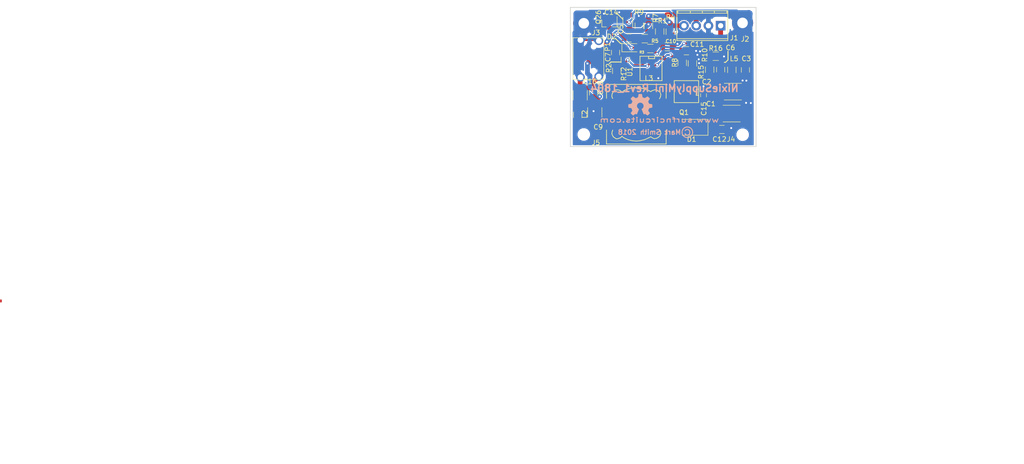
<source format=kicad_pcb>
(kicad_pcb (version 4) (host pcbnew 4.0.7-e2-6376~58~ubuntu14.04.1)

  (general
    (links 77)
    (no_connects 0)
    (area 17.183099 79.73792 229.894856 177.128)
    (thickness 1.6)
    (drawings 19)
    (tracks 356)
    (zones 0)
    (modules 42)
    (nets 22)
  )

  (page A4)
  (layers
    (0 F.Cu signal)
    (31 B.Cu signal)
    (34 B.Paste user)
    (35 F.Paste user)
    (36 B.SilkS user)
    (37 F.SilkS user)
    (38 B.Mask user hide)
    (39 F.Mask user hide)
    (41 Cmts.User user hide)
    (44 Edge.Cuts user)
    (45 Margin user hide)
    (46 B.CrtYd user)
    (47 F.CrtYd user)
    (48 B.Fab user)
    (49 F.Fab user)
  )

  (setup
    (last_trace_width 0.381)
    (user_trace_width 0.2)
    (user_trace_width 0.4)
    (user_trace_width 0.6)
    (user_trace_width 0.8)
    (user_trace_width 1)
    (user_trace_width 1.5)
    (user_trace_width 2)
    (trace_clearance 0.1524)
    (zone_clearance 0.1524)
    (zone_45_only no)
    (trace_min 0.1524)
    (segment_width 0.2)
    (edge_width 0.15)
    (via_size 0.6858)
    (via_drill 0.4)
    (via_min_size 0.6858)
    (via_min_drill 0.3302)
    (uvia_size 0.6858)
    (uvia_drill 0.3302)
    (uvias_allowed no)
    (uvia_min_size 0)
    (uvia_min_drill 0)
    (pcb_text_width 0.3)
    (pcb_text_size 1.5 1.5)
    (mod_edge_width 0.15)
    (mod_text_size 1 1)
    (mod_text_width 0.15)
    (pad_size 4.4 4.4)
    (pad_drill 2.2)
    (pad_to_mask_clearance 0.0508)
    (aux_axis_origin 136.0932 73.1774)
    (grid_origin 136.398 83.82)
    (visible_elements 7FFEDE2B)
    (pcbplotparams
      (layerselection 0x010f0_80000001)
      (usegerberextensions true)
      (excludeedgelayer true)
      (linewidth 0.100000)
      (plotframeref false)
      (viasonmask false)
      (mode 1)
      (useauxorigin false)
      (hpglpennumber 1)
      (hpglpenspeed 20)
      (hpglpendiameter 15)
      (hpglpenoverlay 2)
      (psnegative false)
      (psa4output false)
      (plotreference true)
      (plotvalue true)
      (plotinvisibletext false)
      (padsonsilk false)
      (subtractmaskfromsilk false)
      (outputformat 1)
      (mirror false)
      (drillshape 0)
      (scaleselection 1)
      (outputdirectory Gerber/))
  )

  (net 0 "")
  (net 1 GND)
  (net 2 "Net-(C5-Pad1)")
  (net 3 "Net-(C5-Pad2)")
  (net 4 "Net-(C7-Pad1)")
  (net 5 "Net-(C11-Pad1)")
  (net 6 "Net-(C15-Pad1)")
  (net 7 +160V)
  (net 8 "Net-(Q1-Pad4)")
  (net 9 "Net-(Q1-Pad1)")
  (net 10 5v_Power)
  (net 11 "Net-(P1-Pad2)")
  (net 12 "Net-(P1-Pad4)")
  (net 13 "Net-(C1-Pad1)")
  (net 14 "Net-(C6-Pad2)")
  (net 15 "Net-(C14-Pad1)")
  (net 16 N_ENABLE)
  (net 17 "Net-(J4-Pad1)")
  (net 18 "Net-(J5-Pad1)")
  (net 19 "Net-(C10-Pad1)")
  (net 20 "Net-(C9-Pad1)")
  (net 21 "Net-(Q26-Pad1)")

  (net_class Default "This is the default net class."
    (clearance 0.1524)
    (trace_width 0.381)
    (via_dia 0.6858)
    (via_drill 0.4)
    (uvia_dia 0.6858)
    (uvia_drill 0.3302)
    (add_net GND)
    (add_net N_ENABLE)
    (add_net "Net-(C10-Pad1)")
    (add_net "Net-(C11-Pad1)")
    (add_net "Net-(C14-Pad1)")
    (add_net "Net-(C5-Pad1)")
    (add_net "Net-(C5-Pad2)")
    (add_net "Net-(C6-Pad2)")
    (add_net "Net-(C7-Pad1)")
    (add_net "Net-(J4-Pad1)")
    (add_net "Net-(J5-Pad1)")
    (add_net "Net-(Q1-Pad1)")
    (add_net "Net-(Q26-Pad1)")
  )

  (net_class "High Voltage" ""
    (clearance 0.8382)
    (trace_width 0.381)
    (via_dia 0.6858)
    (via_drill 0.4)
    (uvia_dia 0.6858)
    (uvia_drill 0.3302)
  )

  (net_class "Low Power Low Voltage" ""
    (clearance 0.1524)
    (trace_width 0.381)
    (via_dia 0.6858)
    (via_drill 0.4)
    (uvia_dia 0.6858)
    (uvia_drill 0.3302)
    (add_net "Net-(P1-Pad2)")
    (add_net "Net-(P1-Pad4)")
  )

  (net_class "Power High Voltage 2A  250V" ""
    (clearance 0.8382)
    (trace_width 1)
    (via_dia 0.6858)
    (via_drill 0.4)
    (uvia_dia 0.6858)
    (uvia_drill 0.3302)
    (add_net +160V)
    (add_net "Net-(C1-Pad1)")
    (add_net "Net-(C15-Pad1)")
  )

  (net_class "Power Low Voltage 2A 50v" ""
    (clearance 0.1524)
    (trace_width 1)
    (via_dia 0.6858)
    (via_drill 0.4)
    (uvia_dia 0.6858)
    (uvia_drill 0.3302)
    (add_net 5v_Power)
    (add_net "Net-(C9-Pad1)")
    (add_net "Net-(Q1-Pad4)")
  )

  (module LOGO (layer B.Cu) (tedit 0) (tstamp 5A83BE23)
    (at 159.7025 108.458 180)
    (fp_text reference G*** (at 0 0 180) (layer B.SilkS) hide
      (effects (font (thickness 0.3)) (justify mirror))
    )
    (fp_text value LOGO (at 0.75 0 180) (layer B.SilkS) hide
      (effects (font (thickness 0.3)) (justify mirror))
    )
    (fp_poly (pts (xy -0.453583 1.621917) (xy -0.380366 1.61942) (xy -0.313919 1.614622) (xy -0.25817 1.607499)
      (xy -0.238714 1.603771) (xy -0.2061 1.594901) (xy -0.162646 1.580607) (xy -0.112895 1.56254)
      (xy -0.061391 1.542349) (xy -0.0127 1.521694) (xy 0.022195 1.505186) (xy 0.062581 1.484511)
      (xy 0.104819 1.461714) (xy 0.145267 1.438838) (xy 0.180285 1.417927) (xy 0.206231 1.401025)
      (xy 0.216884 1.39282) (xy 0.228125 1.383038) (xy 0.247652 1.366347) (xy 0.266423 1.350433)
      (xy 0.357089 1.263808) (xy 0.44018 1.164304) (xy 0.513218 1.055189) (xy 0.567456 0.953288)
      (xy 0.614884 0.842453) (xy 0.649419 0.73778) (xy 0.67197 0.635623) (xy 0.683447 0.532336)
      (xy 0.685289 0.481452) (xy 0.686185 0.440904) (xy 0.687583 0.406049) (xy 0.689289 0.380673)
      (xy 0.691054 0.368693) (xy 0.690989 0.355923) (xy 0.688428 0.35299) (xy 0.684564 0.342703)
      (xy 0.682603 0.321403) (xy 0.682593 0.307684) (xy 0.681682 0.281428) (xy 0.678052 0.26167)
      (xy 0.67558 0.256487) (xy 0.670663 0.243536) (xy 0.671726 0.23929) (xy 0.672788 0.225759)
      (xy 0.668961 0.199534) (xy 0.661037 0.163873) (xy 0.649804 0.122036) (xy 0.636053 0.077282)
      (xy 0.623909 0.041953) (xy 0.584016 -0.055802) (xy 0.535026 -0.155865) (xy 0.481065 -0.249962)
      (xy 0.468564 -0.269614) (xy 0.42722 -0.325838) (xy 0.374803 -0.385758) (xy 0.315348 -0.445418)
      (xy 0.252886 -0.500863) (xy 0.191453 -0.548136) (xy 0.169464 -0.562974) (xy 0.111619 -0.597629)
      (xy 0.045214 -0.633059) (xy -0.024242 -0.66661) (xy -0.09124 -0.695626) (xy -0.150269 -0.717451)
      (xy -0.1524 -0.718141) (xy -0.258446 -0.745439) (xy -0.373291 -0.762801) (xy -0.491787 -0.769896)
      (xy -0.608784 -0.766388) (xy -0.707372 -0.754097) (xy -0.797612 -0.733292) (xy -0.896563 -0.701473)
      (xy -1.001068 -0.659703) (xy -1.042699 -0.640923) (xy -1.132965 -0.594108) (xy -1.212587 -0.541873)
      (xy -1.286933 -0.480915) (xy -1.312526 -0.45784) (xy -1.333513 -0.438928) (xy -1.34656 -0.427182)
      (xy -1.348776 -0.425193) (xy -1.390815 -0.382505) (xy -1.43596 -0.327852) (xy -1.48146 -0.265158)
      (xy -1.524564 -0.198344) (xy -1.562521 -0.131335) (xy -1.581086 -0.093941) (xy -1.605202 -0.04092)
      (xy -1.623811 0.004184) (xy -1.638626 0.04664) (xy -1.651363 0.091716) (xy -1.663736 0.144679)
      (xy -1.672835 0.187982) (xy -1.682649 0.239107) (xy -1.689281 0.283117) (xy -1.693299 0.32604)
      (xy -1.694996 0.367285) (xy -1.497384 0.367285) (xy -1.495649 0.331962) (xy -1.491615 0.297223)
      (xy -1.484889 0.257632) (xy -1.478419 0.224366) (xy -1.467558 0.171378) (xy -1.458138 0.130485)
      (xy -1.448632 0.097111) (xy -1.437512 0.066679) (xy -1.42325 0.034613) (xy -1.40432 -0.003663)
      (xy -1.398495 -0.015099) (xy -1.357726 -0.090351) (xy -1.317616 -0.153962) (xy -1.274736 -0.210721)
      (xy -1.225656 -0.265421) (xy -1.2028 -0.288508) (xy -1.106213 -0.371967) (xy -0.999048 -0.442548)
      (xy -0.88233 -0.499713) (xy -0.757079 -0.54292) (xy -0.690033 -0.559453) (xy -0.625993 -0.569284)
      (xy -0.551799 -0.574307) (xy -0.473531 -0.574527) (xy -0.397269 -0.569949) (xy -0.329094 -0.560579)
      (xy -0.321733 -0.55913) (xy -0.272181 -0.548416) (xy -0.228979 -0.5374) (xy -0.189018 -0.524795)
      (xy -0.149183 -0.509315) (xy -0.106365 -0.489675) (xy -0.057451 -0.464588) (xy 0.00067 -0.432767)
      (xy 0.046567 -0.406895) (xy 0.115866 -0.359679) (xy 0.184334 -0.298188) (xy 0.250012 -0.225044)
      (xy 0.310937 -0.142869) (xy 0.36515 -0.054282) (xy 0.41069 0.038094) (xy 0.442787 0.122766)
      (xy 0.463249 0.191522) (xy 0.477155 0.252918) (xy 0.485303 0.312896) (xy 0.488494 0.3774)
      (xy 0.487524 0.452374) (xy 0.487434 0.454996) (xy 0.485191 0.503981) (xy 0.482087 0.55102)
      (xy 0.478485 0.591578) (xy 0.47475 0.621123) (xy 0.473637 0.627259) (xy 0.44837 0.721313)
      (xy 0.411335 0.818401) (xy 0.364711 0.914416) (xy 0.310677 1.005254) (xy 0.251412 1.086807)
      (xy 0.198381 1.145931) (xy 0.138882 1.198374) (xy 0.067392 1.250523) (xy -0.011486 1.299692)
      (xy -0.093149 1.343196) (xy -0.172993 1.37835) (xy -0.237066 1.399959) (xy -0.294841 1.412645)
      (xy -0.363353 1.422285) (xy -0.437421 1.428592) (xy -0.511864 1.431282) (xy -0.581501 1.430068)
      (xy -0.641153 1.424665) (xy -0.652495 1.422873) (xy -0.684986 1.417536) (xy -0.715845 1.412961)
      (xy -0.728133 1.411361) (xy -0.766966 1.403028) (xy -0.816409 1.38673) (xy -0.873041 1.363979)
      (xy -0.933443 1.336291) (xy -0.994192 1.305178) (xy -1.051868 1.272155) (xy -1.074026 1.258291)
      (xy -1.158508 1.194557) (xy -1.237198 1.116838) (xy -1.308447 1.027567) (xy -1.370608 0.929178)
      (xy -1.422032 0.824103) (xy -1.461072 0.714775) (xy -1.473216 0.668866) (xy -1.479747 0.640542)
      (xy -1.484525 0.616656) (xy -1.487971 0.593298) (xy -1.490504 0.566559) (xy -1.492546 0.532527)
      (xy -1.494518 0.487293) (xy -1.495525 0.461433) (xy -1.497211 0.408629) (xy -1.497384 0.367285)
      (xy -1.694996 0.367285) (xy -1.695269 0.373902) (xy -1.695758 0.4318) (xy -1.694022 0.515321)
      (xy -1.688995 0.583958) (xy -1.682009 0.630766) (xy -1.675052 0.665768) (xy -1.669025 0.696937)
      (xy -1.665049 0.718462) (xy -1.664608 0.72104) (xy -1.658013 0.74559) (xy -1.651397 0.761257)
      (xy -1.645616 0.774723) (xy -1.645964 0.778933) (xy -1.646153 0.78611) (xy -1.64091 0.805284)
      (xy -1.631538 0.832915) (xy -1.619343 0.865465) (xy -1.60563 0.899394) (xy -1.591704 0.931164)
      (xy -1.583515 0.948266) (xy -1.514319 1.072034) (xy -1.437205 1.181912) (xy -1.350521 1.279744)
      (xy -1.252616 1.36737) (xy -1.14184 1.446632) (xy -1.130099 1.454101) (xy -1.080142 1.482521)
      (xy -1.019196 1.512523) (xy -0.952582 1.541857) (xy -0.885623 1.56827) (xy -0.82364 1.58951)
      (xy -0.783759 1.600657) (xy -0.735603 1.609333) (xy -0.674579 1.61582) (xy -0.604617 1.620094)
      (xy -0.529642 1.622134) (xy -0.453583 1.621917)) (layer B.SilkS) (width 0.01))
    (fp_poly (pts (xy -0.393135 1.096204) (xy -0.344612 1.089127) (xy -0.25554 1.062298) (xy -0.173831 1.020737)
      (xy -0.100978 0.965593) (xy -0.038473 0.898019) (xy 0.012191 0.819163) (xy 0.016509 0.81078)
      (xy 0.031998 0.779111) (xy 0.043567 0.753602) (xy 0.04974 0.737624) (xy 0.050192 0.733966)
      (xy 0.040549 0.730423) (xy 0.018826 0.723933) (xy -0.010633 0.71567) (xy -0.043485 0.706807)
      (xy -0.075384 0.698517) (xy -0.101988 0.691972) (xy -0.118533 0.688416) (xy -0.131601 0.68838)
      (xy -0.142564 0.695643) (xy -0.15491 0.713369) (xy -0.164104 0.729736) (xy -0.208488 0.795089)
      (xy -0.263292 0.847186) (xy -0.328037 0.88573) (xy -0.402242 0.910423) (xy -0.471656 0.920252)
      (xy -0.535697 0.920473) (xy -0.595726 0.913148) (xy -0.647696 0.899049) (xy -0.687107 0.879262)
      (xy -0.704026 0.868433) (xy -0.714285 0.863615) (xy -0.714526 0.8636) (xy -0.727324 0.857482)
      (xy -0.747486 0.841268) (xy -0.771907 0.81817) (xy -0.797477 0.791399) (xy -0.821091 0.764165)
      (xy -0.83964 0.73968) (xy -0.848106 0.725573) (xy -0.870014 0.678323) (xy -0.882812 0.644378)
      (xy -0.886136 0.630766) (xy -0.889719 0.612746) (xy -0.895653 0.586091) (xy -0.899079 0.5715)
      (xy -0.904803 0.535116) (xy -0.908212 0.486869) (xy -0.909362 0.431665) (xy -0.90831 0.374407)
      (xy -0.905113 0.319998) (xy -0.899827 0.273344) (xy -0.895362 0.249766) (xy -0.881535 0.196084)
      (xy -0.867921 0.154538) (xy -0.852637 0.120463) (xy -0.8338 0.089193) (xy -0.826091 0.078148)
      (xy -0.775802 0.022042) (xy -0.715349 -0.020612) (xy -0.645036 -0.049675) (xy -0.565165 -0.065007)
      (xy -0.51093 -0.067555) (xy -0.427511 -0.059765) (xy -0.351041 -0.037326) (xy -0.282804 -0.001014)
      (xy -0.224083 0.048391) (xy -0.176159 0.110113) (xy -0.155397 0.147927) (xy -0.141807 0.177505)
      (xy -0.131761 0.201899) (xy -0.127118 0.216541) (xy -0.127 0.217777) (xy -0.122654 0.225842)
      (xy -0.108233 0.227806) (xy -0.081665 0.223635) (xy -0.052916 0.216565) (xy -0.028477 0.210563)
      (xy -0.012332 0.207562) (xy -0.008466 0.207767) (xy -0.001569 0.206768) (xy 0.015705 0.200615)
      (xy 0.023284 0.197536) (xy 0.043599 0.189464) (xy 0.05584 0.185389) (xy 0.05715 0.185268)
      (xy 0.06627 0.185455) (xy 0.067902 0.173098) (xy 0.062086 0.147032) (xy 0.058796 0.136049)
      (xy 0.048065 0.105571) (xy 0.034348 0.072137) (xy 0.019432 0.039457) (xy 0.005103 0.011242)
      (xy -0.006851 -0.008801) (xy -0.014643 -0.016961) (xy -0.014938 -0.016992) (xy -0.022984 -0.023442)
      (xy -0.036047 -0.039656) (xy -0.042333 -0.048659) (xy -0.062089 -0.074283) (xy -0.084123 -0.097596)
      (xy -0.088523 -0.101518) (xy -0.111432 -0.121382) (xy -0.132874 -0.140587) (xy -0.133917 -0.141546)
      (xy -0.153285 -0.156486) (xy -0.170277 -0.1654) (xy -0.183443 -0.172687) (xy -0.186266 -0.177631)
      (xy -0.193831 -0.184415) (xy -0.214163 -0.19442) (xy -0.243716 -0.20632) (xy -0.278945 -0.218792)
      (xy -0.316306 -0.230509) (xy -0.352254 -0.240146) (xy -0.3556 -0.240936) (xy -0.387983 -0.246103)
      (xy -0.431884 -0.249937) (xy -0.481927 -0.252285) (xy -0.532737 -0.252991) (xy -0.57894 -0.251904)
      (xy -0.615161 -0.248869) (xy -0.618066 -0.248446) (xy -0.660729 -0.239587) (xy -0.709191 -0.225941)
      (xy -0.757362 -0.209526) (xy -0.799151 -0.192365) (xy -0.821266 -0.181035) (xy -0.898033 -0.126985)
      (xy -0.968057 -0.059653) (xy -1.005158 -0.01445) (xy -1.025182 0.013044) (xy -1.04057 0.035562)
      (xy -1.048979 0.049612) (xy -1.049866 0.052153) (xy -1.053317 0.062772) (xy -1.062342 0.083869)
      (xy -1.074316 0.10947) (xy -1.086284 0.135438) (xy -1.094 0.154672) (xy -1.095795 0.162916)
      (xy -1.096263 0.171986) (xy -1.100566 0.192332) (xy -1.10572 0.21206) (xy -1.113358 0.25039)
      (xy -1.119085 0.301136) (xy -1.122802 0.359876) (xy -1.124411 0.422189) (xy -1.123813 0.483655)
      (xy -1.120909 0.539852) (xy -1.115601 0.58636) (xy -1.114246 0.594093) (xy -1.106231 0.632017)
      (xy -1.097256 0.667578) (xy -1.088952 0.694465) (xy -1.087018 0.699463) (xy -1.077616 0.724031)
      (xy -1.071279 0.744305) (xy -1.070587 0.747382) (xy -1.060943 0.77421) (xy -1.041999 0.809196)
      (xy -1.016344 0.84844) (xy -0.986566 0.888044) (xy -0.955256 0.924106) (xy -0.94884 0.930751)
      (xy -0.884576 0.98558) (xy -0.808591 1.031148) (xy -0.719249 1.068402) (xy -0.6985 1.075302)
      (xy -0.649499 1.086902) (xy -0.589175 1.094999) (xy -0.522816 1.099386) (xy -0.455707 1.099856)
      (xy -0.393135 1.096204)) (layer B.SilkS) (width 0.01))
  )

  (module OSHW_logo_silkscreen-front_5mm (layer B.Cu) (tedit 0) (tstamp 5A83BA82)
    (at 150.4315 102.2985 180)
    (fp_text reference G*** (at 0 -2.65176 180) (layer B.SilkS) hide
      (effects (font (size 0.22606 0.22606) (thickness 0.04318)) (justify mirror))
    )
    (fp_text value OSHW_logo_silkscreen-front_5mm (at 0 2.65176 180) (layer B.SilkS) hide
      (effects (font (size 0.22606 0.22606) (thickness 0.04318)) (justify mirror))
    )
    (fp_poly (pts (xy -1.51384 -2.24536) (xy -1.48844 -2.23012) (xy -1.43002 -2.19456) (xy -1.3462 -2.13868)
      (xy -1.24714 -2.07264) (xy -1.14808 -2.0066) (xy -1.0668 -1.95326) (xy -1.01092 -1.91516)
      (xy -0.98552 -1.90246) (xy -0.97282 -1.90754) (xy -0.9271 -1.9304) (xy -0.85852 -1.96596)
      (xy -0.81788 -1.98628) (xy -0.75692 -2.01168) (xy -0.7239 -2.0193) (xy -0.71882 -2.00914)
      (xy -0.69596 -1.96088) (xy -0.6604 -1.8796) (xy -0.61468 -1.77038) (xy -0.5588 -1.64338)
      (xy -0.50292 -1.50876) (xy -0.4445 -1.36906) (xy -0.38862 -1.23444) (xy -0.34036 -1.11506)
      (xy -0.29972 -1.01854) (xy -0.27432 -0.94996) (xy -0.26416 -0.92202) (xy -0.2667 -0.9144)
      (xy -0.29972 -0.88392) (xy -0.35306 -0.84328) (xy -0.47244 -0.74676) (xy -0.58928 -0.60198)
      (xy -0.6604 -0.43688) (xy -0.68326 -0.25146) (xy -0.66294 -0.08128) (xy -0.5969 0.08128)
      (xy -0.4826 0.2286) (xy -0.3429 0.33782) (xy -0.18034 0.4064) (xy 0 0.42926)
      (xy 0.17272 0.40894) (xy 0.34036 0.3429) (xy 0.48768 0.23114) (xy 0.55118 0.16002)
      (xy 0.63754 0.01016) (xy 0.6858 -0.14732) (xy 0.69088 -0.18796) (xy 0.68326 -0.36322)
      (xy 0.63246 -0.5334) (xy 0.53848 -0.68326) (xy 0.40894 -0.80772) (xy 0.3937 -0.81788)
      (xy 0.33528 -0.8636) (xy 0.29464 -0.89408) (xy 0.26416 -0.91948) (xy 0.48768 -1.45796)
      (xy 0.52324 -1.54178) (xy 0.5842 -1.6891) (xy 0.63754 -1.8161) (xy 0.68072 -1.9177)
      (xy 0.7112 -1.98374) (xy 0.7239 -2.01168) (xy 0.7239 -2.01422) (xy 0.74422 -2.01676)
      (xy 0.78486 -2.00152) (xy 0.86106 -1.96596) (xy 0.90932 -1.94056) (xy 0.96774 -1.91262)
      (xy 0.99314 -1.90246) (xy 1.016 -1.91516) (xy 1.06934 -1.95072) (xy 1.15062 -2.00406)
      (xy 1.24714 -2.06756) (xy 1.33858 -2.13106) (xy 1.4224 -2.18694) (xy 1.48336 -2.22504)
      (xy 1.51384 -2.24282) (xy 1.51892 -2.24282) (xy 1.54432 -2.22758) (xy 1.59258 -2.18694)
      (xy 1.66624 -2.11836) (xy 1.77038 -2.01422) (xy 1.78562 -1.99898) (xy 1.87198 -1.91262)
      (xy 1.94056 -1.83896) (xy 1.98628 -1.78816) (xy 2.00406 -1.7653) (xy 2.00406 -1.7653)
      (xy 1.98882 -1.73482) (xy 1.95072 -1.67386) (xy 1.89484 -1.5875) (xy 1.82626 -1.48844)
      (xy 1.64846 -1.22936) (xy 1.74498 -0.98552) (xy 1.77546 -0.90932) (xy 1.81356 -0.82042)
      (xy 1.8415 -0.75438) (xy 1.85674 -0.72644) (xy 1.88214 -0.71628) (xy 1.95072 -0.70104)
      (xy 2.04724 -0.68072) (xy 2.16154 -0.6604) (xy 2.2733 -0.64008) (xy 2.37236 -0.61976)
      (xy 2.44348 -0.60706) (xy 2.4765 -0.59944) (xy 2.48412 -0.59436) (xy 2.49174 -0.57912)
      (xy 2.49428 -0.5461) (xy 2.49682 -0.48514) (xy 2.49936 -0.39116) (xy 2.49936 -0.25146)
      (xy 2.49936 -0.23622) (xy 2.49682 -0.10668) (xy 2.49428 0) (xy 2.49174 0.06604)
      (xy 2.48666 0.09398) (xy 2.48666 0.09398) (xy 2.45618 0.1016) (xy 2.38506 0.11684)
      (xy 2.286 0.13462) (xy 2.16662 0.15748) (xy 2.159 0.16002) (xy 2.04216 0.18288)
      (xy 1.9431 0.2032) (xy 1.87198 0.21844) (xy 1.84404 0.2286) (xy 1.83642 0.23622)
      (xy 1.81356 0.28194) (xy 1.78054 0.3556) (xy 1.7399 0.4445) (xy 1.7018 0.53848)
      (xy 1.66878 0.6223) (xy 1.64592 0.68326) (xy 1.6383 0.7112) (xy 1.64084 0.71374)
      (xy 1.65862 0.74168) (xy 1.69926 0.80264) (xy 1.75514 0.88646) (xy 1.82372 0.98806)
      (xy 1.8288 0.99568) (xy 1.89738 1.09474) (xy 1.95326 1.1811) (xy 1.98882 1.23952)
      (xy 2.00406 1.26746) (xy 2.00406 1.27) (xy 1.9812 1.30048) (xy 1.9304 1.35636)
      (xy 1.85674 1.43256) (xy 1.77038 1.52146) (xy 1.74244 1.54686) (xy 1.64338 1.64338)
      (xy 1.57734 1.70434) (xy 1.53416 1.73736) (xy 1.51384 1.74498) (xy 1.51384 1.74498)
      (xy 1.48336 1.7272) (xy 1.41986 1.68656) (xy 1.33604 1.62814) (xy 1.23444 1.55956)
      (xy 1.22682 1.55448) (xy 1.12776 1.4859) (xy 1.04394 1.43002) (xy 0.98552 1.38938)
      (xy 0.95758 1.37414) (xy 0.95504 1.37414) (xy 0.9144 1.38684) (xy 0.84328 1.41224)
      (xy 0.75438 1.44526) (xy 0.66294 1.48336) (xy 0.57912 1.51892) (xy 0.51562 1.54686)
      (xy 0.48514 1.56464) (xy 0.48514 1.56464) (xy 0.47498 1.6002) (xy 0.4572 1.6764)
      (xy 0.43688 1.778) (xy 0.41148 1.89992) (xy 0.40894 1.92024) (xy 0.38608 2.03962)
      (xy 0.3683 2.13868) (xy 0.35306 2.20726) (xy 0.34544 2.2352) (xy 0.3302 2.23774)
      (xy 0.27178 2.24282) (xy 0.18288 2.24536) (xy 0.07366 2.24536) (xy -0.0381 2.24536)
      (xy -0.14732 2.24282) (xy -0.2413 2.24028) (xy -0.30988 2.2352) (xy -0.33782 2.23012)
      (xy -0.33782 2.22758) (xy -0.34798 2.18948) (xy -0.36576 2.11582) (xy -0.38608 2.01168)
      (xy -0.40894 1.88976) (xy -0.41402 1.8669) (xy -0.43688 1.75006) (xy -0.4572 1.651)
      (xy -0.4699 1.58496) (xy -0.47752 1.55702) (xy -0.49022 1.55194) (xy -0.53848 1.53162)
      (xy -0.61722 1.4986) (xy -0.71628 1.45796) (xy -0.94488 1.36652) (xy -1.22682 1.55702)
      (xy -1.25222 1.5748) (xy -1.35382 1.64338) (xy -1.4351 1.69926) (xy -1.49352 1.73736)
      (xy -1.51638 1.75006) (xy -1.51892 1.75006) (xy -1.54686 1.72466) (xy -1.60274 1.67132)
      (xy -1.67894 1.59766) (xy -1.76784 1.5113) (xy -1.83134 1.44526) (xy -1.91008 1.36652)
      (xy -1.95834 1.31318) (xy -1.98628 1.28016) (xy -1.9939 1.25984) (xy -1.99136 1.2446)
      (xy -1.97358 1.21666) (xy -1.93294 1.1557) (xy -1.87452 1.06934) (xy -1.80594 0.97028)
      (xy -1.75006 0.88646) (xy -1.6891 0.79248) (xy -1.651 0.72644) (xy -1.63576 0.69342)
      (xy -1.64084 0.68072) (xy -1.65862 0.62484) (xy -1.69418 0.54102) (xy -1.73482 0.44196)
      (xy -1.83388 0.22098) (xy -1.97866 0.19304) (xy -2.06756 0.17526) (xy -2.18948 0.1524)
      (xy -2.30886 0.12954) (xy -2.49174 0.09398) (xy -2.49936 -0.58166) (xy -2.47142 -0.59436)
      (xy -2.44348 -0.60198) (xy -2.3749 -0.61722) (xy -2.27838 -0.63754) (xy -2.16154 -0.65786)
      (xy -2.06502 -0.67564) (xy -1.96596 -0.69596) (xy -1.89484 -0.70866) (xy -1.86436 -0.71628)
      (xy -1.8542 -0.72644) (xy -1.83134 -0.7747) (xy -1.79578 -0.8509) (xy -1.75514 -0.94234)
      (xy -1.71704 -1.03632) (xy -1.68148 -1.12522) (xy -1.65862 -1.19126) (xy -1.64846 -1.22428)
      (xy -1.66116 -1.25222) (xy -1.69926 -1.31064) (xy -1.7526 -1.39192) (xy -1.82118 -1.49098)
      (xy -1.88722 -1.5875) (xy -1.94564 -1.67132) (xy -1.98374 -1.73228) (xy -2.00152 -1.76022)
      (xy -1.99136 -1.778) (xy -1.95326 -1.82626) (xy -1.8796 -1.90246) (xy -1.76784 -2.01168)
      (xy -1.75006 -2.02946) (xy -1.6637 -2.11328) (xy -1.59004 -2.18186) (xy -1.5367 -2.22758)
      (xy -1.51384 -2.24536)) (layer B.SilkS) (width 0.00254))
  )

  (module TO_SOT_Packages_SMD:SOT-23 (layer F.Cu) (tedit 5A77BDF8) (tstamp 5A3F1108)
    (at 144.018 85.344 270)
    (descr "SOT-23, Standard")
    (tags SOT-23)
    (path /5A7755E7)
    (attr smd)
    (fp_text reference Q26 (at -1.27 2.286 270) (layer F.SilkS)
      (effects (font (size 1 1) (thickness 0.15)))
    )
    (fp_text value MMBTA42 (at 0 2.5 270) (layer F.Fab)
      (effects (font (size 1 1) (thickness 0.15)))
    )
    (fp_text user %R (at -1.27 2.4765 450) (layer F.Fab)
      (effects (font (size 0.5 0.5) (thickness 0.075)))
    )
    (fp_line (start -0.7 -0.95) (end -0.7 1.5) (layer F.Fab) (width 0.1))
    (fp_line (start -0.15 -1.52) (end 0.7 -1.52) (layer F.Fab) (width 0.1))
    (fp_line (start -0.7 -0.95) (end -0.15 -1.52) (layer F.Fab) (width 0.1))
    (fp_line (start 0.7 -1.52) (end 0.7 1.52) (layer F.Fab) (width 0.1))
    (fp_line (start -0.7 1.52) (end 0.7 1.52) (layer F.Fab) (width 0.1))
    (fp_line (start 0.76 1.58) (end 0.76 0.65) (layer F.SilkS) (width 0.12))
    (fp_line (start 0.76 -1.58) (end 0.76 -0.65) (layer F.SilkS) (width 0.12))
    (fp_line (start -1.7 -1.75) (end 1.7 -1.75) (layer F.CrtYd) (width 0.05))
    (fp_line (start 1.7 -1.75) (end 1.7 1.75) (layer F.CrtYd) (width 0.05))
    (fp_line (start 1.7 1.75) (end -1.7 1.75) (layer F.CrtYd) (width 0.05))
    (fp_line (start -1.7 1.75) (end -1.7 -1.75) (layer F.CrtYd) (width 0.05))
    (fp_line (start 0.76 -1.58) (end -1.4 -1.58) (layer F.SilkS) (width 0.12))
    (fp_line (start 0.76 1.58) (end -0.7 1.58) (layer F.SilkS) (width 0.12))
    (pad 1 smd rect (at -1 -0.95 270) (size 0.9 0.8) (layers F.Cu F.Paste F.Mask)
      (net 21 "Net-(Q26-Pad1)"))
    (pad 2 smd rect (at -1 0.95 270) (size 0.9 0.8) (layers F.Cu F.Paste F.Mask)
      (net 1 GND))
    (pad 3 smd rect (at 1 0 270) (size 0.9 0.8) (layers F.Cu F.Paste F.Mask)
      (net 15 "Net-(C14-Pad1)"))
    (model ${KISYS3DMOD}/TO_SOT_Packages_SMD.3dshapes/SOT-23.wrl
      (at (xyz 0 0 0))
      (scale (xyz 1 1 1))
      (rotate (xyz 0 0 0))
    )
  )

  (module NixieSupply5vto160vDCMBoost_socket:SOIC-8-N (layer F.Cu) (tedit 5A9777D5) (tstamp 5A486BDF)
    (at 152.654 94.742 270)
    (descr "Module Narrow CMS SOJ 8 pins large")
    (tags "CMS SOJ")
    (path /58854AD6)
    (attr smd)
    (fp_text reference U1 (at 0.6985 4.3815 270) (layer F.SilkS)
      (effects (font (size 1 1) (thickness 0.15)))
    )
    (fp_text value UCC3803 (at 0 1.27 270) (layer F.Fab)
      (effects (font (size 1 1) (thickness 0.15)))
    )
    (fp_text user %R (at -2.921 -3.2385 540) (layer F.Fab)
      (effects (font (size 1 1) (thickness 0.15)))
    )
    (fp_line (start -2.54 -2.286) (end 2.54 -2.286) (layer F.SilkS) (width 0.15))
    (fp_line (start 2.54 -2.286) (end 2.54 2.286) (layer F.SilkS) (width 0.15))
    (fp_line (start 2.54 2.286) (end -2.54 2.286) (layer F.SilkS) (width 0.15))
    (fp_line (start -2.54 2.286) (end -2.54 -2.286) (layer F.SilkS) (width 0.15))
    (fp_line (start -2.54 -0.762) (end -2.032 -0.762) (layer F.SilkS) (width 0.15))
    (fp_line (start -2.032 -0.762) (end -2.032 0.508) (layer F.SilkS) (width 0.15))
    (fp_line (start -2.032 0.508) (end -2.54 0.508) (layer F.SilkS) (width 0.15))
    (pad 8 smd rect (at -1.905 -3.175 270) (size 0.508 1.143) (layers F.Cu F.Paste F.Mask)
      (net 19 "Net-(C10-Pad1)"))
    (pad 7 smd rect (at -0.635 -3.175 270) (size 0.508 1.143) (layers F.Cu F.Paste F.Mask)
      (net 20 "Net-(C9-Pad1)"))
    (pad 6 smd rect (at 0.635 -3.175 270) (size 0.508 1.143) (layers F.Cu F.Paste F.Mask)
      (net 8 "Net-(Q1-Pad4)"))
    (pad 5 smd rect (at 1.905 -3.175 270) (size 0.508 1.143) (layers F.Cu F.Paste F.Mask)
      (net 1 GND))
    (pad 4 smd rect (at 1.905 3.175 270) (size 0.508 1.143) (layers F.Cu F.Paste F.Mask)
      (net 4 "Net-(C7-Pad1)"))
    (pad 3 smd rect (at 0.635 3.175 270) (size 0.508 1.143) (layers F.Cu F.Paste F.Mask)
      (net 5 "Net-(C11-Pad1)"))
    (pad 2 smd rect (at -0.635 3.175 270) (size 0.508 1.143) (layers F.Cu F.Paste F.Mask)
      (net 14 "Net-(C6-Pad2)"))
    (pad 1 smd rect (at -1.905 3.175 270) (size 0.508 1.143) (layers F.Cu F.Paste F.Mask)
      (net 2 "Net-(C5-Pad1)"))
    (model SMD_Packages.3dshapes/SOIC-8-N.wrl
      (at (xyz 0 0 0))
      (scale (xyz 0.5 0.38 0.5))
      (rotate (xyz 0 0 0))
    )
  )

  (module NixieSupply5vto160vDCMBoost_socket:USB_Micro-B_Wurth_3A_Non-OVAL-Drill (layer F.Cu) (tedit 5A77BC1B) (tstamp 5A4A9C41)
    (at 140.462 92.71 270)
    (descr "Micro USB Type B Receptacle")
    (tags "USB USB_B USB_micro USB_OTG")
    (path /5A51695C)
    (attr smd)
    (fp_text reference P1 (at -2.4765 -3.175 270) (layer F.SilkS)
      (effects (font (size 1 1) (thickness 0.15)))
    )
    (fp_text value USB_OTG (at 0 5.01 270) (layer F.Fab)
      (effects (font (size 1 1) (thickness 0.15)))
    )
    (fp_line (start -4.6 -2.59) (end 4.6 -2.59) (layer F.CrtYd) (width 0.05))
    (fp_line (start 4.6 -2.59) (end 4.6 4.26) (layer F.CrtYd) (width 0.05))
    (fp_line (start 4.6 4.26) (end -4.6 4.26) (layer F.CrtYd) (width 0.05))
    (fp_line (start -4.6 4.26) (end -4.6 -2.59) (layer F.CrtYd) (width 0.05))
    (fp_line (start -4.35 4.03) (end 4.35 4.03) (layer F.SilkS) (width 0.12))
    (fp_line (start -4.35 -2.38) (end 4.35 -2.38) (layer F.SilkS) (width 0.12))
    (fp_line (start 4.35 -2.38) (end 4.35 4.03) (layer F.SilkS) (width 0.12))
    (fp_line (start -4.35 4.03) (end -4.35 -2.38) (layer F.SilkS) (width 0.12))
    (pad "" np_thru_hole circle (at -2.5 -0.275 270) (size 0.8 0.8) (drill 0.8) (layers *.Cu))
    (pad 1 smd rect (at -1.3 -1.35) (size 1.35 0.4) (layers F.Cu F.Paste F.Mask)
      (net 10 5v_Power))
    (pad 2 smd rect (at -0.65 -1.35) (size 1.35 0.4) (layers F.Cu F.Paste F.Mask)
      (net 11 "Net-(P1-Pad2)"))
    (pad 3 smd rect (at 0 -1.35) (size 1.35 0.4) (layers F.Cu F.Paste F.Mask)
      (net 11 "Net-(P1-Pad2)"))
    (pad 4 smd rect (at 0.65 -1.35) (size 1.35 0.4) (layers F.Cu F.Paste F.Mask)
      (net 12 "Net-(P1-Pad4)"))
    (pad 5 smd rect (at 1.3 -1.35) (size 1.35 0.4) (layers F.Cu F.Paste F.Mask)
      (net 1 GND))
    (pad 6 thru_hole circle (at -3.725 -1.35) (size 1.8 1.8) (drill 1.2) (layers *.Cu *.Mask)
      (net 1 GND))
    (pad 6 thru_hole circle (at 3.725 -1.325) (size 1.8 1.8) (drill 1.2) (layers *.Cu *.Mask)
      (net 1 GND))
    (pad 6 thru_hole circle (at -3.875 2.475) (size 1.8 1.8) (drill 1.2) (layers *.Cu *.Mask)
      (net 1 GND))
    (pad 6 thru_hole circle (at 3.875 2.475) (size 1.8 1.8) (drill 1.2) (layers *.Cu *.Mask)
      (net 1 GND))
    (pad "" np_thru_hole circle (at 2.5 -0.275 270) (size 0.8 0.8) (drill 0.8) (layers *.Cu))
    (model Connectors_USB.3dshapes/USB_Micro-B_Molex_47346-0001.wrl
      (at (xyz 0 -0.05 -0.01))
      (scale (xyz 1 1 1))
      (rotate (xyz 0 0 0))
    )
  )

  (module Resistors_SMD:R_0805 (layer F.Cu) (tedit 58AADA8F) (tstamp 5885A477)
    (at 166.116 92.202)
    (descr "Resistor SMD 0805, reflow soldering, Vishay (see dcrcw.pdf)")
    (tags "resistor 0805")
    (path /58855328)
    (attr smd)
    (fp_text reference R16 (at 0 -1.65) (layer F.SilkS)
      (effects (font (size 1 1) (thickness 0.15)))
    )
    (fp_text value 7.68k (at 0 1.75) (layer F.Fab)
      (effects (font (size 1 1) (thickness 0.15)))
    )
    (fp_text user %R (at 0 -1.65) (layer F.Fab)
      (effects (font (size 1 1) (thickness 0.15)))
    )
    (fp_line (start -1 0.62) (end -1 -0.62) (layer F.Fab) (width 0.1))
    (fp_line (start 1 0.62) (end -1 0.62) (layer F.Fab) (width 0.1))
    (fp_line (start 1 -0.62) (end 1 0.62) (layer F.Fab) (width 0.1))
    (fp_line (start -1 -0.62) (end 1 -0.62) (layer F.Fab) (width 0.1))
    (fp_line (start 0.6 0.88) (end -0.6 0.88) (layer F.SilkS) (width 0.12))
    (fp_line (start -0.6 -0.88) (end 0.6 -0.88) (layer F.SilkS) (width 0.12))
    (fp_line (start -1.55 -0.9) (end 1.55 -0.9) (layer F.CrtYd) (width 0.05))
    (fp_line (start -1.55 -0.9) (end -1.55 0.9) (layer F.CrtYd) (width 0.05))
    (fp_line (start 1.55 0.9) (end 1.55 -0.9) (layer F.CrtYd) (width 0.05))
    (fp_line (start 1.55 0.9) (end -1.55 0.9) (layer F.CrtYd) (width 0.05))
    (pad 1 smd rect (at -0.95 0) (size 0.7 1.3) (layers F.Cu F.Paste F.Mask)
      (net 14 "Net-(C6-Pad2)"))
    (pad 2 smd rect (at 0.95 0) (size 0.7 1.3) (layers F.Cu F.Paste F.Mask)
      (net 1 GND))
    (model Resistors_SMD.3dshapes/R_0805.wrl
      (at (xyz 0 0 0))
      (scale (xyz 1 1 1))
      (rotate (xyz 0 0 0))
    )
  )

  (module Resistors_SMD:R_0805 (layer F.Cu) (tedit 5A77BD64) (tstamp 5885A471)
    (at 164.846 94.996 90)
    (descr "Resistor SMD 0805, reflow soldering, Vishay (see dcrcw.pdf)")
    (tags "resistor 0805")
    (path /588552CB)
    (attr smd)
    (fp_text reference R15 (at -0.508 -1.778 90) (layer F.SilkS)
      (effects (font (size 1 1) (thickness 0.15)))
    )
    (fp_text value 634k (at 0 1.75 90) (layer F.Fab)
      (effects (font (size 1 1) (thickness 0.15)))
    )
    (fp_text user %R (at -0.5715 -1.778 90) (layer F.Fab)
      (effects (font (size 1 1) (thickness 0.15)))
    )
    (fp_line (start -1 0.62) (end -1 -0.62) (layer F.Fab) (width 0.1))
    (fp_line (start 1 0.62) (end -1 0.62) (layer F.Fab) (width 0.1))
    (fp_line (start 1 -0.62) (end 1 0.62) (layer F.Fab) (width 0.1))
    (fp_line (start -1 -0.62) (end 1 -0.62) (layer F.Fab) (width 0.1))
    (fp_line (start 0.6 0.88) (end -0.6 0.88) (layer F.SilkS) (width 0.12))
    (fp_line (start -0.6 -0.88) (end 0.6 -0.88) (layer F.SilkS) (width 0.12))
    (fp_line (start -1.55 -0.9) (end 1.55 -0.9) (layer F.CrtYd) (width 0.05))
    (fp_line (start -1.55 -0.9) (end -1.55 0.9) (layer F.CrtYd) (width 0.05))
    (fp_line (start 1.55 0.9) (end 1.55 -0.9) (layer F.CrtYd) (width 0.05))
    (fp_line (start 1.55 0.9) (end -1.55 0.9) (layer F.CrtYd) (width 0.05))
    (pad 1 smd rect (at -0.95 0 90) (size 0.7 1.3) (layers F.Cu F.Paste F.Mask)
      (net 13 "Net-(C1-Pad1)"))
    (pad 2 smd rect (at 0.95 0 90) (size 0.7 1.3) (layers F.Cu F.Paste F.Mask)
      (net 14 "Net-(C6-Pad2)"))
    (model Resistors_SMD.3dshapes/R_0805.wrl
      (at (xyz 0 0 0))
      (scale (xyz 1 1 1))
      (rotate (xyz 0 0 0))
    )
  )

  (module Resistors_SMD:R_0805 (layer F.Cu) (tedit 5A77BD5D) (tstamp 5885A453)
    (at 161.2773 93.7006 90)
    (descr "Resistor SMD 0805, reflow soldering, Vishay (see dcrcw.pdf)")
    (tags "resistor 0805")
    (path /5884DD2F)
    (attr smd)
    (fp_text reference R10 (at 1.7526 2.5527 90) (layer F.SilkS)
      (effects (font (size 1 1) (thickness 0.15)))
    )
    (fp_text value "0.1 1/2W" (at 0 1.75 90) (layer F.Fab)
      (effects (font (size 1 1) (thickness 0.15)))
    )
    (fp_text user %R (at 1.7526 2.5527 90) (layer F.Fab)
      (effects (font (size 1 1) (thickness 0.15)))
    )
    (fp_line (start -1 0.62) (end -1 -0.62) (layer F.Fab) (width 0.1))
    (fp_line (start 1 0.62) (end -1 0.62) (layer F.Fab) (width 0.1))
    (fp_line (start 1 -0.62) (end 1 0.62) (layer F.Fab) (width 0.1))
    (fp_line (start -1 -0.62) (end 1 -0.62) (layer F.Fab) (width 0.1))
    (fp_line (start 0.6 0.88) (end -0.6 0.88) (layer F.SilkS) (width 0.12))
    (fp_line (start -0.6 -0.88) (end 0.6 -0.88) (layer F.SilkS) (width 0.12))
    (fp_line (start -1.55 -0.9) (end 1.55 -0.9) (layer F.CrtYd) (width 0.05))
    (fp_line (start -1.55 -0.9) (end -1.55 0.9) (layer F.CrtYd) (width 0.05))
    (fp_line (start 1.55 0.9) (end 1.55 -0.9) (layer F.CrtYd) (width 0.05))
    (fp_line (start 1.55 0.9) (end -1.55 0.9) (layer F.CrtYd) (width 0.05))
    (pad 1 smd rect (at -0.95 0 90) (size 0.7 1.3) (layers F.Cu F.Paste F.Mask)
      (net 9 "Net-(Q1-Pad1)"))
    (pad 2 smd rect (at 0.95 0 90) (size 0.7 1.3) (layers F.Cu F.Paste F.Mask)
      (net 1 GND))
    (model Resistors_SMD.3dshapes/R_0805.wrl
      (at (xyz 0 0 0))
      (scale (xyz 1 1 1))
      (rotate (xyz 0 0 0))
    )
  )

  (module Resistors_SMD:R_0805 (layer F.Cu) (tedit 5A77BEA7) (tstamp 5885A447)
    (at 159.1437 93.5736 90)
    (descr "Resistor SMD 0805, reflow soldering, Vishay (see dcrcw.pdf)")
    (tags "resistor 0805")
    (path /588551A6)
    (attr smd)
    (fp_text reference R8 (at 0.0381 -1.5367 90) (layer F.SilkS)
      (effects (font (size 1 1) (thickness 0.15)))
    )
    (fp_text value 1k (at 0 1.75 90) (layer F.Fab)
      (effects (font (size 1 1) (thickness 0.15)))
    )
    (fp_text user %R (at 0.0381 -1.4732 90) (layer F.Fab)
      (effects (font (size 1 1) (thickness 0.15)))
    )
    (fp_line (start -1 0.62) (end -1 -0.62) (layer F.Fab) (width 0.1))
    (fp_line (start 1 0.62) (end -1 0.62) (layer F.Fab) (width 0.1))
    (fp_line (start 1 -0.62) (end 1 0.62) (layer F.Fab) (width 0.1))
    (fp_line (start -1 -0.62) (end 1 -0.62) (layer F.Fab) (width 0.1))
    (fp_line (start 0.6 0.88) (end -0.6 0.88) (layer F.SilkS) (width 0.12))
    (fp_line (start -0.6 -0.88) (end 0.6 -0.88) (layer F.SilkS) (width 0.12))
    (fp_line (start -1.55 -0.9) (end 1.55 -0.9) (layer F.CrtYd) (width 0.05))
    (fp_line (start -1.55 -0.9) (end -1.55 0.9) (layer F.CrtYd) (width 0.05))
    (fp_line (start 1.55 0.9) (end 1.55 -0.9) (layer F.CrtYd) (width 0.05))
    (fp_line (start 1.55 0.9) (end -1.55 0.9) (layer F.CrtYd) (width 0.05))
    (pad 1 smd rect (at -0.95 0 90) (size 0.7 1.3) (layers F.Cu F.Paste F.Mask)
      (net 9 "Net-(Q1-Pad1)"))
    (pad 2 smd rect (at 0.95 0 90) (size 0.7 1.3) (layers F.Cu F.Paste F.Mask)
      (net 5 "Net-(C11-Pad1)"))
    (model Resistors_SMD.3dshapes/R_0805.wrl
      (at (xyz 0 0 0))
      (scale (xyz 1 1 1))
      (rotate (xyz 0 0 0))
    )
  )

  (module Resistors_SMD:R_0805 (layer F.Cu) (tedit 5A9777EE) (tstamp 5885A435)
    (at 151.3586 88.5444 180)
    (descr "Resistor SMD 0805, reflow soldering, Vishay (see dcrcw.pdf)")
    (tags "resistor 0805")
    (path /5885549C)
    (attr smd)
    (fp_text reference R5 (at -2.1209 -0.4826 180) (layer F.SilkS)
      (effects (font (size 0.75 0.75) (thickness 0.15)))
    )
    (fp_text value "0 Ohm" (at 0 1.75 180) (layer F.Fab)
      (effects (font (size 1 1) (thickness 0.15)))
    )
    (fp_text user %R (at -2.3114 -0.6731 180) (layer F.Fab)
      (effects (font (size 1 1) (thickness 0.15)))
    )
    (fp_line (start -1 0.62) (end -1 -0.62) (layer F.Fab) (width 0.1))
    (fp_line (start 1 0.62) (end -1 0.62) (layer F.Fab) (width 0.1))
    (fp_line (start 1 -0.62) (end 1 0.62) (layer F.Fab) (width 0.1))
    (fp_line (start -1 -0.62) (end 1 -0.62) (layer F.Fab) (width 0.1))
    (fp_line (start 0.6 0.88) (end -0.6 0.88) (layer F.SilkS) (width 0.12))
    (fp_line (start -0.6 -0.88) (end 0.6 -0.88) (layer F.SilkS) (width 0.12))
    (fp_line (start -1.55 -0.9) (end 1.55 -0.9) (layer F.CrtYd) (width 0.05))
    (fp_line (start -1.55 -0.9) (end -1.55 0.9) (layer F.CrtYd) (width 0.05))
    (fp_line (start 1.55 0.9) (end 1.55 -0.9) (layer F.CrtYd) (width 0.05))
    (fp_line (start 1.55 0.9) (end -1.55 0.9) (layer F.CrtYd) (width 0.05))
    (pad 1 smd rect (at -0.95 0 180) (size 0.7 1.3) (layers F.Cu F.Paste F.Mask)
      (net 14 "Net-(C6-Pad2)"))
    (pad 2 smd rect (at 0.95 0 180) (size 0.7 1.3) (layers F.Cu F.Paste F.Mask)
      (net 3 "Net-(C5-Pad2)"))
    (model Resistors_SMD.3dshapes/R_0805.wrl
      (at (xyz 0 0 0))
      (scale (xyz 1 1 1))
      (rotate (xyz 0 0 0))
    )
  )

  (module Resistors_SMD:R_0805 (layer F.Cu) (tedit 5A977800) (tstamp 5885A429)
    (at 152.5143 90.6018 180)
    (descr "Resistor SMD 0805, reflow soldering, Vishay (see dcrcw.pdf)")
    (tags "resistor 0805")
    (path /588555AD)
    (attr smd)
    (fp_text reference R3 (at 1.7653 -0.7747 180) (layer F.SilkS)
      (effects (font (size 0.5 0.5) (thickness 0.125)))
    )
    (fp_text value N.U. (at 0 1.75 180) (layer F.Fab)
      (effects (font (size 1 1) (thickness 0.15)))
    )
    (fp_text user %R (at -2.7305 -0.1524 180) (layer F.Fab)
      (effects (font (size 1 1) (thickness 0.15)))
    )
    (fp_line (start -1 0.62) (end -1 -0.62) (layer F.Fab) (width 0.1))
    (fp_line (start 1 0.62) (end -1 0.62) (layer F.Fab) (width 0.1))
    (fp_line (start 1 -0.62) (end 1 0.62) (layer F.Fab) (width 0.1))
    (fp_line (start -1 -0.62) (end 1 -0.62) (layer F.Fab) (width 0.1))
    (fp_line (start 0.6 0.88) (end -0.6 0.88) (layer F.SilkS) (width 0.12))
    (fp_line (start -0.6 -0.88) (end 0.6 -0.88) (layer F.SilkS) (width 0.12))
    (fp_line (start -1.55 -0.9) (end 1.55 -0.9) (layer F.CrtYd) (width 0.05))
    (fp_line (start -1.55 -0.9) (end -1.55 0.9) (layer F.CrtYd) (width 0.05))
    (fp_line (start 1.55 0.9) (end 1.55 -0.9) (layer F.CrtYd) (width 0.05))
    (fp_line (start 1.55 0.9) (end -1.55 0.9) (layer F.CrtYd) (width 0.05))
    (pad 1 smd rect (at -0.95 0 180) (size 0.7 1.3) (layers F.Cu F.Paste F.Mask)
      (net 14 "Net-(C6-Pad2)"))
    (pad 2 smd rect (at 0.95 0 180) (size 0.7 1.3) (layers F.Cu F.Paste F.Mask)
      (net 2 "Net-(C5-Pad1)"))
    (model Resistors_SMD.3dshapes/R_0805.wrl
      (at (xyz 0 0 0))
      (scale (xyz 1 1 1))
      (rotate (xyz 0 0 0))
    )
  )

  (module Resistors_SMD:R_0805 (layer F.Cu) (tedit 5A77BE31) (tstamp 5885A423)
    (at 147.32 92.964 270)
    (descr "Resistor SMD 0805, reflow soldering, Vishay (see dcrcw.pdf)")
    (tags "resistor 0805")
    (path /58855807)
    (attr smd)
    (fp_text reference R2 (at 1.7145 3.429 270) (layer F.SilkS)
      (effects (font (size 1 1) (thickness 0.15)))
    )
    (fp_text value 60.4k (at 0 1.75 270) (layer F.Fab)
      (effects (font (size 1 1) (thickness 0.15)))
    )
    (fp_text user %R (at 1.7145 3.429 270) (layer F.Fab)
      (effects (font (size 1 1) (thickness 0.15)))
    )
    (fp_line (start -1 0.62) (end -1 -0.62) (layer F.Fab) (width 0.1))
    (fp_line (start 1 0.62) (end -1 0.62) (layer F.Fab) (width 0.1))
    (fp_line (start 1 -0.62) (end 1 0.62) (layer F.Fab) (width 0.1))
    (fp_line (start -1 -0.62) (end 1 -0.62) (layer F.Fab) (width 0.1))
    (fp_line (start 0.6 0.88) (end -0.6 0.88) (layer F.SilkS) (width 0.12))
    (fp_line (start -0.6 -0.88) (end 0.6 -0.88) (layer F.SilkS) (width 0.12))
    (fp_line (start -1.55 -0.9) (end 1.55 -0.9) (layer F.CrtYd) (width 0.05))
    (fp_line (start -1.55 -0.9) (end -1.55 0.9) (layer F.CrtYd) (width 0.05))
    (fp_line (start 1.55 0.9) (end 1.55 -0.9) (layer F.CrtYd) (width 0.05))
    (fp_line (start 1.55 0.9) (end -1.55 0.9) (layer F.CrtYd) (width 0.05))
    (pad 1 smd rect (at -0.95 0 270) (size 0.7 1.3) (layers F.Cu F.Paste F.Mask)
      (net 4 "Net-(C7-Pad1)"))
    (pad 2 smd rect (at 0.95 0 270) (size 0.7 1.3) (layers F.Cu F.Paste F.Mask)
      (net 19 "Net-(C10-Pad1)"))
    (model Resistors_SMD.3dshapes/R_0805.wrl
      (at (xyz 0 0 0))
      (scale (xyz 1 1 1))
      (rotate (xyz 0 0 0))
    )
  )

  (module Resistors_SMD:R_0805 (layer F.Cu) (tedit 5A77BD32) (tstamp 5885A337)
    (at 169.4561 95.0341 270)
    (descr "Resistor SMD 0805, reflow soldering, Vishay (see dcrcw.pdf)")
    (tags "resistor 0805")
    (path /5885A4D9)
    (attr smd)
    (fp_text reference L5 (at -2.3241 -0.4699 540) (layer F.SilkS)
      (effects (font (size 1 1) (thickness 0.15)))
    )
    (fp_text value "60ohm 100Mhz" (at 0 1.75 270) (layer F.Fab)
      (effects (font (size 1 1) (thickness 0.15)))
    )
    (fp_text user %R (at -2.3241 -0.4699 540) (layer F.Fab)
      (effects (font (size 1 1) (thickness 0.15)))
    )
    (fp_line (start -1 0.62) (end -1 -0.62) (layer F.Fab) (width 0.1))
    (fp_line (start 1 0.62) (end -1 0.62) (layer F.Fab) (width 0.1))
    (fp_line (start 1 -0.62) (end 1 0.62) (layer F.Fab) (width 0.1))
    (fp_line (start -1 -0.62) (end 1 -0.62) (layer F.Fab) (width 0.1))
    (fp_line (start 0.6 0.88) (end -0.6 0.88) (layer F.SilkS) (width 0.12))
    (fp_line (start -0.6 -0.88) (end 0.6 -0.88) (layer F.SilkS) (width 0.12))
    (fp_line (start -1.55 -0.9) (end 1.55 -0.9) (layer F.CrtYd) (width 0.05))
    (fp_line (start -1.55 -0.9) (end -1.55 0.9) (layer F.CrtYd) (width 0.05))
    (fp_line (start 1.55 0.9) (end 1.55 -0.9) (layer F.CrtYd) (width 0.05))
    (fp_line (start 1.55 0.9) (end -1.55 0.9) (layer F.CrtYd) (width 0.05))
    (pad 1 smd rect (at -0.95 0 270) (size 0.7 1.3) (layers F.Cu F.Paste F.Mask)
      (net 7 +160V))
    (pad 2 smd rect (at 0.95 0 270) (size 0.7 1.3) (layers F.Cu F.Paste F.Mask)
      (net 13 "Net-(C1-Pad1)"))
    (model Resistors_SMD.3dshapes/R_0805.wrl
      (at (xyz 0 0 0))
      (scale (xyz 1 1 1))
      (rotate (xyz 0 0 0))
    )
  )

  (module Resistors_SMD:R_0805 (layer F.Cu) (tedit 5A77BB92) (tstamp 5885A331)
    (at 137.414 104.394 90)
    (descr "Resistor SMD 0805, reflow soldering, Vishay (see dcrcw.pdf)")
    (tags "resistor 0805")
    (path /58859FC4)
    (attr smd)
    (fp_text reference L2 (at 0.127 1.4605 90) (layer F.SilkS)
      (effects (font (size 1 1) (thickness 0.15)))
    )
    (fp_text value "60ohm 100Mhz" (at 0 1.75 90) (layer F.Fab)
      (effects (font (size 1 1) (thickness 0.15)))
    )
    (fp_text user %R (at 0.0762 1.7018 90) (layer F.Fab)
      (effects (font (size 1 1) (thickness 0.15)))
    )
    (fp_line (start -1 0.62) (end -1 -0.62) (layer F.Fab) (width 0.1))
    (fp_line (start 1 0.62) (end -1 0.62) (layer F.Fab) (width 0.1))
    (fp_line (start 1 -0.62) (end 1 0.62) (layer F.Fab) (width 0.1))
    (fp_line (start -1 -0.62) (end 1 -0.62) (layer F.Fab) (width 0.1))
    (fp_line (start 0.6 0.88) (end -0.6 0.88) (layer F.SilkS) (width 0.12))
    (fp_line (start -0.6 -0.88) (end 0.6 -0.88) (layer F.SilkS) (width 0.12))
    (fp_line (start -1.55 -0.9) (end 1.55 -0.9) (layer F.CrtYd) (width 0.05))
    (fp_line (start -1.55 -0.9) (end -1.55 0.9) (layer F.CrtYd) (width 0.05))
    (fp_line (start 1.55 0.9) (end 1.55 -0.9) (layer F.CrtYd) (width 0.05))
    (fp_line (start 1.55 0.9) (end -1.55 0.9) (layer F.CrtYd) (width 0.05))
    (pad 1 smd rect (at -0.95 0 90) (size 0.7 1.3) (layers F.Cu F.Paste F.Mask)
      (net 20 "Net-(C9-Pad1)"))
    (pad 2 smd rect (at 0.95 0 90) (size 0.7 1.3) (layers F.Cu F.Paste F.Mask)
      (net 10 5v_Power))
    (model Resistors_SMD.3dshapes/R_0805.wrl
      (at (xyz 0 0 0))
      (scale (xyz 1 1 1))
      (rotate (xyz 0 0 0))
    )
  )

  (module Capacitors_SMD:C_0603 (layer F.Cu) (tedit 5A77BD1B) (tstamp 5885A300)
    (at 163.576 100.33 90)
    (descr "Capacitor SMD 0603, reflow soldering, AVX (see smccp.pdf)")
    (tags "capacitor 0603")
    (path /58854D96)
    (attr smd)
    (fp_text reference C15 (at -2.794 0.0635 270) (layer F.SilkS)
      (effects (font (size 1 1) (thickness 0.15)))
    )
    (fp_text value "560pF 250v" (at 0 1.5 90) (layer F.Fab)
      (effects (font (size 1 1) (thickness 0.15)))
    )
    (fp_text user %R (at -2.794 0.127 90) (layer F.Fab)
      (effects (font (size 1 1) (thickness 0.15)))
    )
    (fp_line (start -0.8 0.4) (end -0.8 -0.4) (layer F.Fab) (width 0.1))
    (fp_line (start 0.8 0.4) (end -0.8 0.4) (layer F.Fab) (width 0.1))
    (fp_line (start 0.8 -0.4) (end 0.8 0.4) (layer F.Fab) (width 0.1))
    (fp_line (start -0.8 -0.4) (end 0.8 -0.4) (layer F.Fab) (width 0.1))
    (fp_line (start -0.35 -0.6) (end 0.35 -0.6) (layer F.SilkS) (width 0.12))
    (fp_line (start 0.35 0.6) (end -0.35 0.6) (layer F.SilkS) (width 0.12))
    (fp_line (start -1.4 -0.65) (end 1.4 -0.65) (layer F.CrtYd) (width 0.05))
    (fp_line (start -1.4 -0.65) (end -1.4 0.65) (layer F.CrtYd) (width 0.05))
    (fp_line (start 1.4 0.65) (end 1.4 -0.65) (layer F.CrtYd) (width 0.05))
    (fp_line (start 1.4 0.65) (end -1.4 0.65) (layer F.CrtYd) (width 0.05))
    (pad 1 smd rect (at -0.75 0 90) (size 0.8 0.75) (layers F.Cu F.Paste F.Mask)
      (net 6 "Net-(C15-Pad1)"))
    (pad 2 smd rect (at 0.75 0 90) (size 0.8 0.75) (layers F.Cu F.Paste F.Mask)
      (net 1 GND))
    (model Capacitors_SMD.3dshapes/C_0603.wrl
      (at (xyz 0 0 0))
      (scale (xyz 1 1 1))
      (rotate (xyz 0 0 0))
    )
  )

  (module Capacitors_SMD:C_0805 (layer F.Cu) (tedit 5A97788A) (tstamp 5885A2E8)
    (at 160.02 91.059)
    (descr "Capacitor SMD 0805, reflow soldering, AVX (see smccp.pdf)")
    (tags "capacitor 0805")
    (path /58855203)
    (attr smd)
    (fp_text reference C11 (at 2.2225 -1.3335) (layer F.SilkS)
      (effects (font (size 1 1) (thickness 0.15)))
    )
    (fp_text value 1nF (at 0 1.75) (layer F.Fab)
      (effects (font (size 1 1) (thickness 0.15)))
    )
    (fp_text user %R (at 2.286 -1.397) (layer F.Fab)
      (effects (font (size 1 1) (thickness 0.15)))
    )
    (fp_line (start -1 0.62) (end -1 -0.62) (layer F.Fab) (width 0.1))
    (fp_line (start 1 0.62) (end -1 0.62) (layer F.Fab) (width 0.1))
    (fp_line (start 1 -0.62) (end 1 0.62) (layer F.Fab) (width 0.1))
    (fp_line (start -1 -0.62) (end 1 -0.62) (layer F.Fab) (width 0.1))
    (fp_line (start 0.5 -0.85) (end -0.5 -0.85) (layer F.SilkS) (width 0.12))
    (fp_line (start -0.5 0.85) (end 0.5 0.85) (layer F.SilkS) (width 0.12))
    (fp_line (start -1.75 -0.88) (end 1.75 -0.88) (layer F.CrtYd) (width 0.05))
    (fp_line (start -1.75 -0.88) (end -1.75 0.87) (layer F.CrtYd) (width 0.05))
    (fp_line (start 1.75 0.87) (end 1.75 -0.88) (layer F.CrtYd) (width 0.05))
    (fp_line (start 1.75 0.87) (end -1.75 0.87) (layer F.CrtYd) (width 0.05))
    (pad 1 smd rect (at -1 0) (size 1 1.25) (layers F.Cu F.Paste F.Mask)
      (net 5 "Net-(C11-Pad1)"))
    (pad 2 smd rect (at 1 0) (size 1 1.25) (layers F.Cu F.Paste F.Mask)
      (net 1 GND))
    (model Capacitors_SMD.3dshapes/C_0805.wrl
      (at (xyz 0 0 0))
      (scale (xyz 1 1 1))
      (rotate (xyz 0 0 0))
    )
  )

  (module Capacitors_SMD:C_0805 (layer F.Cu) (tedit 5A77BE29) (tstamp 5885A2D0)
    (at 145.288 91.44 90)
    (descr "Capacitor SMD 0805, reflow soldering, AVX (see smccp.pdf)")
    (tags "capacitor 0805")
    (path /58855871)
    (attr smd)
    (fp_text reference C7 (at -0.9525 -1.5875 90) (layer F.SilkS)
      (effects (font (size 1 1) (thickness 0.15)))
    )
    (fp_text value 330pF (at 0 1.75 90) (layer F.Fab)
      (effects (font (size 1 1) (thickness 0.15)))
    )
    (fp_text user %R (at -0.9525 -1.651 90) (layer F.Fab)
      (effects (font (size 1 1) (thickness 0.15)))
    )
    (fp_line (start -1 0.62) (end -1 -0.62) (layer F.Fab) (width 0.1))
    (fp_line (start 1 0.62) (end -1 0.62) (layer F.Fab) (width 0.1))
    (fp_line (start 1 -0.62) (end 1 0.62) (layer F.Fab) (width 0.1))
    (fp_line (start -1 -0.62) (end 1 -0.62) (layer F.Fab) (width 0.1))
    (fp_line (start 0.5 -0.85) (end -0.5 -0.85) (layer F.SilkS) (width 0.12))
    (fp_line (start -0.5 0.85) (end 0.5 0.85) (layer F.SilkS) (width 0.12))
    (fp_line (start -1.75 -0.88) (end 1.75 -0.88) (layer F.CrtYd) (width 0.05))
    (fp_line (start -1.75 -0.88) (end -1.75 0.87) (layer F.CrtYd) (width 0.05))
    (fp_line (start 1.75 0.87) (end 1.75 -0.88) (layer F.CrtYd) (width 0.05))
    (fp_line (start 1.75 0.87) (end -1.75 0.87) (layer F.CrtYd) (width 0.05))
    (pad 1 smd rect (at -1 0 90) (size 1 1.25) (layers F.Cu F.Paste F.Mask)
      (net 4 "Net-(C7-Pad1)"))
    (pad 2 smd rect (at 1 0 90) (size 1 1.25) (layers F.Cu F.Paste F.Mask)
      (net 1 GND))
    (model Capacitors_SMD.3dshapes/C_0805.wrl
      (at (xyz 0 0 0))
      (scale (xyz 1 1 1))
      (rotate (xyz 0 0 0))
    )
  )

  (module Capacitors_SMD:C_0805 (layer F.Cu) (tedit 5A77BE14) (tstamp 5885A2C4)
    (at 148.082 88.392)
    (descr "Capacitor SMD 0805, reflow soldering, AVX (see smccp.pdf)")
    (tags "capacitor 0805")
    (path /5885552D)
    (attr smd)
    (fp_text reference C5 (at -1.7145 -1.778 90) (layer F.SilkS)
      (effects (font (size 1 1) (thickness 0.15)))
    )
    (fp_text value 220pF (at 0 1.75) (layer F.Fab)
      (effects (font (size 1 1) (thickness 0.15)))
    )
    (fp_text user %R (at -1.778 -1.7145 90) (layer F.Fab)
      (effects (font (size 1 1) (thickness 0.15)))
    )
    (fp_line (start -1 0.62) (end -1 -0.62) (layer F.Fab) (width 0.1))
    (fp_line (start 1 0.62) (end -1 0.62) (layer F.Fab) (width 0.1))
    (fp_line (start 1 -0.62) (end 1 0.62) (layer F.Fab) (width 0.1))
    (fp_line (start -1 -0.62) (end 1 -0.62) (layer F.Fab) (width 0.1))
    (fp_line (start 0.5 -0.85) (end -0.5 -0.85) (layer F.SilkS) (width 0.12))
    (fp_line (start -0.5 0.85) (end 0.5 0.85) (layer F.SilkS) (width 0.12))
    (fp_line (start -1.75 -0.88) (end 1.75 -0.88) (layer F.CrtYd) (width 0.05))
    (fp_line (start -1.75 -0.88) (end -1.75 0.87) (layer F.CrtYd) (width 0.05))
    (fp_line (start 1.75 0.87) (end 1.75 -0.88) (layer F.CrtYd) (width 0.05))
    (fp_line (start 1.75 0.87) (end -1.75 0.87) (layer F.CrtYd) (width 0.05))
    (pad 1 smd rect (at -1 0) (size 1 1.25) (layers F.Cu F.Paste F.Mask)
      (net 2 "Net-(C5-Pad1)"))
    (pad 2 smd rect (at 1 0) (size 1 1.25) (layers F.Cu F.Paste F.Mask)
      (net 3 "Net-(C5-Pad2)"))
    (model Capacitors_SMD.3dshapes/C_0805.wrl
      (at (xyz 0 0 0))
      (scale (xyz 1 1 1))
      (rotate (xyz 0 0 0))
    )
  )

  (module etaclock:SOIC-8-N (layer F.Cu) (tedit 5A77BC03) (tstamp 59606E7B)
    (at 160.02 99.568 180)
    (descr "Module Narrow CMS SOJ 8 pins large")
    (tags "CMS SOJ")
    (path /59606CBE)
    (attr smd)
    (fp_text reference Q1 (at 0.508 -4.318 180) (layer F.SilkS)
      (effects (font (size 1 1) (thickness 0.15)))
    )
    (fp_text value FDS2672CT (at 0 1.27 180) (layer F.Fab)
      (effects (font (size 1 1) (thickness 0.15)))
    )
    (fp_text user %R (at 3.3655 0.4826 270) (layer F.Fab)
      (effects (font (size 1 1) (thickness 0.15)))
    )
    (fp_line (start -2.54 -2.286) (end 2.54 -2.286) (layer F.SilkS) (width 0.15))
    (fp_line (start 2.54 -2.286) (end 2.54 2.286) (layer F.SilkS) (width 0.15))
    (fp_line (start 2.54 2.286) (end -2.54 2.286) (layer F.SilkS) (width 0.15))
    (fp_line (start -2.54 2.286) (end -2.54 -2.286) (layer F.SilkS) (width 0.15))
    (fp_line (start -2.54 -0.762) (end -2.032 -0.762) (layer F.SilkS) (width 0.15))
    (fp_line (start -2.032 -0.762) (end -2.032 0.508) (layer F.SilkS) (width 0.15))
    (fp_line (start -2.032 0.508) (end -2.54 0.508) (layer F.SilkS) (width 0.15))
    (pad 8 smd rect (at -1.905 -3.175 180) (size 0.508 1.143) (layers F.Cu F.Paste F.Mask)
      (net 6 "Net-(C15-Pad1)"))
    (pad 7 smd rect (at -0.635 -3.175 180) (size 0.508 1.143) (layers F.Cu F.Paste F.Mask)
      (net 6 "Net-(C15-Pad1)"))
    (pad 6 smd rect (at 0.635 -3.175 180) (size 0.508 1.143) (layers F.Cu F.Paste F.Mask)
      (net 6 "Net-(C15-Pad1)"))
    (pad 5 smd rect (at 1.905 -3.175 180) (size 0.508 1.143) (layers F.Cu F.Paste F.Mask)
      (net 6 "Net-(C15-Pad1)"))
    (pad 4 smd rect (at 1.905 3.175 180) (size 0.508 1.143) (layers F.Cu F.Paste F.Mask)
      (net 8 "Net-(Q1-Pad4)"))
    (pad 3 smd rect (at 0.635 3.175 180) (size 0.508 1.143) (layers F.Cu F.Paste F.Mask)
      (net 9 "Net-(Q1-Pad1)"))
    (pad 2 smd rect (at -0.635 3.175 180) (size 0.508 1.143) (layers F.Cu F.Paste F.Mask)
      (net 9 "Net-(Q1-Pad1)"))
    (pad 1 smd rect (at -1.905 3.175 180) (size 0.508 1.143) (layers F.Cu F.Paste F.Mask)
      (net 9 "Net-(Q1-Pad1)"))
    (model SMD_Packages.3dshapes/SOIC-8-N.wrl
      (at (xyz 0 0 0))
      (scale (xyz 0.5 0.38 0.5))
      (rotate (xyz 0 0 0))
    )
  )

  (module Resistors_SMD:R_0805 (layer F.Cu) (tedit 5A77BDAC) (tstamp 5A3F112A)
    (at 156.6672 87.0966 90)
    (descr "Resistor SMD 0805, reflow soldering, Vishay (see dcrcw.pdf)")
    (tags "resistor 0805")
    (path /5A3FC312)
    (attr smd)
    (fp_text reference R4 (at 3.0226 0.0508 360) (layer F.SilkS)
      (effects (font (size 1 1) (thickness 0.15)))
    )
    (fp_text value 100k (at 0 1.75 90) (layer F.Fab)
      (effects (font (size 1 1) (thickness 0.15)))
    )
    (fp_text user %R (at 3.0861 0.0508 360) (layer F.Fab)
      (effects (font (size 0.5 0.5) (thickness 0.075)))
    )
    (fp_line (start -1 0.62) (end -1 -0.62) (layer F.Fab) (width 0.1))
    (fp_line (start 1 0.62) (end -1 0.62) (layer F.Fab) (width 0.1))
    (fp_line (start 1 -0.62) (end 1 0.62) (layer F.Fab) (width 0.1))
    (fp_line (start -1 -0.62) (end 1 -0.62) (layer F.Fab) (width 0.1))
    (fp_line (start 0.6 0.88) (end -0.6 0.88) (layer F.SilkS) (width 0.12))
    (fp_line (start -0.6 -0.88) (end 0.6 -0.88) (layer F.SilkS) (width 0.12))
    (fp_line (start -1.55 -0.9) (end 1.55 -0.9) (layer F.CrtYd) (width 0.05))
    (fp_line (start -1.55 -0.9) (end -1.55 0.9) (layer F.CrtYd) (width 0.05))
    (fp_line (start 1.55 0.9) (end 1.55 -0.9) (layer F.CrtYd) (width 0.05))
    (fp_line (start 1.55 0.9) (end -1.55 0.9) (layer F.CrtYd) (width 0.05))
    (pad 1 smd rect (at -0.95 0 90) (size 0.7 1.3) (layers F.Cu F.Paste F.Mask)
      (net 21 "Net-(Q26-Pad1)"))
    (pad 2 smd rect (at 0.95 0 90) (size 0.7 1.3) (layers F.Cu F.Paste F.Mask)
      (net 10 5v_Power))
    (model ${KISYS3DMOD}/Resistors_SMD.3dshapes/R_0805.wrl
      (at (xyz 0 0 0))
      (scale (xyz 1 1 1))
      (rotate (xyz 0 0 0))
    )
  )

  (module Capacitors_SMD:C_0805 (layer F.Cu) (tedit 5A77B843) (tstamp 5A3F0DC9)
    (at 167.386 107.442)
    (descr "Capacitor SMD 0805, reflow soldering, AVX (see smccp.pdf)")
    (tags "capacitor 0805")
    (path /5974DAD8)
    (attr smd)
    (fp_text reference C12 (at -0.508 2.032) (layer F.SilkS)
      (effects (font (size 1 1) (thickness 0.15)))
    )
    (fp_text value "0.1uF 250v" (at 0 1.75) (layer F.Fab)
      (effects (font (size 1 1) (thickness 0.15)))
    )
    (fp_text user %R (at -2.2987 1.8034) (layer F.Fab)
      (effects (font (size 1 1) (thickness 0.15)))
    )
    (fp_line (start -1 0.62) (end -1 -0.62) (layer F.Fab) (width 0.1))
    (fp_line (start 1 0.62) (end -1 0.62) (layer F.Fab) (width 0.1))
    (fp_line (start 1 -0.62) (end 1 0.62) (layer F.Fab) (width 0.1))
    (fp_line (start -1 -0.62) (end 1 -0.62) (layer F.Fab) (width 0.1))
    (fp_line (start 0.5 -0.85) (end -0.5 -0.85) (layer F.SilkS) (width 0.12))
    (fp_line (start -0.5 0.85) (end 0.5 0.85) (layer F.SilkS) (width 0.12))
    (fp_line (start -1.75 -0.88) (end 1.75 -0.88) (layer F.CrtYd) (width 0.05))
    (fp_line (start -1.75 -0.88) (end -1.75 0.87) (layer F.CrtYd) (width 0.05))
    (fp_line (start 1.75 0.87) (end 1.75 -0.88) (layer F.CrtYd) (width 0.05))
    (fp_line (start 1.75 0.87) (end -1.75 0.87) (layer F.CrtYd) (width 0.05))
    (pad 1 smd rect (at -1 0) (size 1 1.25) (layers F.Cu F.Paste F.Mask)
      (net 13 "Net-(C1-Pad1)"))
    (pad 2 smd rect (at 1 0) (size 1 1.25) (layers F.Cu F.Paste F.Mask)
      (net 1 GND))
    (model Capacitors_SMD.3dshapes/C_0805.wrl
      (at (xyz 0 0 0))
      (scale (xyz 1 1 1))
      (rotate (xyz 0 0 0))
    )
  )

  (module Capacitors_SMD:C_0805 (layer F.Cu) (tedit 5A77BD52) (tstamp 5A3FE17E)
    (at 167.132 94.996 90)
    (descr "Capacitor SMD 0805, reflow soldering, AVX (see smccp.pdf)")
    (tags "capacitor 0805")
    (path /5A3FE39A)
    (attr smd)
    (fp_text reference C6 (at 4.572 2.032 360) (layer F.SilkS)
      (effects (font (size 1 1) (thickness 0.15)))
    )
    (fp_text value "100pF 250v" (at 0 1.75 90) (layer F.Fab)
      (effects (font (size 1 1) (thickness 0.15)))
    )
    (fp_text user %R (at 4.5085 2.032 180) (layer F.Fab)
      (effects (font (size 1 1) (thickness 0.15)))
    )
    (fp_line (start -1 0.62) (end -1 -0.62) (layer F.Fab) (width 0.1))
    (fp_line (start 1 0.62) (end -1 0.62) (layer F.Fab) (width 0.1))
    (fp_line (start 1 -0.62) (end 1 0.62) (layer F.Fab) (width 0.1))
    (fp_line (start -1 -0.62) (end 1 -0.62) (layer F.Fab) (width 0.1))
    (fp_line (start 0.5 -0.85) (end -0.5 -0.85) (layer F.SilkS) (width 0.12))
    (fp_line (start -0.5 0.85) (end 0.5 0.85) (layer F.SilkS) (width 0.12))
    (fp_line (start -1.75 -0.88) (end 1.75 -0.88) (layer F.CrtYd) (width 0.05))
    (fp_line (start -1.75 -0.88) (end -1.75 0.87) (layer F.CrtYd) (width 0.05))
    (fp_line (start 1.75 0.87) (end 1.75 -0.88) (layer F.CrtYd) (width 0.05))
    (fp_line (start 1.75 0.87) (end -1.75 0.87) (layer F.CrtYd) (width 0.05))
    (pad 1 smd rect (at -1 0 90) (size 1 1.25) (layers F.Cu F.Paste F.Mask)
      (net 13 "Net-(C1-Pad1)"))
    (pad 2 smd rect (at 1 0 90) (size 1 1.25) (layers F.Cu F.Paste F.Mask)
      (net 14 "Net-(C6-Pad2)"))
    (model Capacitors_SMD.3dshapes/C_0805.wrl
      (at (xyz 0 0 0))
      (scale (xyz 1 1 1))
      (rotate (xyz 0 0 0))
    )
  )

  (module Diodes_SMD:D_SOD-323_HandSoldering (layer F.Cu) (tedit 5A77BE1C) (tstamp 5A408054)
    (at 148.50872 90.43416)
    (descr SOD-323)
    (tags SOD-323)
    (path /5A4626BB)
    (attr smd)
    (fp_text reference D2 (at -4.04622 -2.29616) (layer F.SilkS)
      (effects (font (size 1 1) (thickness 0.15)))
    )
    (fp_text value BAT54 (at 0.1 1.9) (layer F.Fab)
      (effects (font (size 1 1) (thickness 0.15)))
    )
    (fp_text user %R (at -4.10972 -2.35966) (layer F.Fab)
      (effects (font (size 1 1) (thickness 0.15)))
    )
    (fp_line (start -1.9 -0.85) (end -1.9 0.85) (layer F.SilkS) (width 0.12))
    (fp_line (start 0.2 0) (end 0.45 0) (layer F.Fab) (width 0.1))
    (fp_line (start 0.2 0.35) (end -0.3 0) (layer F.Fab) (width 0.1))
    (fp_line (start 0.2 -0.35) (end 0.2 0.35) (layer F.Fab) (width 0.1))
    (fp_line (start -0.3 0) (end 0.2 -0.35) (layer F.Fab) (width 0.1))
    (fp_line (start -0.3 0) (end -0.5 0) (layer F.Fab) (width 0.1))
    (fp_line (start -0.3 -0.35) (end -0.3 0.35) (layer F.Fab) (width 0.1))
    (fp_line (start -0.9 0.7) (end -0.9 -0.7) (layer F.Fab) (width 0.1))
    (fp_line (start 0.9 0.7) (end -0.9 0.7) (layer F.Fab) (width 0.1))
    (fp_line (start 0.9 -0.7) (end 0.9 0.7) (layer F.Fab) (width 0.1))
    (fp_line (start -0.9 -0.7) (end 0.9 -0.7) (layer F.Fab) (width 0.1))
    (fp_line (start -2 -0.95) (end 2 -0.95) (layer F.CrtYd) (width 0.05))
    (fp_line (start 2 -0.95) (end 2 0.95) (layer F.CrtYd) (width 0.05))
    (fp_line (start -2 0.95) (end 2 0.95) (layer F.CrtYd) (width 0.05))
    (fp_line (start -2 -0.95) (end -2 0.95) (layer F.CrtYd) (width 0.05))
    (fp_line (start -1.9 0.85) (end 1.25 0.85) (layer F.SilkS) (width 0.12))
    (fp_line (start -1.9 -0.85) (end 1.25 -0.85) (layer F.SilkS) (width 0.12))
    (pad 1 smd rect (at -1.25 0) (size 1 1) (layers F.Cu F.Paste F.Mask)
      (net 15 "Net-(C14-Pad1)"))
    (pad 2 smd rect (at 1.25 0) (size 1 1) (layers F.Cu F.Paste F.Mask)
      (net 2 "Net-(C5-Pad1)"))
    (model ${KISYS3DMOD}/Diodes_SMD.3dshapes/D_SOD-323.wrl
      (at (xyz 0 0 0))
      (scale (xyz 1 1 1))
      (rotate (xyz 0 0 0))
    )
  )

  (module Resistors_SMD:R_0805 (layer F.Cu) (tedit 5A77BDB3) (tstamp 5A40805A)
    (at 152.1206 85.9028 90)
    (descr "Resistor SMD 0805, reflow soldering, Vishay (see dcrcw.pdf)")
    (tags "resistor 0805")
    (path /5A408EBF)
    (attr smd)
    (fp_text reference R7 (at 1.6383 1.4859 90) (layer F.SilkS)
      (effects (font (size 1 1) (thickness 0.15)))
    )
    (fp_text value 2k (at 0 1.75 90) (layer F.Fab)
      (effects (font (size 1 1) (thickness 0.15)))
    )
    (fp_text user %R (at 1.6383 1.4224 90) (layer F.Fab)
      (effects (font (size 0.5 0.5) (thickness 0.075)))
    )
    (fp_line (start -1 0.62) (end -1 -0.62) (layer F.Fab) (width 0.1))
    (fp_line (start 1 0.62) (end -1 0.62) (layer F.Fab) (width 0.1))
    (fp_line (start 1 -0.62) (end 1 0.62) (layer F.Fab) (width 0.1))
    (fp_line (start -1 -0.62) (end 1 -0.62) (layer F.Fab) (width 0.1))
    (fp_line (start 0.6 0.88) (end -0.6 0.88) (layer F.SilkS) (width 0.12))
    (fp_line (start -0.6 -0.88) (end 0.6 -0.88) (layer F.SilkS) (width 0.12))
    (fp_line (start -1.55 -0.9) (end 1.55 -0.9) (layer F.CrtYd) (width 0.05))
    (fp_line (start -1.55 -0.9) (end -1.55 0.9) (layer F.CrtYd) (width 0.05))
    (fp_line (start 1.55 0.9) (end 1.55 -0.9) (layer F.CrtYd) (width 0.05))
    (fp_line (start 1.55 0.9) (end -1.55 0.9) (layer F.CrtYd) (width 0.05))
    (pad 1 smd rect (at -0.95 0 90) (size 0.7 1.3) (layers F.Cu F.Paste F.Mask)
      (net 15 "Net-(C14-Pad1)"))
    (pad 2 smd rect (at 0.95 0 90) (size 0.7 1.3) (layers F.Cu F.Paste F.Mask)
      (net 10 5v_Power))
    (model ${KISYS3DMOD}/Resistors_SMD.3dshapes/R_0805.wrl
      (at (xyz 0 0 0))
      (scale (xyz 1 1 1))
      (rotate (xyz 0 0 0))
    )
  )

  (module Resistors_SMD:R_0805 (layer F.Cu) (tedit 5A77BDC7) (tstamp 5A408060)
    (at 150.2156 85.852 270)
    (descr "Resistor SMD 0805, reflow soldering, Vishay (see dcrcw.pdf)")
    (tags "resistor 0805")
    (path /5A408DDF)
    (attr smd)
    (fp_text reference R9 (at -2.794 0.0381 540) (layer F.SilkS)
      (effects (font (size 1 1) (thickness 0.15)))
    )
    (fp_text value 100k (at 0 1.75 270) (layer F.Fab)
      (effects (font (size 1 1) (thickness 0.15)))
    )
    (fp_text user %R (at -2.794 -0.0254 360) (layer F.Fab)
      (effects (font (size 0.5 0.5) (thickness 0.075)))
    )
    (fp_line (start -1 0.62) (end -1 -0.62) (layer F.Fab) (width 0.1))
    (fp_line (start 1 0.62) (end -1 0.62) (layer F.Fab) (width 0.1))
    (fp_line (start 1 -0.62) (end 1 0.62) (layer F.Fab) (width 0.1))
    (fp_line (start -1 -0.62) (end 1 -0.62) (layer F.Fab) (width 0.1))
    (fp_line (start 0.6 0.88) (end -0.6 0.88) (layer F.SilkS) (width 0.12))
    (fp_line (start -0.6 -0.88) (end 0.6 -0.88) (layer F.SilkS) (width 0.12))
    (fp_line (start -1.55 -0.9) (end 1.55 -0.9) (layer F.CrtYd) (width 0.05))
    (fp_line (start -1.55 -0.9) (end -1.55 0.9) (layer F.CrtYd) (width 0.05))
    (fp_line (start 1.55 0.9) (end 1.55 -0.9) (layer F.CrtYd) (width 0.05))
    (fp_line (start 1.55 0.9) (end -1.55 0.9) (layer F.CrtYd) (width 0.05))
    (pad 1 smd rect (at -0.95 0 270) (size 0.7 1.3) (layers F.Cu F.Paste F.Mask)
      (net 1 GND))
    (pad 2 smd rect (at 0.95 0 270) (size 0.7 1.3) (layers F.Cu F.Paste F.Mask)
      (net 15 "Net-(C14-Pad1)"))
    (model ${KISYS3DMOD}/Resistors_SMD.3dshapes/R_0805.wrl
      (at (xyz 0 0 0))
      (scale (xyz 1 1 1))
      (rotate (xyz 0 0 0))
    )
  )

  (module Capacitors_SMD:C_0805 (layer F.Cu) (tedit 5A77BE4E) (tstamp 5A40A787)
    (at 140.716 99.822 90)
    (descr "Capacitor SMD 0805, reflow soldering, AVX (see smccp.pdf)")
    (tags "capacitor 0805")
    (path /5A40B0B2)
    (attr smd)
    (fp_text reference C18 (at 1.016 1.4605 270) (layer F.SilkS)
      (effects (font (size 1 1) (thickness 0.15)))
    )
    (fp_text value 0.1uF (at 0 1.75 90) (layer F.Fab)
      (effects (font (size 1 1) (thickness 0.15)))
    )
    (fp_text user %R (at 1.0795 1.524 90) (layer F.Fab)
      (effects (font (size 1 1) (thickness 0.15)))
    )
    (fp_line (start -1 0.62) (end -1 -0.62) (layer F.Fab) (width 0.1))
    (fp_line (start 1 0.62) (end -1 0.62) (layer F.Fab) (width 0.1))
    (fp_line (start 1 -0.62) (end 1 0.62) (layer F.Fab) (width 0.1))
    (fp_line (start -1 -0.62) (end 1 -0.62) (layer F.Fab) (width 0.1))
    (fp_line (start 0.5 -0.85) (end -0.5 -0.85) (layer F.SilkS) (width 0.12))
    (fp_line (start -0.5 0.85) (end 0.5 0.85) (layer F.SilkS) (width 0.12))
    (fp_line (start -1.75 -0.88) (end 1.75 -0.88) (layer F.CrtYd) (width 0.05))
    (fp_line (start -1.75 -0.88) (end -1.75 0.87) (layer F.CrtYd) (width 0.05))
    (fp_line (start 1.75 0.87) (end 1.75 -0.88) (layer F.CrtYd) (width 0.05))
    (fp_line (start 1.75 0.87) (end -1.75 0.87) (layer F.CrtYd) (width 0.05))
    (pad 1 smd rect (at -1 0 90) (size 1 1.25) (layers F.Cu F.Paste F.Mask)
      (net 10 5v_Power))
    (pad 2 smd rect (at 1 0 90) (size 1 1.25) (layers F.Cu F.Paste F.Mask)
      (net 1 GND))
    (model Capacitors_SMD.3dshapes/C_0805.wrl
      (at (xyz 0 0 0))
      (scale (xyz 1 1 1))
      (rotate (xyz 0 0 0))
    )
  )

  (module Resistors_SMD:R_0805 (layer F.Cu) (tedit 5A77BDA7) (tstamp 5A45B9B7)
    (at 154.4574 87.0585 90)
    (descr "Resistor SMD 0805, reflow soldering, Vishay (see dcrcw.pdf)")
    (tags "resistor 0805")
    (path /5A3FC05D)
    (attr smd)
    (fp_text reference R1 (at 2.2225 0.6096 360) (layer F.SilkS)
      (effects (font (size 1 1) (thickness 0.15)))
    )
    (fp_text value 1k (at 0 1.75 90) (layer F.Fab)
      (effects (font (size 1 1) (thickness 0.15)))
    )
    (fp_text user %R (at 2.2225 0.5461 360) (layer F.Fab)
      (effects (font (size 0.5 0.5) (thickness 0.075)))
    )
    (fp_line (start -1 0.62) (end -1 -0.62) (layer F.Fab) (width 0.1))
    (fp_line (start 1 0.62) (end -1 0.62) (layer F.Fab) (width 0.1))
    (fp_line (start 1 -0.62) (end 1 0.62) (layer F.Fab) (width 0.1))
    (fp_line (start -1 -0.62) (end 1 -0.62) (layer F.Fab) (width 0.1))
    (fp_line (start 0.6 0.88) (end -0.6 0.88) (layer F.SilkS) (width 0.12))
    (fp_line (start -0.6 -0.88) (end 0.6 -0.88) (layer F.SilkS) (width 0.12))
    (fp_line (start -1.55 -0.9) (end 1.55 -0.9) (layer F.CrtYd) (width 0.05))
    (fp_line (start -1.55 -0.9) (end -1.55 0.9) (layer F.CrtYd) (width 0.05))
    (fp_line (start 1.55 0.9) (end 1.55 -0.9) (layer F.CrtYd) (width 0.05))
    (fp_line (start 1.55 0.9) (end -1.55 0.9) (layer F.CrtYd) (width 0.05))
    (pad 1 smd rect (at -0.95 0 90) (size 0.7 1.3) (layers F.Cu F.Paste F.Mask)
      (net 21 "Net-(Q26-Pad1)"))
    (pad 2 smd rect (at 0.95 0 90) (size 0.7 1.3) (layers F.Cu F.Paste F.Mask)
      (net 16 N_ENABLE))
    (model ${KISYS3DMOD}/Resistors_SMD.3dshapes/R_0805.wrl
      (at (xyz 0 0 0))
      (scale (xyz 1 1 1))
      (rotate (xyz 0 0 0))
    )
  )

  (module Capacitors_SMD:C_0805 (layer F.Cu) (tedit 5A77BD38) (tstamp 5A466ED9)
    (at 172.2755 95.0468 270)
    (descr "Capacitor SMD 0805, reflow soldering, AVX (see smccp.pdf)")
    (tags "capacitor 0805")
    (path /5A45D816)
    (attr smd)
    (fp_text reference C3 (at -2.3368 -0.1905 540) (layer F.SilkS)
      (effects (font (size 1 1) (thickness 0.15)))
    )
    (fp_text value "0.1uF 250v" (at 0 1.75 270) (layer F.Fab)
      (effects (font (size 1 1) (thickness 0.15)))
    )
    (fp_text user %R (at -2.2098 -0.127 360) (layer F.Fab)
      (effects (font (size 1 1) (thickness 0.15)))
    )
    (fp_line (start -1 0.62) (end -1 -0.62) (layer F.Fab) (width 0.1))
    (fp_line (start 1 0.62) (end -1 0.62) (layer F.Fab) (width 0.1))
    (fp_line (start 1 -0.62) (end 1 0.62) (layer F.Fab) (width 0.1))
    (fp_line (start -1 -0.62) (end 1 -0.62) (layer F.Fab) (width 0.1))
    (fp_line (start 0.5 -0.85) (end -0.5 -0.85) (layer F.SilkS) (width 0.12))
    (fp_line (start -0.5 0.85) (end 0.5 0.85) (layer F.SilkS) (width 0.12))
    (fp_line (start -1.75 -0.88) (end 1.75 -0.88) (layer F.CrtYd) (width 0.05))
    (fp_line (start -1.75 -0.88) (end -1.75 0.87) (layer F.CrtYd) (width 0.05))
    (fp_line (start 1.75 0.87) (end 1.75 -0.88) (layer F.CrtYd) (width 0.05))
    (fp_line (start 1.75 0.87) (end -1.75 0.87) (layer F.CrtYd) (width 0.05))
    (pad 1 smd rect (at -1 0 270) (size 1 1.25) (layers F.Cu F.Paste F.Mask)
      (net 7 +160V))
    (pad 2 smd rect (at 1 0 270) (size 1 1.25) (layers F.Cu F.Paste F.Mask)
      (net 1 GND))
    (model Capacitors_SMD.3dshapes/C_0805.wrl
      (at (xyz 0 0 0))
      (scale (xyz 1 1 1))
      (rotate (xyz 0 0 0))
    )
  )

  (module Mounting_Holes:MountingHole_2.2mm_M2 (layer F.Cu) (tedit 5A77C4C5) (tstamp 5A46B2AA)
    (at 171.704 108.5342)
    (descr "Mounting Hole 2.2mm, no annular, M2")
    (tags "mounting hole 2.2mm no annular m2")
    (path /5A46B5EB)
    (attr virtual)
    (fp_text reference J4 (at -2.413 0.9398) (layer F.SilkS)
      (effects (font (size 1 1) (thickness 0.15)))
    )
    (fp_text value CONN_01X01 (at 0 3.2) (layer F.Fab)
      (effects (font (size 1 1) (thickness 0.15)))
    )
    (fp_text user %R (at -2.3495 0.8763) (layer F.Fab)
      (effects (font (size 1 1) (thickness 0.15)))
    )
    (fp_circle (center 0 0) (end 2.2 0) (layer Cmts.User) (width 0.15))
    (fp_circle (center 0 0) (end 2.45 0) (layer F.CrtYd) (width 0.05))
    (pad 1 np_thru_hole circle (at 0 0) (size 2.2 2.2) (drill 2.2) (layers *.Cu *.Mask)
      (net 17 "Net-(J4-Pad1)"))
  )

  (module Mounting_Holes:MountingHole_2.2mm_M2 (layer F.Cu) (tedit 5A47106D) (tstamp 5A46B2AF)
    (at 138.684 108.4834)
    (descr "Mounting Hole 2.2mm, no annular, M2")
    (tags "mounting hole 2.2mm no annular m2")
    (path /5A46B464)
    (attr virtual)
    (fp_text reference J5 (at 2.5273 1.7145) (layer F.SilkS)
      (effects (font (size 1 1) (thickness 0.15)))
    )
    (fp_text value CONN_01X01 (at 0 3.2) (layer F.Fab)
      (effects (font (size 1 1) (thickness 0.15)))
    )
    (fp_text user %R (at 2.4384 1.7018) (layer F.Fab)
      (effects (font (size 1 1) (thickness 0.15)))
    )
    (fp_circle (center 0 0) (end 2.2 0) (layer Cmts.User) (width 0.15))
    (fp_circle (center 0 0) (end 2.45 0) (layer F.CrtYd) (width 0.05))
    (pad 1 np_thru_hole circle (at 0 0) (size 2.2 2.2) (drill 2.2) (layers *.Cu *.Mask)
      (net 18 "Net-(J5-Pad1)"))
  )

  (module Mounting_Holes:MountingHole_2.2mm_M2_Pad (layer F.Cu) (tedit 5A98F1C3) (tstamp 5A46B298)
    (at 171.45 85.344)
    (descr "Mounting Hole 2.2mm, M2")
    (tags "mounting hole 2.2mm m2")
    (path /5A46B2DF)
    (attr virtual)
    (fp_text reference J2 (at 0.762 3.302) (layer F.SilkS)
      (effects (font (size 1 1) (thickness 0.15)))
    )
    (fp_text value CONN_01X01 (at 0 3.2) (layer F.Fab)
      (effects (font (size 1 1) (thickness 0.15)))
    )
    (fp_text user %R (at 0.9017 3.3274) (layer F.Fab)
      (effects (font (size 1 1) (thickness 0.15)))
    )
    (fp_circle (center 0 0) (end 2.2 0) (layer Cmts.User) (width 0.15))
    (fp_circle (center 0 0) (end 2.45 0) (layer F.CrtYd) (width 0.05))
    (pad 1 thru_hole circle (at 0.234 -0.075) (size 4.4 4.4) (drill 2.2) (layers *.Cu *.Mask)
      (net 1 GND))
  )

  (module Mounting_Holes:MountingHole_2.2mm_M2_Pad (layer F.Cu) (tedit 5A77BE04) (tstamp 5A46B2A5)
    (at 138.684 85.344)
    (descr "Mounting Hole 2.2mm, M2")
    (tags "mounting hole 2.2mm m2")
    (path /5A46B52B)
    (attr virtual)
    (fp_text reference J3 (at 2.54 1.9685) (layer F.SilkS)
      (effects (font (size 1 1) (thickness 0.15)))
    )
    (fp_text value CONN_01X01 (at 0 3.2) (layer F.Fab)
      (effects (font (size 1 1) (thickness 0.15)))
    )
    (fp_text user %R (at 2.54 2.032) (layer F.Fab)
      (effects (font (size 1 1) (thickness 0.15)))
    )
    (fp_circle (center 0 0) (end 2.2 0) (layer Cmts.User) (width 0.15))
    (fp_circle (center 0 0) (end 2.45 0) (layer F.CrtYd) (width 0.05))
    (pad 1 thru_hole circle (at 0 0) (size 4.4 4.4) (drill 2.2) (layers *.Cu *.Mask)
      (net 1 GND))
  )

  (module Capacitors_SMD:C_0805 (layer F.Cu) (tedit 5A77BD88) (tstamp 5A471C70)
    (at 156.0576 90.2208)
    (descr "Capacitor SMD 0805, reflow soldering, AVX (see smccp.pdf)")
    (tags "capacitor 0805")
    (path /5A478653)
    (attr smd)
    (fp_text reference C10 (at 0.7239 -1.1303) (layer F.SilkS)
      (effects (font (size 0.75 0.75) (thickness 0.15)))
    )
    (fp_text value "0.1uF 16v" (at 0 1.75) (layer F.Fab)
      (effects (font (size 1 1) (thickness 0.15)))
    )
    (fp_text user %R (at 0.7874 -1.1303) (layer F.Fab)
      (effects (font (size 1 1) (thickness 0.15)))
    )
    (fp_line (start -1 0.62) (end -1 -0.62) (layer F.Fab) (width 0.1))
    (fp_line (start 1 0.62) (end -1 0.62) (layer F.Fab) (width 0.1))
    (fp_line (start 1 -0.62) (end 1 0.62) (layer F.Fab) (width 0.1))
    (fp_line (start -1 -0.62) (end 1 -0.62) (layer F.Fab) (width 0.1))
    (fp_line (start 0.5 -0.85) (end -0.5 -0.85) (layer F.SilkS) (width 0.12))
    (fp_line (start -0.5 0.85) (end 0.5 0.85) (layer F.SilkS) (width 0.12))
    (fp_line (start -1.75 -0.88) (end 1.75 -0.88) (layer F.CrtYd) (width 0.05))
    (fp_line (start -1.75 -0.88) (end -1.75 0.87) (layer F.CrtYd) (width 0.05))
    (fp_line (start 1.75 0.87) (end 1.75 -0.88) (layer F.CrtYd) (width 0.05))
    (fp_line (start 1.75 0.87) (end -1.75 0.87) (layer F.CrtYd) (width 0.05))
    (pad 1 smd rect (at -1 0) (size 1 1.25) (layers F.Cu F.Paste F.Mask)
      (net 19 "Net-(C10-Pad1)"))
    (pad 2 smd rect (at 1 0) (size 1 1.25) (layers F.Cu F.Paste F.Mask)
      (net 1 GND))
    (model Capacitors_SMD.3dshapes/C_0805.wrl
      (at (xyz 0 0 0))
      (scale (xyz 1 1 1))
      (rotate (xyz 0 0 0))
    )
  )

  (module Resistors_SMD:R_0805 (layer F.Cu) (tedit 5A97781C) (tstamp 5A471C76)
    (at 145.542 95.25 90)
    (descr "Resistor SMD 0805, reflow soldering, Vishay (see dcrcw.pdf)")
    (tags "resistor 0805")
    (path /5A4792E0)
    (attr smd)
    (fp_text reference R12 (at -0.635 1.4605 90) (layer F.SilkS)
      (effects (font (size 1 1) (thickness 0.15)))
    )
    (fp_text value 4.12k (at 0 1.75 90) (layer F.Fab)
      (effects (font (size 1 1) (thickness 0.15)))
    )
    (fp_text user %R (at -0.6985 1.4605 90) (layer F.Fab)
      (effects (font (size 0.5 0.5) (thickness 0.075)))
    )
    (fp_line (start -1 0.62) (end -1 -0.62) (layer F.Fab) (width 0.1))
    (fp_line (start 1 0.62) (end -1 0.62) (layer F.Fab) (width 0.1))
    (fp_line (start 1 -0.62) (end 1 0.62) (layer F.Fab) (width 0.1))
    (fp_line (start -1 -0.62) (end 1 -0.62) (layer F.Fab) (width 0.1))
    (fp_line (start 0.6 0.88) (end -0.6 0.88) (layer F.SilkS) (width 0.12))
    (fp_line (start -0.6 -0.88) (end 0.6 -0.88) (layer F.SilkS) (width 0.12))
    (fp_line (start -1.55 -0.9) (end 1.55 -0.9) (layer F.CrtYd) (width 0.05))
    (fp_line (start -1.55 -0.9) (end -1.55 0.9) (layer F.CrtYd) (width 0.05))
    (fp_line (start 1.55 0.9) (end 1.55 -0.9) (layer F.CrtYd) (width 0.05))
    (fp_line (start 1.55 0.9) (end -1.55 0.9) (layer F.CrtYd) (width 0.05))
    (pad 1 smd rect (at -0.95 0 90) (size 0.7 1.3) (layers F.Cu F.Paste F.Mask)
      (net 5 "Net-(C11-Pad1)"))
    (pad 2 smd rect (at 0.95 0 90) (size 0.7 1.3) (layers F.Cu F.Paste F.Mask)
      (net 19 "Net-(C10-Pad1)"))
    (model ${KISYS3DMOD}/Resistors_SMD.3dshapes/R_0805.wrl
      (at (xyz 0 0 0))
      (scale (xyz 1 1 1))
      (rotate (xyz 0 0 0))
    )
  )

  (module NixieSupply5vto160vDCMBoost_socket:Choke_SMD_12x12mm_Wurth_WE-PD (layer F.Cu) (tedit 5A97743F) (tstamp 5A486BCC)
    (at 149.606 104.267 180)
    (descr "Choke, SMD, 12x12mm 4.2mm height")
    (tags "Choke, SMD")
    (path /5884DB9B)
    (attr smd)
    (fp_text reference L3 (at -2.6162 7.4676 180) (layer F.SilkS)
      (effects (font (size 1 1) (thickness 0.15)))
    )
    (fp_text value 33uH (at 0 8.89 180) (layer F.Fab)
      (effects (font (size 1 1) (thickness 0.15)))
    )
    (fp_line (start 6.3 3.3) (end 6.3 6.3) (layer F.Fab) (width 0.15))
    (fp_line (start 6.3 6.3) (end -6.4 6.2) (layer F.Fab) (width 0.15))
    (fp_line (start -6.4 6.2) (end -6.4 3.2) (layer F.Fab) (width 0.15))
    (fp_line (start -6.3 -3.4) (end -6.4 -6.5) (layer F.Fab) (width 0.15))
    (fp_line (start -6.4 -6.5) (end 6.4 -6.5) (layer F.Fab) (width 0.15))
    (fp_line (start 6.4 -6.5) (end 6.3 -3.2) (layer F.Fab) (width 0.15))
    (fp_text user %R (at 1.8415 7.112 180) (layer F.Fab)
      (effects (font (size 1 1) (thickness 0.15)))
    )
    (fp_line (start -6.858 -6.604) (end 6.858 -6.604) (layer F.CrtYd) (width 0.05))
    (fp_line (start 6.858 -6.604) (end 6.858 6.604) (layer F.CrtYd) (width 0.05))
    (fp_line (start 6.858 6.604) (end -6.858 6.604) (layer F.CrtYd) (width 0.05))
    (fp_line (start -6.858 6.604) (end -6.858 -6.604) (layer F.CrtYd) (width 0.05))
    (fp_circle (center 0 0) (end 0.89916 0) (layer F.Adhes) (width 0.381))
    (fp_circle (center 0 0) (end 0.55118 0) (layer F.Adhes) (width 0.381))
    (fp_circle (center 0 0) (end 0.14986 0.14986) (layer F.Adhes) (width 0.381))
    (fp_circle (center -2.10058 2.99974) (end -1.80086 3.2512) (layer F.SilkS) (width 0.15))
    (fp_line (start 4.89966 3.29946) (end 5.00126 3.40106) (layer F.SilkS) (width 0.15))
    (fp_line (start 5.00126 3.40106) (end 5.10032 3.79984) (layer F.SilkS) (width 0.15))
    (fp_line (start 5.10032 3.79984) (end 5.00126 4.30022) (layer F.SilkS) (width 0.15))
    (fp_line (start 5.00126 4.30022) (end 4.8006 4.59994) (layer F.SilkS) (width 0.15))
    (fp_line (start 4.8006 4.59994) (end 4.50088 5.00126) (layer F.SilkS) (width 0.15))
    (fp_line (start 4.50088 5.00126) (end 4.0005 5.10032) (layer F.SilkS) (width 0.15))
    (fp_line (start 4.0005 5.10032) (end 3.50012 5.00126) (layer F.SilkS) (width 0.15))
    (fp_line (start 3.50012 5.00126) (end 3.0988 4.699) (layer F.SilkS) (width 0.15))
    (fp_line (start 3.0988 4.699) (end 2.99974 4.59994) (layer F.SilkS) (width 0.15))
    (fp_line (start 2.99974 4.59994) (end 2.4003 5.00126) (layer F.SilkS) (width 0.15))
    (fp_line (start 2.4003 5.00126) (end 1.6002 5.30098) (layer F.SilkS) (width 0.15))
    (fp_line (start 1.6002 5.30098) (end 0.59944 5.4991) (layer F.SilkS) (width 0.15))
    (fp_line (start 0.59944 5.4991) (end -0.59944 5.4991) (layer F.SilkS) (width 0.15))
    (fp_line (start -0.59944 5.4991) (end -1.50114 5.30098) (layer F.SilkS) (width 0.15))
    (fp_line (start -1.50114 5.30098) (end -2.10058 5.10032) (layer F.SilkS) (width 0.15))
    (fp_line (start -2.10058 5.10032) (end -2.60096 4.89966) (layer F.SilkS) (width 0.15))
    (fp_line (start -2.60096 4.89966) (end -2.99974 4.699) (layer F.SilkS) (width 0.15))
    (fp_line (start -2.99974 4.699) (end -3.29946 4.89966) (layer F.SilkS) (width 0.15))
    (fp_line (start -3.29946 4.89966) (end -3.8989 5.10032) (layer F.SilkS) (width 0.15))
    (fp_line (start -3.8989 5.10032) (end -4.30022 5.00126) (layer F.SilkS) (width 0.15))
    (fp_line (start -4.30022 5.00126) (end -4.59994 4.8006) (layer F.SilkS) (width 0.15))
    (fp_line (start -4.59994 4.8006) (end -4.89966 4.59994) (layer F.SilkS) (width 0.15))
    (fp_line (start -4.89966 4.59994) (end -5.10032 4.09956) (layer F.SilkS) (width 0.15))
    (fp_line (start -5.10032 4.09956) (end -5.00126 3.59918) (layer F.SilkS) (width 0.15))
    (fp_line (start -5.00126 3.59918) (end -4.8006 3.2004) (layer F.SilkS) (width 0.15))
    (fp_line (start 4.89966 -3.29946) (end 5.00126 -3.59918) (layer F.SilkS) (width 0.15))
    (fp_line (start 5.00126 -3.59918) (end 5.10032 -4.0005) (layer F.SilkS) (width 0.15))
    (fp_line (start 5.10032 -4.0005) (end 5.00126 -4.30022) (layer F.SilkS) (width 0.15))
    (fp_line (start 5.00126 -4.30022) (end 4.8006 -4.699) (layer F.SilkS) (width 0.15))
    (fp_line (start 4.8006 -4.699) (end 4.50088 -4.89966) (layer F.SilkS) (width 0.15))
    (fp_line (start 4.50088 -4.89966) (end 4.20116 -5.10032) (layer F.SilkS) (width 0.15))
    (fp_line (start 4.20116 -5.10032) (end 3.8989 -5.10032) (layer F.SilkS) (width 0.15))
    (fp_line (start 3.8989 -5.10032) (end 3.59918 -5.00126) (layer F.SilkS) (width 0.15))
    (fp_line (start 3.59918 -5.00126) (end 3.29946 -4.89966) (layer F.SilkS) (width 0.15))
    (fp_line (start 3.29946 -4.89966) (end 2.99974 -4.59994) (layer F.SilkS) (width 0.15))
    (fp_line (start 2.99974 -4.59994) (end 2.60096 -4.89966) (layer F.SilkS) (width 0.15))
    (fp_line (start 2.60096 -4.89966) (end 2.19964 -5.10032) (layer F.SilkS) (width 0.15))
    (fp_line (start 2.19964 -5.10032) (end 1.69926 -5.30098) (layer F.SilkS) (width 0.15))
    (fp_line (start 1.69926 -5.30098) (end 0.89916 -5.4991) (layer F.SilkS) (width 0.15))
    (fp_line (start 0.89916 -5.4991) (end 0 -5.6007) (layer F.SilkS) (width 0.15))
    (fp_line (start 0 -5.6007) (end -0.8001 -5.4991) (layer F.SilkS) (width 0.15))
    (fp_line (start -0.8001 -5.4991) (end -1.69926 -5.30098) (layer F.SilkS) (width 0.15))
    (fp_line (start -1.69926 -5.30098) (end -2.60096 -4.89966) (layer F.SilkS) (width 0.15))
    (fp_line (start -2.60096 -4.89966) (end -2.99974 -4.699) (layer F.SilkS) (width 0.15))
    (fp_line (start -2.99974 -4.699) (end -3.29946 -4.89966) (layer F.SilkS) (width 0.15))
    (fp_line (start -3.29946 -4.89966) (end -3.70078 -5.10032) (layer F.SilkS) (width 0.15))
    (fp_line (start -3.70078 -5.10032) (end -4.20116 -5.00126) (layer F.SilkS) (width 0.15))
    (fp_line (start -4.20116 -5.00126) (end -4.59994 -4.8006) (layer F.SilkS) (width 0.15))
    (fp_line (start -4.59994 -4.8006) (end -4.89966 -4.50088) (layer F.SilkS) (width 0.15))
    (fp_line (start -4.89966 -4.50088) (end -5.10032 -4.0005) (layer F.SilkS) (width 0.15))
    (fp_line (start -5.10032 -4.0005) (end -5.00126 -3.50012) (layer F.SilkS) (width 0.15))
    (fp_line (start -5.00126 -3.50012) (end -4.8006 -3.2004) (layer F.SilkS) (width 0.15))
    (fp_line (start -6.20014 3.29946) (end -6.20014 6.20014) (layer F.SilkS) (width 0.15))
    (fp_line (start -6.20014 6.20014) (end 6.20014 6.20014) (layer F.SilkS) (width 0.15))
    (fp_line (start 6.20014 6.20014) (end 6.20014 3.29946) (layer F.SilkS) (width 0.15))
    (fp_line (start 6.20014 -6.20014) (end -6.20014 -6.20014) (layer F.SilkS) (width 0.15))
    (fp_line (start -6.20014 -6.20014) (end -6.20014 -3.29946) (layer F.SilkS) (width 0.15))
    (fp_line (start 6.20014 -6.20014) (end 6.20014 -3.29946) (layer F.SilkS) (width 0.15))
    (pad 1 smd rect (at -5.4 0 180) (size 2.9 5.4) (layers F.Cu F.Paste F.Mask)
      (net 6 "Net-(C15-Pad1)"))
    (pad 2 smd rect (at 5.4 0 180) (size 2.9 5.4) (layers F.Cu F.Paste F.Mask)
      (net 20 "Net-(C9-Pad1)"))
    (model Inductors.3dshapes/SELF-WE-PD-XXL.wrl
      (at (xyz 0 0 0))
      (scale (xyz 1 1 1))
      (rotate (xyz 0 0 0))
    )
  )

  (module Capacitors_SMD:C_1812_HandSoldering (layer F.Cu) (tedit 5A77C4B7) (tstamp 5A51BB77)
    (at 169.418 104.14)
    (descr "Capacitor SMD 1812, hand soldering")
    (tags "capacitor 1812")
    (path /597025DB)
    (attr smd)
    (fp_text reference C1 (at -4.318 -2.032) (layer F.SilkS)
      (effects (font (size 1 1) (thickness 0.15)))
    )
    (fp_text value "1uF 250v" (at 0 2.75) (layer F.Fab)
      (effects (font (size 1 1) (thickness 0.15)))
    )
    (fp_text user %R (at -4.191 -2.032) (layer F.Fab)
      (effects (font (size 1 1) (thickness 0.15)))
    )
    (fp_line (start -2.25 1.6) (end -2.25 -1.6) (layer F.Fab) (width 0.1))
    (fp_line (start 2.3 1.6) (end -2.25 1.6) (layer F.Fab) (width 0.1))
    (fp_line (start 2.3 -1.6) (end 2.3 1.6) (layer F.Fab) (width 0.1))
    (fp_line (start -2.25 -1.6) (end 2.3 -1.6) (layer F.Fab) (width 0.1))
    (fp_line (start 1.8 -1.73) (end -1.8 -1.73) (layer F.SilkS) (width 0.12))
    (fp_line (start -1.8 1.73) (end 1.8 1.73) (layer F.SilkS) (width 0.12))
    (fp_line (start -4.25 -1.85) (end 4.25 -1.85) (layer F.CrtYd) (width 0.05))
    (fp_line (start -4.25 -1.85) (end -4.25 1.85) (layer F.CrtYd) (width 0.05))
    (fp_line (start 4.25 1.85) (end 4.25 -1.85) (layer F.CrtYd) (width 0.05))
    (fp_line (start 4.25 1.85) (end -4.25 1.85) (layer F.CrtYd) (width 0.05))
    (pad 1 smd rect (at -2.9 0) (size 2.2 3) (layers F.Cu F.Paste F.Mask)
      (net 13 "Net-(C1-Pad1)"))
    (pad 2 smd rect (at 2.9 0) (size 2.2 3) (layers F.Cu F.Paste F.Mask)
      (net 1 GND))
    (model Capacitors_SMD.3dshapes/C_1812.wrl
      (at (xyz 0 0 0))
      (scale (xyz 1 1 1))
      (rotate (xyz 0 0 0))
    )
  )

  (module Capacitors_SMD:C_1812_HandSoldering (layer F.Cu) (tedit 5A77C4AB) (tstamp 5A51BB7C)
    (at 169.672 99.568)
    (descr "Capacitor SMD 1812, hand soldering")
    (tags "capacitor 1812")
    (path /59700BD6)
    (attr smd)
    (fp_text reference C2 (at -5.461 -2.032) (layer F.SilkS)
      (effects (font (size 1 1) (thickness 0.15)))
    )
    (fp_text value "1uF 250v" (at 0 2.75) (layer F.Fab)
      (effects (font (size 1 1) (thickness 0.15)))
    )
    (fp_text user %R (at -5.5245 -2.032) (layer F.Fab)
      (effects (font (size 1 1) (thickness 0.15)))
    )
    (fp_line (start -2.25 1.6) (end -2.25 -1.6) (layer F.Fab) (width 0.1))
    (fp_line (start 2.3 1.6) (end -2.25 1.6) (layer F.Fab) (width 0.1))
    (fp_line (start 2.3 -1.6) (end 2.3 1.6) (layer F.Fab) (width 0.1))
    (fp_line (start -2.25 -1.6) (end 2.3 -1.6) (layer F.Fab) (width 0.1))
    (fp_line (start 1.8 -1.73) (end -1.8 -1.73) (layer F.SilkS) (width 0.12))
    (fp_line (start -1.8 1.73) (end 1.8 1.73) (layer F.SilkS) (width 0.12))
    (fp_line (start -4.25 -1.85) (end 4.25 -1.85) (layer F.CrtYd) (width 0.05))
    (fp_line (start -4.25 -1.85) (end -4.25 1.85) (layer F.CrtYd) (width 0.05))
    (fp_line (start 4.25 1.85) (end 4.25 -1.85) (layer F.CrtYd) (width 0.05))
    (fp_line (start 4.25 1.85) (end -4.25 1.85) (layer F.CrtYd) (width 0.05))
    (pad 1 smd rect (at -2.9 0) (size 2.2 3) (layers F.Cu F.Paste F.Mask)
      (net 13 "Net-(C1-Pad1)"))
    (pad 2 smd rect (at 2.9 0) (size 2.2 3) (layers F.Cu F.Paste F.Mask)
      (net 1 GND))
    (model Capacitors_SMD.3dshapes/C_1812.wrl
      (at (xyz 0 0 0))
      (scale (xyz 1 1 1))
      (rotate (xyz 0 0 0))
    )
  )

  (module TerminalBlock_Phoenix:TerminalBlock_Phoenix_MPT-2.54mm_4pol (layer F.Cu) (tedit 5A77BD70) (tstamp 5A51BB81)
    (at 167.132 85.852 180)
    (descr "4-way 2.54mm pitch terminal block, Phoenix MPT series")
    (path /5A517AD7)
    (fp_text reference J1 (at -2.794 -2.54 180) (layer F.SilkS)
      (effects (font (size 1 1) (thickness 0.15)))
    )
    (fp_text value Screw_Terminal_01x04 (at 3.81 4.50088 180) (layer F.Fab)
      (effects (font (size 1 1) (thickness 0.15)))
    )
    (fp_text user %R (at -2.8575 -2.54 180) (layer F.Fab)
      (effects (font (size 1 1) (thickness 0.15)))
    )
    (fp_line (start -1.78 -3.3) (end 9.4 -3.3) (layer F.CrtYd) (width 0.05))
    (fp_line (start -1.78 3.3) (end -1.78 -3.3) (layer F.CrtYd) (width 0.05))
    (fp_line (start 9.4 3.3) (end -1.78 3.3) (layer F.CrtYd) (width 0.05))
    (fp_line (start 9.4 -3.3) (end 9.4 3.3) (layer F.CrtYd) (width 0.05))
    (fp_line (start 9.11098 -3.0988) (end -1.49098 -3.0988) (layer F.SilkS) (width 0.15))
    (fp_line (start -1.49098 -2.70002) (end 9.11098 -2.70002) (layer F.SilkS) (width 0.15))
    (fp_line (start -1.49098 2.60096) (end 9.11098 2.60096) (layer F.SilkS) (width 0.15))
    (fp_line (start 9.11098 3.0988) (end -1.49098 3.0988) (layer F.SilkS) (width 0.15))
    (fp_line (start 6.30682 2.60096) (end 6.30682 3.0988) (layer F.SilkS) (width 0.15))
    (fp_line (start 3.81 2.60096) (end 3.81 3.0988) (layer F.SilkS) (width 0.15))
    (fp_line (start -1.28778 3.0988) (end -1.28778 2.60096) (layer F.SilkS) (width 0.15))
    (fp_line (start 8.91032 2.60096) (end 8.91032 3.0988) (layer F.SilkS) (width 0.15))
    (fp_line (start 1.31318 3.0988) (end 1.31318 2.60096) (layer F.SilkS) (width 0.15))
    (fp_line (start 9.10844 3.0988) (end 9.10844 -3.0988) (layer F.SilkS) (width 0.15))
    (fp_line (start -1.4859 -3.0988) (end -1.4859 3.0988) (layer F.SilkS) (width 0.15))
    (pad 4 thru_hole oval (at 7.62 0) (size 1.99898 1.99898) (drill 1.09728) (layers *.Cu *.Mask)
      (net 10 5v_Power))
    (pad 1 thru_hole rect (at 0 0) (size 1.99898 1.99898) (drill 1.09728) (layers *.Cu *.Mask)
      (net 7 +160V))
    (pad 2 thru_hole oval (at 2.54 0) (size 1.99898 1.99898) (drill 1.09728) (layers *.Cu *.Mask)
      (net 1 GND))
    (pad 3 thru_hole oval (at 5.08 0) (size 1.99898 1.99898) (drill 1.09728) (layers *.Cu *.Mask)
      (net 16 N_ENABLE))
    (model ${KISYS3DMOD}/TerminalBlock_Phoenix.3dshapes/TerminalBlock_Phoenix_MPT-2.54mm_4pol.wrl
      (at (xyz 0.15 0 0))
      (scale (xyz 1 1 1))
      (rotate (xyz 0 0 0))
    )
  )

  (module Capacitors_SMD:C_1210 (layer F.Cu) (tedit 5A77BE66) (tstamp 5A7739C9)
    (at 140.97 103.886 90)
    (descr "Capacitor SMD 1210, reflow soldering, AVX (see smccp.pdf)")
    (tags "capacitor 1210")
    (path /5A46B83F)
    (attr smd)
    (fp_text reference C9 (at -3.048 0.6985 360) (layer F.SilkS)
      (effects (font (size 1 1) (thickness 0.15)))
    )
    (fp_text value "100uF 16v" (at 0 2.5 90) (layer F.Fab)
      (effects (font (size 1 1) (thickness 0.15)))
    )
    (fp_text user %R (at -2.9845 0.635 180) (layer F.Fab)
      (effects (font (size 1 1) (thickness 0.15)))
    )
    (fp_line (start -1.6 1.25) (end -1.6 -1.25) (layer F.Fab) (width 0.1))
    (fp_line (start 1.6 1.25) (end -1.6 1.25) (layer F.Fab) (width 0.1))
    (fp_line (start 1.6 -1.25) (end 1.6 1.25) (layer F.Fab) (width 0.1))
    (fp_line (start -1.6 -1.25) (end 1.6 -1.25) (layer F.Fab) (width 0.1))
    (fp_line (start 1 -1.48) (end -1 -1.48) (layer F.SilkS) (width 0.12))
    (fp_line (start -1 1.48) (end 1 1.48) (layer F.SilkS) (width 0.12))
    (fp_line (start -2.25 -1.5) (end 2.25 -1.5) (layer F.CrtYd) (width 0.05))
    (fp_line (start -2.25 -1.5) (end -2.25 1.5) (layer F.CrtYd) (width 0.05))
    (fp_line (start 2.25 1.5) (end 2.25 -1.5) (layer F.CrtYd) (width 0.05))
    (fp_line (start 2.25 1.5) (end -2.25 1.5) (layer F.CrtYd) (width 0.05))
    (pad 1 smd rect (at -1.5 0 90) (size 1 2.5) (layers F.Cu F.Paste F.Mask)
      (net 20 "Net-(C9-Pad1)"))
    (pad 2 smd rect (at 1.5 0 90) (size 1 2.5) (layers F.Cu F.Paste F.Mask)
      (net 1 GND))
    (model Capacitors_SMD.3dshapes/C_1210.wrl
      (at (xyz 0 0 0))
      (scale (xyz 1 1 1))
      (rotate (xyz 0 0 0))
    )
  )

  (module Capacitors_SMD:C_1206 (layer F.Cu) (tedit 5A77BDFE) (tstamp 5A7739CE)
    (at 147.828 85.09 90)
    (descr "Capacitor SMD 1206, reflow soldering, AVX (see smccp.pdf)")
    (tags "capacitor 1206")
    (path /5A408B31)
    (attr smd)
    (fp_text reference C14 (at 2.032 -3.429 180) (layer F.SilkS)
      (effects (font (size 1 1) (thickness 0.15)))
    )
    (fp_text value "47uF 16v" (at 0 2 90) (layer F.Fab)
      (effects (font (size 1 1) (thickness 0.15)))
    )
    (fp_text user %R (at 1.9685 -3.3655 360) (layer F.Fab)
      (effects (font (size 1 1) (thickness 0.15)))
    )
    (fp_line (start -1.6 0.8) (end -1.6 -0.8) (layer F.Fab) (width 0.1))
    (fp_line (start 1.6 0.8) (end -1.6 0.8) (layer F.Fab) (width 0.1))
    (fp_line (start 1.6 -0.8) (end 1.6 0.8) (layer F.Fab) (width 0.1))
    (fp_line (start -1.6 -0.8) (end 1.6 -0.8) (layer F.Fab) (width 0.1))
    (fp_line (start 1 -1.02) (end -1 -1.02) (layer F.SilkS) (width 0.12))
    (fp_line (start -1 1.02) (end 1 1.02) (layer F.SilkS) (width 0.12))
    (fp_line (start -2.25 -1.05) (end 2.25 -1.05) (layer F.CrtYd) (width 0.05))
    (fp_line (start -2.25 -1.05) (end -2.25 1.05) (layer F.CrtYd) (width 0.05))
    (fp_line (start 2.25 1.05) (end 2.25 -1.05) (layer F.CrtYd) (width 0.05))
    (fp_line (start 2.25 1.05) (end -2.25 1.05) (layer F.CrtYd) (width 0.05))
    (pad 1 smd rect (at -1.5 0 90) (size 1 1.6) (layers F.Cu F.Paste F.Mask)
      (net 15 "Net-(C14-Pad1)"))
    (pad 2 smd rect (at 1.5 0 90) (size 1 1.6) (layers F.Cu F.Paste F.Mask)
      (net 1 GND))
    (model Capacitors_SMD.3dshapes/C_1206.wrl
      (at (xyz 0 0 0))
      (scale (xyz 1 1 1))
      (rotate (xyz 0 0 0))
    )
  )

  (module Capacitors_SMD:C_1210 (layer F.Cu) (tedit 5A77BE54) (tstamp 5A7739D3)
    (at 137.922 100.33 90)
    (descr "Capacitor SMD 1210, reflow soldering, AVX (see smccp.pdf)")
    (tags "capacitor 1210")
    (path /5A40AC1C)
    (attr smd)
    (fp_text reference C16 (at 2.8575 2.032 180) (layer F.SilkS)
      (effects (font (size 1 1) (thickness 0.15)))
    )
    (fp_text value "100uF 16v" (at 0 2.5 90) (layer F.Fab)
      (effects (font (size 1 1) (thickness 0.15)))
    )
    (fp_text user %R (at 2.8575 2.032 180) (layer F.Fab)
      (effects (font (size 1 1) (thickness 0.15)))
    )
    (fp_line (start -1.6 1.25) (end -1.6 -1.25) (layer F.Fab) (width 0.1))
    (fp_line (start 1.6 1.25) (end -1.6 1.25) (layer F.Fab) (width 0.1))
    (fp_line (start 1.6 -1.25) (end 1.6 1.25) (layer F.Fab) (width 0.1))
    (fp_line (start -1.6 -1.25) (end 1.6 -1.25) (layer F.Fab) (width 0.1))
    (fp_line (start 1 -1.48) (end -1 -1.48) (layer F.SilkS) (width 0.12))
    (fp_line (start -1 1.48) (end 1 1.48) (layer F.SilkS) (width 0.12))
    (fp_line (start -2.25 -1.5) (end 2.25 -1.5) (layer F.CrtYd) (width 0.05))
    (fp_line (start -2.25 -1.5) (end -2.25 1.5) (layer F.CrtYd) (width 0.05))
    (fp_line (start 2.25 1.5) (end 2.25 -1.5) (layer F.CrtYd) (width 0.05))
    (fp_line (start 2.25 1.5) (end -2.25 1.5) (layer F.CrtYd) (width 0.05))
    (pad 1 smd rect (at -1.5 0 90) (size 1 2.5) (layers F.Cu F.Paste F.Mask)
      (net 10 5v_Power))
    (pad 2 smd rect (at 1.5 0 90) (size 1 2.5) (layers F.Cu F.Paste F.Mask)
      (net 1 GND))
    (model Capacitors_SMD.3dshapes/C_1210.wrl
      (at (xyz 0 0 0))
      (scale (xyz 1 1 1))
      (rotate (xyz 0 0 0))
    )
  )

  (module Diodes_SMD:D_SMA (layer F.Cu) (tedit 586432E5) (tstamp 5A7739D8)
    (at 161.0995 106.9975 180)
    (descr "Diode SMA (DO-214AC)")
    (tags "Diode SMA (DO-214AC)")
    (path /5884DA8B)
    (attr smd)
    (fp_text reference D1 (at 0 -2.5 180) (layer F.SilkS)
      (effects (font (size 1 1) (thickness 0.15)))
    )
    (fp_text value ES1D (at 0 2.6 180) (layer F.Fab)
      (effects (font (size 1 1) (thickness 0.15)))
    )
    (fp_text user %R (at 0 -2.5 180) (layer F.Fab)
      (effects (font (size 1 1) (thickness 0.15)))
    )
    (fp_line (start -3.4 -1.65) (end -3.4 1.65) (layer F.SilkS) (width 0.12))
    (fp_line (start 2.3 1.5) (end -2.3 1.5) (layer F.Fab) (width 0.1))
    (fp_line (start -2.3 1.5) (end -2.3 -1.5) (layer F.Fab) (width 0.1))
    (fp_line (start 2.3 -1.5) (end 2.3 1.5) (layer F.Fab) (width 0.1))
    (fp_line (start 2.3 -1.5) (end -2.3 -1.5) (layer F.Fab) (width 0.1))
    (fp_line (start -3.5 -1.75) (end 3.5 -1.75) (layer F.CrtYd) (width 0.05))
    (fp_line (start 3.5 -1.75) (end 3.5 1.75) (layer F.CrtYd) (width 0.05))
    (fp_line (start 3.5 1.75) (end -3.5 1.75) (layer F.CrtYd) (width 0.05))
    (fp_line (start -3.5 1.75) (end -3.5 -1.75) (layer F.CrtYd) (width 0.05))
    (fp_line (start -0.64944 0.00102) (end -1.55114 0.00102) (layer F.Fab) (width 0.1))
    (fp_line (start 0.50118 0.00102) (end 1.4994 0.00102) (layer F.Fab) (width 0.1))
    (fp_line (start -0.64944 -0.79908) (end -0.64944 0.80112) (layer F.Fab) (width 0.1))
    (fp_line (start 0.50118 0.75032) (end 0.50118 -0.79908) (layer F.Fab) (width 0.1))
    (fp_line (start -0.64944 0.00102) (end 0.50118 0.75032) (layer F.Fab) (width 0.1))
    (fp_line (start -0.64944 0.00102) (end 0.50118 -0.79908) (layer F.Fab) (width 0.1))
    (fp_line (start -3.4 1.65) (end 2 1.65) (layer F.SilkS) (width 0.12))
    (fp_line (start -3.4 -1.65) (end 2 -1.65) (layer F.SilkS) (width 0.12))
    (pad 1 smd rect (at -2 0 180) (size 2.5 1.8) (layers F.Cu F.Paste F.Mask)
      (net 13 "Net-(C1-Pad1)"))
    (pad 2 smd rect (at 2 0 180) (size 2.5 1.8) (layers F.Cu F.Paste F.Mask)
      (net 6 "Net-(C15-Pad1)"))
    (model ${KISYS3DMOD}/Diodes_SMD.3dshapes/D_SMA.wrl
      (at (xyz 0 0 0))
      (scale (xyz 1 1 1))
      (rotate (xyz 0 0 0))
    )
  )

  (gr_text "Mark Smith 2018" (at 152.3365 108.0135) (layer B.SilkS)
    (effects (font (size 1 1) (thickness 0.2)) (justify mirror))
  )
  (gr_text www.surfncircuits.com (at 154.3685 105.4735) (layer B.SilkS)
    (effects (font (size 1 1.5) (thickness 0.2)) (justify mirror))
  )
  (gr_text "NixieSupplyMini Rev1_1804" (at 155.448 98.8695) (layer B.SilkS)
    (effects (font (size 1.5 1.5) (thickness 0.3)) (justify mirror))
  )
  (gr_line (start 145.669 83.3755) (end 145.3515 83.3755) (angle 90) (layer F.SilkS) (width 0.2))
  (gr_line (start 146.812 84.5185) (end 145.669 83.3755) (angle 90) (layer F.SilkS) (width 0.2))
  (gr_line (start 146.304 89.535) (end 146.4945 89.535) (angle 90) (layer F.SilkS) (width 0.2))
  (gr_line (start 145.2245 88.4555) (end 146.304 89.535) (angle 90) (layer F.SilkS) (width 0.2))
  (gr_line (start 144.3355 93.4085) (end 143.9545 93.7895) (angle 90) (layer F.SilkS) (width 0.2))
  (gr_line (start 146.3675 93.4085) (end 144.3355 93.4085) (angle 90) (layer F.SilkS) (width 0.2))
  (gr_line (start 168.148 93.472) (end 167.894 93.472) (angle 90) (layer F.SilkS) (width 0.2))
  (gr_line (start 168.656 92.964) (end 168.148 93.472) (angle 90) (layer F.SilkS) (width 0.2))
  (gr_line (start 168.656 91.186) (end 168.656 92.964) (angle 90) (layer F.SilkS) (width 0.2))
  (dimension 38.608 (width 0.3) (layer F.Fab)
    (gr_text "38.608 mm" (at 155.194 117.682) (layer F.Fab)
      (effects (font (size 1.5 1.5) (thickness 0.3)))
    )
    (feature1 (pts (xy 174.498 112.268) (xy 174.498 119.032)))
    (feature2 (pts (xy 135.89 112.268) (xy 135.89 119.032)))
    (crossbar (pts (xy 135.89 116.332) (xy 174.498 116.332)))
    (arrow1a (pts (xy 174.498 116.332) (xy 173.371496 116.918421)))
    (arrow1b (pts (xy 174.498 116.332) (xy 173.371496 115.745579)))
    (arrow2a (pts (xy 135.89 116.332) (xy 137.016504 116.918421)))
    (arrow2b (pts (xy 135.89 116.332) (xy 137.016504 115.745579)))
  )
  (dimension 28.956 (width 0.3) (layer F.Fab)
    (gr_text "28.956 mm" (at 181.181999 96.52 270) (layer F.Fab)
      (effects (font (size 1.5 1.5) (thickness 0.3)))
    )
    (feature1 (pts (xy 176.53 110.998) (xy 182.531999 110.998)))
    (feature2 (pts (xy 176.53 82.042) (xy 182.531999 82.042)))
    (crossbar (pts (xy 179.831999 82.042) (xy 179.831999 110.998)))
    (arrow1a (pts (xy 179.831999 110.998) (xy 179.245578 109.871496)))
    (arrow1b (pts (xy 179.831999 110.998) (xy 180.41842 109.871496)))
    (arrow2a (pts (xy 179.831999 82.042) (xy 179.245578 83.168504)))
    (arrow2b (pts (xy 179.831999 82.042) (xy 180.41842 83.168504)))
  )
  (gr_line (start 135.89 82.042) (end 135.89 110.998) (angle 90) (layer Edge.Cuts) (width 0.15))
  (gr_line (start 174.498 82.042) (end 135.89 82.042) (angle 90) (layer Edge.Cuts) (width 0.15))
  (gr_line (start 174.498 110.998) (end 174.498 82.042) (angle 90) (layer Edge.Cuts) (width 0.15))
  (gr_line (start 135.89 110.998) (end 174.498 110.998) (angle 90) (layer Edge.Cuts) (width 0.15))
  (gr_text "Minimum Drill:   16mil (0.4mm)\nMinimum Trace:  15mil (0.38mm)\nHigh Voltage Clearance:  33mil (0.8mm)\n" (at 206.502 173.228) (layer B.Fab)
    (effects (font (size 1.5 1.5) (thickness 0.3)))
  )

  (segment (start 17.526 143.2633) (end 17.526 142.9893) (width 0.381) (layer F.Cu) (net 0))
  (segment (start 162.298 91.92) (end 162.573 91.47) (width 0.381) (layer F.Cu) (net 1))
  (segment (start 162.6104 93.6074) (end 162.648 93.645) (width 0.381) (layer F.Cu) (net 1) (tstamp 5A9ABC11))
  (via (at 162.648 93.645) (size 0.6858) (drill 0.4) (layers F.Cu B.Cu) (net 1))
  (segment (start 162.648 93.645) (end 162.598 93.595) (width 0.381) (layer B.Cu) (net 1) (tstamp 5A9ABC14))
  (segment (start 162.598 93.595) (end 162.298 91.92) (width 0.381) (layer B.Cu) (net 1) (tstamp 5A9ABC15))
  (via (at 162.298 91.92) (size 0.6858) (drill 0.4) (layers F.Cu B.Cu) (net 1))
  (segment (start 162.573 92.845) (end 162.6104 93.6074) (width 0.381) (layer F.Cu) (net 1))
  (via (at 162.848 91.195) (size 0.6858) (drill 0.4) (layers F.Cu B.Cu) (net 1))
  (segment (start 162.573 91.47) (end 162.848 91.195) (width 0.381) (layer F.Cu) (net 1) (tstamp 5A9ABCC9))
  (segment (start 137.287 83.439) (end 137.287 87.249) (width 1.5) (layer B.Cu) (net 1))
  (segment (start 137.287 87.249) (end 137.0965 87.4395) (width 1.5) (layer B.Cu) (net 1) (tstamp 5A83D294))
  (segment (start 137.287 83.439) (end 140.5255 83.439) (width 1.5) (layer B.Cu) (net 1))
  (segment (start 138.7475 85.344) (end 140.589 83.5025) (width 1.5) (layer B.Cu) (net 1) (tstamp 5A83D251))
  (segment (start 137.287 83.439) (end 138.684 84.836) (width 1.5) (layer B.Cu) (net 1) (tstamp 5A83D288))
  (segment (start 140.5255 83.439) (end 140.589 83.5025) (width 1.5) (layer B.Cu) (net 1) (tstamp 5A83D28E))
  (segment (start 138.684 85.344) (end 138.684 84.836) (width 1.5) (layer B.Cu) (net 1))
  (segment (start 172.974 83.3755) (end 169.291 83.3755) (width 1.5) (layer B.Cu) (net 1))
  (segment (start 169.291 83.3755) (end 171.2595 85.344) (width 1.5) (layer B.Cu) (net 1) (tstamp 5A83D235))
  (segment (start 172.974 83.3755) (end 172.974 87.503) (width 1.5) (layer B.Cu) (net 1))
  (segment (start 173.101 87.63) (end 171.45 85.979) (width 1.5) (layer B.Cu) (net 1) (tstamp 5A83D23E))
  (segment (start 172.974 87.503) (end 173.101 87.63) (width 1.5) (layer B.Cu) (net 1) (tstamp 5A83D27C))
  (segment (start 171.45 85.344) (end 171.45 84.8995) (width 1.5) (layer B.Cu) (net 1))
  (segment (start 171.45 84.8995) (end 172.974 83.3755) (width 1.5) (layer B.Cu) (net 1) (tstamp 5A83D272))
  (segment (start 172.974 83.3755) (end 173.0375 83.3755) (width 1.5) (layer B.Cu) (net 1) (tstamp 5A83D274))
  (segment (start 138.684 85.344) (end 138.684 85.852) (width 1.5) (layer B.Cu) (net 1))
  (segment (start 138.684 85.852) (end 137.0965 87.4395) (width 1.5) (layer B.Cu) (net 1) (tstamp 5A83D266))
  (segment (start 137.0965 87.4395) (end 137.0965 89.3445) (width 1.5) (layer B.Cu) (net 1) (tstamp 5A83D268))
  (segment (start 138.684 85.344) (end 138.684 88.138) (width 1.5) (layer B.Cu) (net 1))
  (segment (start 138.684 88.138) (end 137.987 88.835) (width 1.5) (layer B.Cu) (net 1) (tstamp 5A83D256))
  (segment (start 138.684 85.344) (end 138.7475 85.344) (width 1.5) (layer B.Cu) (net 1))
  (segment (start 138.684 85.344) (end 139.065 85.344) (width 1.5) (layer B.Cu) (net 1))
  (segment (start 139.065 85.344) (end 140.97 87.249) (width 1.5) (layer B.Cu) (net 1) (tstamp 5A83D24C))
  (segment (start 171.45 85.344) (end 171.45 86.0425) (width 1.5) (layer B.Cu) (net 1))
  (segment (start 171.45 86.0425) (end 169.672 87.8205) (width 1.5) (layer B.Cu) (net 1) (tstamp 5A83D245))
  (segment (start 171.45 85.344) (end 171.45 85.979) (width 1.5) (layer B.Cu) (net 1))
  (segment (start 171.45 85.344) (end 171.2595 85.344) (width 1.5) (layer B.Cu) (net 1))
  (segment (start 137.987 88.835) (end 141.662 88.835) (width 0.381) (layer F.Cu) (net 1))
  (segment (start 141.662 88.835) (end 141.812 88.985) (width 0.381) (layer F.Cu) (net 1) (tstamp 5A77B749))
  (segment (start 141.812 94.01) (end 141.812 96.41) (width 0.381) (layer F.Cu) (net 1))
  (segment (start 141.812 96.41) (end 141.787 96.435) (width 0.381) (layer F.Cu) (net 1) (tstamp 5A77B695))
  (segment (start 171.45 85.344) (end 171.45 89.408) (width 1.5) (layer B.Cu) (net 1))
  (segment (start 150.2156 84.902) (end 150.2156 83.9216) (width 0.381) (layer F.Cu) (net 1))
  (segment (start 150.876 84.328) (end 150.876 84.074) (width 0.381) (layer B.Cu) (net 1) (tstamp 5A77ABD9))
  (segment (start 150.114 83.82) (end 150.876 84.328) (width 0.381) (layer B.Cu) (net 1) (tstamp 5A77ABD8))
  (via (at 150.114 83.82) (size 0.6858) (drill 0.4) (layers F.Cu B.Cu) (net 1))
  (segment (start 150.2156 83.9216) (end 150.114 83.82) (width 0.381) (layer F.Cu) (net 1) (tstamp 5A77ABD3))
  (segment (start 140.97 102.386) (end 140.97 103.378) (width 1) (layer F.Cu) (net 1))
  (via (at 140.716 103.632) (size 0.6858) (drill 0.4) (layers F.Cu B.Cu) (net 1))
  (segment (start 140.97 103.378) (end 140.716 103.632) (width 1) (layer F.Cu) (net 1) (tstamp 5A77A8A1))
  (segment (start 140.716 98.822) (end 137.93 98.822) (width 1) (layer F.Cu) (net 1))
  (segment (start 137.93 98.822) (end 137.922 98.83) (width 1) (layer F.Cu) (net 1) (tstamp 5A77A898))
  (segment (start 140.716 98.822) (end 140.716 97.506) (width 1) (layer F.Cu) (net 1))
  (segment (start 140.716 97.506) (end 141.787 96.435) (width 1) (layer F.Cu) (net 1) (tstamp 5A77A893))
  (segment (start 137.922 98.83) (end 137.922 96.65) (width 1) (layer F.Cu) (net 1))
  (segment (start 137.922 96.65) (end 137.987 96.585) (width 1) (layer F.Cu) (net 1) (tstamp 5A77A87F))
  (segment (start 141.812 88.985) (end 141.69508 88.985) (width 1.5) (layer B.Cu) (net 1))
  (segment (start 141.69508 88.985) (end 140.85824 88.14816) (width 1.5) (layer B.Cu) (net 1) (tstamp 5A7796BF))
  (segment (start 141.812 88.985) (end 141.812 87.53984) (width 1.5) (layer B.Cu) (net 1))
  (segment (start 141.812 87.53984) (end 141.89456 87.45728) (width 1.5) (layer B.Cu) (net 1) (tstamp 5A7796BB))
  (segment (start 141.787 96.435) (end 141.787 96.24148) (width 1.5) (layer B.Cu) (net 1))
  (segment (start 141.787 96.24148) (end 142.28064 95.74784) (width 1.5) (layer B.Cu) (net 1) (tstamp 5A7796B4))
  (segment (start 142.28064 95.74784) (end 142.28064 95.15856) (width 1.5) (layer B.Cu) (net 1) (tstamp 5A7796B5))
  (segment (start 137.987 96.585) (end 137.16 95.25) (width 1.5) (layer B.Cu) (net 1))
  (segment (start 137.16 95.25) (end 137.28804 95.12196) (width 1.5) (layer B.Cu) (net 1) (tstamp 5A7796B1))
  (segment (start 137.987 88.835) (end 137.922 90.424) (width 1.5) (layer B.Cu) (net 1))
  (segment (start 137.922 90.424) (end 138.07036 90.57236) (width 1.5) (layer B.Cu) (net 1) (tstamp 5A7796AE))
  (segment (start 138.684 85.344) (end 142.113 85.344) (width 1.5) (layer B.Cu) (net 1))
  (segment (start 142.20444 85.43544) (end 142.20444 85.48116) (width 1.5) (layer B.Cu) (net 1) (tstamp 5A7796AC))
  (segment (start 142.113 85.344) (end 142.20444 85.43544) (width 1.5) (layer B.Cu) (net 1) (tstamp 5A7796AB))
  (segment (start 145.288 90.44) (end 144.764 89.17) (width 0.381) (layer F.Cu) (net 1) (status 10))
  (segment (start 144.76984 89.16416) (end 144.76984 89.31148) (width 0.381) (layer B.Cu) (net 1) (tstamp 5A7796A8))
  (segment (start 144.78 89.154) (end 144.76984 89.16416) (width 0.381) (layer B.Cu) (net 1) (tstamp 5A7796A7))
  (via (at 144.78 89.154) (size 0.6858) (drill 0.4) (layers F.Cu B.Cu) (net 1))
  (segment (start 144.764 89.17) (end 144.78 89.154) (width 0.381) (layer F.Cu) (net 1) (tstamp 5A7796A5))
  (segment (start 147.828 83.59) (end 147.828 83.4136) (width 0.381) (layer F.Cu) (net 1) (status 10))
  (segment (start 146.6723 83.0707) (end 146.6342 83.1088) (width 0.381) (layer B.Cu) (net 1) (tstamp 5A779667))
  (segment (start 146.0246 83.0834) (end 146.6723 83.0707) (width 0.381) (layer B.Cu) (net 1) (tstamp 5A779666))
  (segment (start 146.05 83.058) (end 146.0246 83.0834) (width 0.381) (layer B.Cu) (net 1) (tstamp 5A779665))
  (via (at 146.05 83.058) (size 0.6858) (drill 0.4) (layers F.Cu B.Cu) (net 1))
  (segment (start 147.828 83.4136) (end 146.05 83.058) (width 0.381) (layer F.Cu) (net 1) (tstamp 5A779662))
  (segment (start 143.068 84.344) (end 143.068 83.5431) (width 0.381) (layer F.Cu) (net 1))
  (segment (start 142.7861 83.439) (end 142.1765 83.439) (width 0.381) (layer B.Cu) (net 1) (tstamp 5A77965B))
  (segment (start 142.875 83.3501) (end 142.7861 83.439) (width 0.381) (layer B.Cu) (net 1) (tstamp 5A77965A))
  (via (at 142.875 83.3501) (size 0.6858) (drill 0.4) (layers F.Cu B.Cu) (net 1))
  (segment (start 143.068 83.5431) (end 142.875 83.3501) (width 0.381) (layer F.Cu) (net 1) (tstamp 5A77964F))
  (segment (start 164.592 85.852) (end 164.592 83.3882) (width 1) (layer B.Cu) (net 1))
  (segment (start 164.592 83.3882) (end 164.5539 83.3501) (width 1) (layer B.Cu) (net 1) (tstamp 5A779617))
  (segment (start 164.592 85.852) (end 164.592 88.0999) (width 1) (layer B.Cu) (net 1))
  (segment (start 164.5666 88.1253) (end 164.5666 88.1507) (width 1) (layer B.Cu) (net 1) (tstamp 5A779615))
  (segment (start 164.592 88.0999) (end 164.5666 88.1253) (width 1) (layer B.Cu) (net 1) (tstamp 5A779614))
  (segment (start 161.2773 92.7506) (end 162.507 92.911) (width 0.381) (layer F.Cu) (net 1))
  (segment (start 162.8143 92.6037) (end 162.5517 92.0996) (width 0.381) (layer B.Cu) (net 1) (tstamp 5A779579))
  (segment (start 162.573 92.845) (end 162.8143 92.6037) (width 0.381) (layer B.Cu) (net 1) (tstamp 5A779578))
  (via (at 162.573 92.845) (size 0.6858) (drill 0.4) (layers F.Cu B.Cu) (net 1))
  (segment (start 162.507 92.911) (end 162.573 92.845) (width 0.381) (layer F.Cu) (net 1) (tstamp 5A779574))
  (segment (start 161.02 91.059) (end 161.9885 91.059) (width 0.381) (layer F.Cu) (net 1))
  (segment (start 162.1155 91.0082) (end 162.1155 90.2208) (width 0.381) (layer B.Cu) (net 1) (tstamp 5A779563))
  (segment (start 162.0266 91.0971) (end 162.1155 91.0082) (width 0.381) (layer B.Cu) (net 1) (tstamp 5A779562))
  (via (at 162.0266 91.0971) (size 0.6858) (drill 0.4) (layers F.Cu B.Cu) (net 1))
  (segment (start 161.9885 91.059) (end 162.0266 91.0971) (width 0.381) (layer F.Cu) (net 1) (tstamp 5A77955C))
  (segment (start 157.0576 90.2208) (end 157.5689 90.2208) (width 0.381) (layer F.Cu) (net 1))
  (segment (start 158.2166 89.5731) (end 158.2166 89.3826) (width 0.381) (layer B.Cu) (net 1) (tstamp 5A77954E))
  (segment (start 158.1658 89.6239) (end 158.2166 89.5731) (width 0.381) (layer B.Cu) (net 1) (tstamp 5A77954D))
  (via (at 158.1658 89.6239) (size 0.6858) (drill 0.4) (layers F.Cu B.Cu) (net 1))
  (segment (start 157.5689 90.2208) (end 158.1658 89.6239) (width 0.381) (layer F.Cu) (net 1) (tstamp 5A77954A))
  (via (at 154.178 96.774) (size 0.6858) (drill 0.4) (layers F.Cu B.Cu) (net 1))
  (segment (start 155.194 96.774) (end 154.178 96.6343) (width 0.381) (layer F.Cu) (net 1) (tstamp 5A779534))
  (segment (start 154.178 96.6343) (end 154.178 96.774) (width 0.381) (layer F.Cu) (net 1) (tstamp 5A779537))
  (segment (start 155.829 96.647) (end 155.194 96.774) (width 0.381) (layer F.Cu) (net 1) (status 10))
  (segment (start 154.1399 96.8121) (end 154.559 96.7105) (width 0.381) (layer B.Cu) (net 1) (tstamp 5A779540))
  (segment (start 154.178 96.774) (end 154.1399 96.8121) (width 0.381) (layer B.Cu) (net 1) (tstamp 5A77953F))
  (segment (start 163.576 99.58) (end 163.576 98.4504) (width 0.381) (layer F.Cu) (net 1))
  (segment (start 163.6014 98.425) (end 163.6014 97.9805) (width 0.381) (layer B.Cu) (net 1) (tstamp 5A779420))
  (segment (start 163.576 98.4504) (end 163.6014 98.425) (width 0.381) (layer B.Cu) (net 1) (tstamp 5A77941F))
  (via (at 163.576 98.4504) (size 0.6858) (drill 0.4) (layers F.Cu B.Cu) (net 1))
  (segment (start 167.066 92.202) (end 167.7797 92.202) (width 0.381) (layer F.Cu) (net 1))
  (segment (start 167.8686 92.2147) (end 167.8686 91.5289) (width 0.381) (layer B.Cu) (net 1) (tstamp 5A779324))
  (segment (start 167.8305 92.2528) (end 167.8686 92.2147) (width 0.381) (layer B.Cu) (net 1) (tstamp 5A779323))
  (via (at 167.8305 92.2528) (size 0.6858) (drill 0.4) (layers F.Cu B.Cu) (net 1))
  (segment (start 167.7797 92.202) (end 167.8305 92.2528) (width 0.381) (layer F.Cu) (net 1) (tstamp 5A779320))
  (segment (start 172.572 99.568) (end 172.572 97.3753) (width 1) (layer F.Cu) (net 1))
  (segment (start 171.958 96.9899) (end 172.2755 96.0468) (width 1) (layer F.Cu) (net 1) (tstamp 5A7792F0) (status 20))
  (segment (start 171.6913 97.2566) (end 171.958 96.9899) (width 1) (layer F.Cu) (net 1) (tstamp 5A7792EF))
  (via (at 171.6913 97.2566) (size 0.6858) (drill 0.4) (layers F.Cu B.Cu) (net 1))
  (segment (start 172.4533 97.2566) (end 171.6913 97.2566) (width 1) (layer B.Cu) (net 1) (tstamp 5A7792EB))
  (segment (start 172.4787 97.282) (end 172.4533 97.2566) (width 1) (layer B.Cu) (net 1) (tstamp 5A7792EA))
  (via (at 172.4787 97.282) (size 0.6858) (drill 0.4) (layers F.Cu B.Cu) (net 1))
  (segment (start 172.572 97.3753) (end 172.4787 97.282) (width 1) (layer F.Cu) (net 1) (tstamp 5A7792E2))
  (segment (start 172.318 104.14) (end 172.318 102.002) (width 1) (layer F.Cu) (net 1))
  (segment (start 172.572 101.1091) (end 172.572 99.568) (width 1) (layer F.Cu) (net 1) (tstamp 5A7792D3))
  (segment (start 173.4058 101.9429) (end 172.572 101.1091) (width 1) (layer F.Cu) (net 1) (tstamp 5A7792D2))
  (via (at 173.4058 101.9429) (size 0.6858) (drill 0.4) (layers F.Cu B.Cu) (net 1))
  (segment (start 172.4533 101.9429) (end 173.4058 101.9429) (width 1) (layer B.Cu) (net 1) (tstamp 5A7792CB))
  (segment (start 172.4152 101.9048) (end 172.4533 101.9429) (width 1) (layer B.Cu) (net 1) (tstamp 5A7792CA))
  (via (at 172.4152 101.9048) (size 0.6858) (drill 0.4) (layers F.Cu B.Cu) (net 1))
  (segment (start 172.318 102.002) (end 172.4152 101.9048) (width 1) (layer F.Cu) (net 1) (tstamp 5A7792BE))
  (segment (start 168.386 107.442) (end 169.037 107.442) (width 1) (layer F.Cu) (net 1))
  (segment (start 169.3672 107.1118) (end 169.3672 106.5149) (width 0.381) (layer B.Cu) (net 1) (tstamp 5A779282))
  (segment (start 169.3291 107.1499) (end 169.3672 107.1118) (width 0.381) (layer B.Cu) (net 1) (tstamp 5A779281))
  (via (at 169.3291 107.1499) (size 0.6858) (drill 0.4) (layers F.Cu B.Cu) (net 1))
  (segment (start 169.037 107.442) (end 169.3291 107.1499) (width 0.381) (layer F.Cu) (net 1) (tstamp 5A77926E))
  (segment (start 149.75872 90.43416) (end 148.60016 90.43416) (width 0.381) (layer F.Cu) (net 2))
  (segment (start 145.8722 87.5538) (end 147.082 88.392) (width 0.381) (layer F.Cu) (net 2) (tstamp 5A77ABF8) (status 20))
  (segment (start 145.796 87.63) (end 145.8722 87.5538) (width 0.381) (layer F.Cu) (net 2) (tstamp 5A77ABF7))
  (via (at 145.796 87.63) (size 0.6858) (drill 0.4) (layers F.Cu B.Cu) (net 2))
  (segment (start 146.812 88.646) (end 145.796 87.63) (width 0.381) (layer B.Cu) (net 2) (tstamp 5A77ABF4))
  (segment (start 148.59 90.424) (end 146.812 88.646) (width 0.381) (layer B.Cu) (net 2) (tstamp 5A77ABF3))
  (via (at 148.59 90.424) (size 0.6858) (drill 0.4) (layers F.Cu B.Cu) (net 2))
  (segment (start 148.60016 90.43416) (end 148.59 90.424) (width 0.381) (layer F.Cu) (net 2) (tstamp 5A77ABEE))
  (segment (start 149.75872 90.43416) (end 151.39666 90.43416) (width 0.381) (layer F.Cu) (net 2))
  (segment (start 151.39666 90.43416) (end 151.5643 90.6018) (width 0.381) (layer F.Cu) (net 2) (tstamp 5A77A9C8))
  (segment (start 149.479 92.837) (end 149.479 92.583) (width 0.381) (layer F.Cu) (net 2))
  (segment (start 149.479 92.583) (end 149.75872 92.30328) (width 0.381) (layer F.Cu) (net 2) (tstamp 5A77A9BE))
  (segment (start 149.75872 92.30328) (end 149.75872 90.43416) (width 0.381) (layer F.Cu) (net 2) (tstamp 5A77A9C3))
  (segment (start 150.4086 88.5444) (end 149.1074 88.3666) (width 0.381) (layer F.Cu) (net 3) (status 20))
  (segment (start 149.1074 88.3666) (end 149.082 88.392) (width 0.381) (layer F.Cu) (net 3) (tstamp 5A77ABA5) (status 30))
  (segment (start 147.32 92.014) (end 145.714 92.014) (width 0.381) (layer F.Cu) (net 4) (status 20))
  (segment (start 145.714 92.014) (end 145.288 92.44) (width 0.381) (layer F.Cu) (net 4) (tstamp 5A77A9AE) (status 30))
  (segment (start 145.288 92.44) (end 144.78 92.964) (width 0.4) (layer F.Cu) (net 4) (status 10))
  (segment (start 146.558 97.282) (end 149.479 96.647) (width 0.4) (layer F.Cu) (net 4) (tstamp 5A77A86E) (status 20))
  (segment (start 144.78 97.282) (end 146.558 97.282) (width 0.4) (layer F.Cu) (net 4) (tstamp 5A77A86D))
  (segment (start 144.272 96.774) (end 144.78 97.282) (width 0.4) (layer F.Cu) (net 4) (tstamp 5A77A86C))
  (segment (start 144.272 93.472) (end 144.272 96.774) (width 0.4) (layer F.Cu) (net 4) (tstamp 5A77A86B))
  (segment (start 144.78 92.964) (end 144.272 93.472) (width 0.4) (layer F.Cu) (net 4) (tstamp 5A77A86A))
  (segment (start 149.479 95.377) (end 152.273 95.377) (width 0.381) (layer F.Cu) (net 5))
  (segment (start 156.972 92.202) (end 159.1437 92.202) (width 0.381) (layer F.Cu) (net 5) (tstamp 5A77AC23))
  (segment (start 156.718 91.948) (end 156.972 92.202) (width 0.381) (layer F.Cu) (net 5) (tstamp 5A77AC22))
  (via (at 156.718 91.948) (size 0.6858) (drill 0.4) (layers F.Cu B.Cu) (net 5))
  (segment (start 155.956 91.948) (end 156.718 91.948) (width 0.381) (layer B.Cu) (net 5) (tstamp 5A77AC1E))
  (segment (start 153.924 93.98) (end 155.956 91.948) (width 0.381) (layer B.Cu) (net 5) (tstamp 5A77AC1D))
  (via (at 153.924 93.98) (size 0.6858) (drill 0.4) (layers F.Cu B.Cu) (net 5))
  (segment (start 153.67 93.98) (end 153.924 93.98) (width 0.381) (layer F.Cu) (net 5) (tstamp 5A77AC19))
  (segment (start 152.273 95.377) (end 153.67 93.98) (width 0.381) (layer F.Cu) (net 5) (tstamp 5A77AC14))
  (segment (start 145.542 96.2) (end 146.116 96.2) (width 0.381) (layer F.Cu) (net 5) (status 30))
  (segment (start 146.116 96.2) (end 146.685 94.869) (width 0.381) (layer F.Cu) (net 5) (tstamp 5A77A7B9) (status 10))
  (segment (start 146.685 94.869) (end 149.479 95.377) (width 0.381) (layer F.Cu) (net 5) (tstamp 5A77A7BB) (status 20))
  (segment (start 159.1437 92.6236) (end 159.1437 92.202) (width 0.381) (layer F.Cu) (net 5))
  (segment (start 159.1437 92.202) (end 159.1437 91.1827) (width 0.381) (layer F.Cu) (net 5) (tstamp 5A77AC27))
  (segment (start 159.1437 91.1827) (end 159.02 91.059) (width 0.381) (layer F.Cu) (net 5) (tstamp 5A77958E))
  (segment (start 161.925 102.743) (end 162.9918 102.743) (width 1) (layer F.Cu) (net 6))
  (segment (start 163.576 102.1588) (end 163.576 101.08) (width 0.381) (layer F.Cu) (net 6) (tstamp 5A779410))
  (segment (start 162.9918 102.743) (end 163.576 102.1588) (width 0.381) (layer F.Cu) (net 6) (tstamp 5A7793FD))
  (segment (start 159.0995 106.9975) (end 157.038 105.918) (width 1.5) (layer F.Cu) (net 6) (status 10))
  (segment (start 157.038 105.918) (end 155.006 103.886) (width 1.5) (layer F.Cu) (net 6) (tstamp 5A778E7F))
  (segment (start 159.0995 106.9975) (end 159.036 103.092) (width 1.5) (layer F.Cu) (net 6) (status 10))
  (segment (start 159.036 103.092) (end 159.385 102.743) (width 1) (layer F.Cu) (net 6) (tstamp 5A778E36))
  (segment (start 160.655 102.743) (end 161.925 102.743) (width 1.5) (layer F.Cu) (net 6))
  (segment (start 159.385 102.743) (end 160.655 102.743) (width 1.5) (layer F.Cu) (net 6))
  (segment (start 155.006 103.886) (end 156.972 103.886) (width 1.5) (layer F.Cu) (net 6))
  (segment (start 156.972 103.886) (end 158.115 102.743) (width 1.5) (layer F.Cu) (net 6) (tstamp 5A778E2A))
  (segment (start 158.115 102.743) (end 159.385 102.743) (width 1.5) (layer F.Cu) (net 6) (tstamp 5A778E2D))
  (segment (start 169.4561 94.0841) (end 172.2382 94.0841) (width 1) (layer F.Cu) (net 7))
  (segment (start 172.2382 94.0841) (end 172.2755 94.0468) (width 1) (layer F.Cu) (net 7) (tstamp 5A7793F7))
  (segment (start 170.5483 90.8939) (end 169.8244 90.8939) (width 1) (layer F.Cu) (net 7))
  (segment (start 171.958 92.3036) (end 170.5483 90.8939) (width 1) (layer F.Cu) (net 7) (tstamp 5A77933A))
  (segment (start 172.2755 94.0468) (end 171.958 92.3036) (width 1) (layer F.Cu) (net 7) (status 10))
  (segment (start 167.132 88.2015) (end 167.132 85.852) (width 1) (layer F.Cu) (net 7) (tstamp 5A779340))
  (segment (start 169.8244 90.8939) (end 167.132 88.2015) (width 1) (layer F.Cu) (net 7) (tstamp 5A77933D))
  (segment (start 155.829 95.377) (end 157.099 95.377) (width 0.4) (layer F.Cu) (net 8))
  (segment (start 157.099 95.377) (end 158.115 96.393) (width 0.4) (layer F.Cu) (net 8) (tstamp 5A77AC7D))
  (segment (start 160.655 96.393) (end 160.655 94.5236) (width 1.5) (layer F.Cu) (net 9))
  (segment (start 160.655 94.5236) (end 160.4366 94.742) (width 1.5) (layer F.Cu) (net 9) (tstamp 5A778E7A))
  (segment (start 160.274 94.742) (end 160.274 94.5236) (width 1.5) (layer F.Cu) (net 9) (tstamp 5A778E7C))
  (segment (start 160.4366 94.742) (end 160.274 94.742) (width 1.5) (layer F.Cu) (net 9) (tstamp 5A778E7B))
  (segment (start 161.544 96.393) (end 161.544 94.9173) (width 1.5) (layer F.Cu) (net 9))
  (segment (start 161.544 94.9173) (end 161.2773 94.6506) (width 1.5) (layer F.Cu) (net 9) (tstamp 5A778E77))
  (segment (start 159.1437 94.5236) (end 160.274 94.5236) (width 1.5) (layer F.Cu) (net 9))
  (segment (start 160.274 94.5236) (end 161.1503 94.5236) (width 1.5) (layer F.Cu) (net 9) (tstamp 5A778E7D))
  (segment (start 161.1503 94.5236) (end 161.2773 94.6506) (width 1.5) (layer F.Cu) (net 9) (tstamp 5A778E6F))
  (segment (start 159.385 96.393) (end 159.385 94.7649) (width 1) (layer F.Cu) (net 9))
  (segment (start 159.385 94.7649) (end 159.1437 94.5236) (width 1.5) (layer F.Cu) (net 9) (tstamp 5A778E6C))
  (segment (start 160.655 96.393) (end 159.385 96.393) (width 1) (layer F.Cu) (net 9))
  (segment (start 161.925 96.393) (end 161.544 96.393) (width 1.5) (layer F.Cu) (net 9))
  (segment (start 161.544 96.393) (end 160.655 96.393) (width 1.5) (layer F.Cu) (net 9) (tstamp 5A778E75))
  (segment (start 141.812 91.41) (end 140.462 91.41) (width 0.381) (layer F.Cu) (net 10))
  (segment (start 142.544 91.41) (end 140.462 91.41) (width 0.381) (layer F.Cu) (net 10))
  (segment (start 139.446 93.726) (end 139.7 93.472) (width 1) (layer F.Cu) (net 10) (tstamp 5A77B32D))
  (segment (start 139.7 93.472) (end 140.432 91.44) (width 1) (layer F.Cu) (net 10) (tstamp 5A77B32E))
  (segment (start 139.446 93.726) (end 139.446 95.758) (width 1) (layer B.Cu) (net 10))
  (segment (start 139.954 96.266) (end 139.954 96.774) (width 1) (layer B.Cu) (net 10))
  (segment (start 141.748 100.822) (end 141.986 100.584) (width 0.4) (layer F.Cu) (net 10) (tstamp 5A77B2CB))
  (via (at 141.986 100.584) (size 0.6858) (drill 0.4) (layers F.Cu B.Cu) (net 10))
  (segment (start 141.986 100.584) (end 139.954 98.552) (width 1) (layer B.Cu) (net 10) (tstamp 5A77B2D0))
  (segment (start 139.954 98.552) (end 139.954 96.774) (width 1) (layer B.Cu) (net 10) (tstamp 5A77B2D1))
  (segment (start 141.748 100.822) (end 140.716 100.822) (width 1) (layer F.Cu) (net 10))
  (segment (start 139.446 95.758) (end 139.954 96.266) (width 1) (layer B.Cu) (net 10))
  (via (at 139.446 93.726) (size 0.6858) (drill 0.4) (layers F.Cu B.Cu) (net 10))
  (segment (start 140.462 91.41) (end 140.432 91.44) (width 0.381) (layer F.Cu) (net 10) (tstamp 5A77B688))
  (segment (start 142.544 91.41) (end 142.916074 91.340261) (width 0.381) (layer F.Cu) (net 10))
  (segment (start 143.764 88.9) (end 143.51 89.154) (width 1) (layer B.Cu) (net 10) (tstamp 5A77B1B9))
  (via (at 143.51 89.154) (size 0.6858) (drill 0.4) (layers F.Cu B.Cu) (net 10))
  (segment (start 143.51 89.154) (end 143.140074 91.116261) (width 1) (layer F.Cu) (net 10) (tstamp 5A77B1C2))
  (segment (start 148.336 86.868) (end 147.574 86.868) (width 1) (layer B.Cu) (net 10))
  (segment (start 150.8252 86.868) (end 152.1206 85.5726) (width 1) (layer B.Cu) (net 10) (tstamp 5A77B1A4))
  (segment (start 148.336 86.868) (end 150.8252 86.868) (width 1) (layer B.Cu) (net 10) (tstamp 5A77B1A5))
  (via (at 152.1206 85.5726) (size 0.6858) (drill 0.4) (layers F.Cu B.Cu) (net 10))
  (segment (start 144.018 87.122) (end 144.018 88.138) (width 1) (layer B.Cu) (net 10) (tstamp 5A77B1B6))
  (segment (start 145.034 86.106) (end 144.018 87.122) (width 1) (layer B.Cu) (net 10) (tstamp 5A77B1B4))
  (segment (start 146.812 86.106) (end 145.034 86.106) (width 1) (layer B.Cu) (net 10) (tstamp 5A77B1B2))
  (segment (start 147.574 86.868) (end 146.812 86.106) (width 1) (layer B.Cu) (net 10) (tstamp 5A77B1AF))
  (segment (start 144.018 88.138) (end 143.764 88.9) (width 1) (layer B.Cu) (net 10))
  (segment (start 142.916074 91.340261) (end 143.140074 91.116261) (width 0.381) (layer F.Cu) (net 10) (tstamp 5A77B685))
  (segment (start 152.1206 84.9528) (end 152.1206 85.5726) (width 1) (layer F.Cu) (net 10))
  (segment (start 152.1206 85.5726) (end 152.146 85.598) (width 1) (layer F.Cu) (net 10) (tstamp 5A77B1A0))
  (segment (start 156.6672 86.1466) (end 156.6672 85.2932) (width 1) (layer F.Cu) (net 10))
  (segment (start 152.1206 83.8454) (end 152.1206 84.9528) (width 1) (layer F.Cu) (net 10) (tstamp 5A77AE19))
  (segment (start 152.146 83.82) (end 152.1206 83.8454) (width 1) (layer F.Cu) (net 10) (tstamp 5A77AE18))
  (via (at 152.146 83.82) (size 0.6858) (drill 0.4) (layers F.Cu B.Cu) (net 10))
  (segment (start 155.194 83.82) (end 152.146 83.82) (width 1) (layer B.Cu) (net 10) (tstamp 5A77AE12))
  (segment (start 156.464 85.09) (end 155.194 83.82) (width 1) (layer B.Cu) (net 10) (tstamp 5A77AE11))
  (via (at 156.464 85.09) (size 0.6858) (drill 0.4) (layers F.Cu B.Cu) (net 10))
  (segment (start 156.6672 85.2932) (end 156.464 85.09) (width 1) (layer F.Cu) (net 10) (tstamp 5A77AE0D))
  (segment (start 159.512 85.852) (end 156.9618 85.852) (width 1) (layer F.Cu) (net 10))
  (segment (start 156.9618 85.852) (end 156.6672 86.1466) (width 1) (layer F.Cu) (net 10) (tstamp 5A77AD60))
  (segment (start 140.716 100.822) (end 138.93 100.822) (width 1.5) (layer F.Cu) (net 10))
  (segment (start 138.93 100.822) (end 137.922 101.83) (width 1.5) (layer F.Cu) (net 10) (tstamp 5A777D01))
  (segment (start 137.414 103.444) (end 137.414 102.338) (width 1.5) (layer F.Cu) (net 10))
  (segment (start 137.414 102.338) (end 137.922 101.83) (width 1.5) (layer F.Cu) (net 10) (tstamp 5A777CFB))
  (segment (start 141.812 92.06) (end 141.812 92.71) (width 0.381) (layer F.Cu) (net 11))
  (segment (start 167.132 95.996) (end 164.896 95.996) (width 1) (layer F.Cu) (net 13))
  (segment (start 164.896 95.996) (end 164.846 95.946) (width 1) (layer F.Cu) (net 13) (tstamp 5A7793B2))
  (segment (start 167.132 95.996) (end 169.4442 95.996) (width 1) (layer F.Cu) (net 13))
  (segment (start 169.4442 95.996) (end 169.4561 95.9841) (width 1) (layer F.Cu) (net 13) (tstamp 5A7792F9))
  (segment (start 166.772 99.568) (end 166.772 96.356) (width 1) (layer F.Cu) (net 13))
  (segment (start 166.772 96.356) (end 167.132 95.996) (width 1) (layer F.Cu) (net 13) (tstamp 5A7792F4))
  (segment (start 166.518 104.14) (end 166.518 99.822) (width 1) (layer F.Cu) (net 13))
  (segment (start 166.518 99.822) (end 166.772 99.568) (width 1) (layer F.Cu) (net 13) (tstamp 5A7792B8))
  (segment (start 166.386 107.442) (end 166.386 107.0643) (width 1) (layer F.Cu) (net 13))
  (segment (start 166.386 107.0643) (end 165.2397 105.918) (width 1) (layer F.Cu) (net 13) (tstamp 5A779266))
  (segment (start 165.2397 105.918) (end 163.0995 106.9975) (width 1) (layer F.Cu) (net 13) (tstamp 5A779268) (status 20))
  (segment (start 166.518 104.14) (end 166.518 104.6397) (width 1) (layer F.Cu) (net 13))
  (segment (start 166.518 104.6397) (end 165.2397 105.918) (width 1) (layer F.Cu) (net 13) (tstamp 5A77925F))
  (segment (start 165.2397 105.918) (end 163.0995 106.9975) (width 1) (layer F.Cu) (net 13) (tstamp 5A779263) (status 20))
  (segment (start 158.496 90.4875) (end 158.5595 90.4875) (width 0.381) (layer B.Cu) (net 14))
  (segment (start 159.512 89.535) (end 160.401 89.535) (width 0.381) (layer F.Cu) (net 14) (tstamp 5A77C0E5))
  (via (at 159.512 89.535) (size 0.6858) (drill 0.4) (layers F.Cu B.Cu) (net 14))
  (segment (start 158.5595 90.4875) (end 159.512 89.535) (width 0.381) (layer B.Cu) (net 14) (tstamp 5A77C0E1))
  (segment (start 163.83 93.472) (end 163.83 90.8685) (width 0.381) (layer F.Cu) (net 14))
  (segment (start 163.83 90.8685) (end 162.4965 89.535) (width 0.381) (layer F.Cu) (net 14) (tstamp 5A77C0C8))
  (segment (start 162.4965 89.535) (end 160.401 89.535) (width 0.381) (layer F.Cu) (net 14) (tstamp 5A77C0CB))
  (segment (start 160.401 89.535) (end 159.5755 89.535) (width 0.381) (layer F.Cu) (net 14) (tstamp 5A77C0E8))
  (segment (start 165.166 93.406) (end 165.1 93.472) (width 0.4) (layer F.Cu) (net 14) (tstamp 5A77ACE9))
  (via (at 153.924 91.694) (size 0.6858) (drill 0.4) (layers F.Cu B.Cu) (net 14))
  (segment (start 153.924 91.694) (end 155.0576 90.2208) (width 0.4) (layer B.Cu) (net 14) (tstamp 5A77ACC3))
  (segment (start 155.0576 90.2208) (end 158.496 90.4875) (width 0.4) (layer B.Cu) (net 14) (tstamp 5A77ACC4))
  (segment (start 163.83 93.472) (end 165.1 93.472) (width 0.4) (layer F.Cu) (net 14) (tstamp 5A77ACE2))
  (segment (start 153.924 91.694) (end 153.4643 91.2343) (width 0.4) (layer F.Cu) (net 14) (tstamp 5A77ACB8))
  (segment (start 164.846 94.046) (end 164.846 93.726) (width 0.4) (layer F.Cu) (net 14))
  (segment (start 164.846 93.726) (end 165.166 93.406) (width 0.4) (layer F.Cu) (net 14) (tstamp 5A77ACFD))
  (segment (start 165.166 93.406) (end 165.166 92.202) (width 0.4) (layer F.Cu) (net 14) (tstamp 5A77ACFF))
  (segment (start 165.166 92.202) (end 165.166 93.406) (width 0.4) (layer F.Cu) (net 14))
  (segment (start 153.4643 90.6018) (end 153.4643 91.2343) (width 0.4) (layer F.Cu) (net 14))
  (segment (start 149.479 94.107) (end 150.749 94.107) (width 0.381) (layer F.Cu) (net 14))
  (segment (start 153.4643 91.3917) (end 153.4643 90.6018) (width 0.381) (layer F.Cu) (net 14) (tstamp 5A77AB9F))
  (segment (start 150.749 94.107) (end 153.4643 91.3917) (width 0.381) (layer F.Cu) (net 14) (tstamp 5A77AB9C))
  (segment (start 153.4643 90.6018) (end 152.5245 89.662) (width 0.381) (layer F.Cu) (net 14) (tstamp 5A77ABA0))
  (segment (start 152.5245 89.662) (end 152.5245 88.7603) (width 0.381) (layer F.Cu) (net 14) (tstamp 5A77ABA1))
  (segment (start 152.5245 88.7603) (end 152.3086 88.5444) (width 0.381) (layer F.Cu) (net 14) (tstamp 5A77ABA2))
  (segment (start 167.132 93.996) (end 164.896 93.996) (width 0.381) (layer F.Cu) (net 14))
  (segment (start 164.896 93.996) (end 164.846 94.046) (width 0.381) (layer F.Cu) (net 14) (tstamp 5A779309))
  (segment (start 147.25872 90.43416) (end 146.82216 90.43416) (width 0.381) (layer F.Cu) (net 15))
  (segment (start 146.82216 90.43416) (end 146.304 89.408) (width 0.381) (layer F.Cu) (net 15) (tstamp 5A77AEB5))
  (segment (start 146.304 89.408) (end 145.796 88.9) (width 0.381) (layer F.Cu) (net 15) (tstamp 5A77AEB6))
  (segment (start 145.796 88.9) (end 144.018 87.122) (width 0.381) (layer F.Cu) (net 15) (tstamp 5A77AEB7))
  (segment (start 144.018 87.122) (end 144.018 85.852) (width 0.381) (layer F.Cu) (net 15) (tstamp 5A77AEBF))
  (segment (start 144.018 85.852) (end 144.018 86.344) (width 0.381) (layer F.Cu) (net 15) (tstamp 5A77AEC0))
  (segment (start 149.9616 86.802) (end 147.9208 86.2432) (width 0.4) (layer F.Cu) (net 15) (status 20))
  (segment (start 147.9208 86.2432) (end 147.828 86.59) (width 0.4) (layer F.Cu) (net 15) (tstamp 5A77AD17) (status 30))
  (segment (start 152.1206 86.8528) (end 150.0124 86.8528) (width 0.4) (layer F.Cu) (net 15))
  (segment (start 150.0124 86.8528) (end 149.9616 86.802) (width 0.4) (layer F.Cu) (net 15) (tstamp 5A77AD13))
  (segment (start 147.828 86.59) (end 146.558 86.36) (width 0.381) (layer F.Cu) (net 15) (status 10))
  (segment (start 146.558 86.36) (end 144.018 86.344) (width 0.381) (layer F.Cu) (net 15) (tstamp 5A77ABB0))
  (segment (start 154.4574 86.1085) (end 154.4574 85.0646) (width 0.4) (layer F.Cu) (net 16))
  (segment (start 162.052 84.074) (end 162.052 85.852) (width 1) (layer F.Cu) (net 16) (tstamp 5A77AD5D))
  (segment (start 161.544 83.566) (end 162.052 84.074) (width 1) (layer F.Cu) (net 16) (tstamp 5A77AD5C))
  (segment (start 155.956 83.566) (end 161.544 83.566) (width 1) (layer F.Cu) (net 16) (tstamp 5A77AD5B))
  (segment (start 154.4574 85.0646) (end 155.956 83.566) (width 0.4) (layer F.Cu) (net 16) (tstamp 5A77AD5A))
  (segment (start 155.0576 90.2208) (end 155.0576 92.0656) (width 0.381) (layer F.Cu) (net 19))
  (segment (start 155.0576 92.0656) (end 155.829 92.837) (width 0.381) (layer F.Cu) (net 19) (tstamp 5A77AC0D))
  (segment (start 147.32 93.914) (end 147.32 93.472) (width 0.381) (layer F.Cu) (net 19))
  (segment (start 153.416 92.71) (end 155.702 92.71) (width 0.381) (layer F.Cu) (net 19) (tstamp 5A77AC09))
  (segment (start 151.892 94.234) (end 153.416 92.71) (width 0.381) (layer F.Cu) (net 19) (tstamp 5A77AC08))
  (via (at 151.892 94.234) (size 0.6858) (drill 0.4) (layers F.Cu B.Cu) (net 19))
  (segment (start 149.098 94.234) (end 151.892 94.234) (width 0.381) (layer B.Cu) (net 19) (tstamp 5A77AC04))
  (segment (start 147.828 92.964) (end 149.098 94.234) (width 0.381) (layer B.Cu) (net 19) (tstamp 5A77AC03))
  (via (at 147.828 92.964) (size 0.6858) (drill 0.4) (layers F.Cu B.Cu) (net 19))
  (segment (start 147.32 93.472) (end 147.828 92.964) (width 0.381) (layer F.Cu) (net 19) (tstamp 5A77ABFC))
  (segment (start 155.702 92.71) (end 155.829 92.837) (width 0.381) (layer F.Cu) (net 19) (tstamp 5A77AC0A))
  (segment (start 147.32 93.914) (end 145.928 93.914) (width 0.381) (layer F.Cu) (net 19))
  (segment (start 145.928 93.914) (end 145.542 94.3) (width 0.381) (layer F.Cu) (net 19) (tstamp 5A77A9A1))
  (segment (start 144.206 103.886) (end 144.206 103.444) (width 1) (layer F.Cu) (net 20))
  (segment (start 144.206 103.444) (end 149.098 98.552) (width 0.4) (layer F.Cu) (net 20) (tstamp 5A77AC55))
  (segment (start 150.876 98.552) (end 155.321 94.107) (width 0.4) (layer F.Cu) (net 20) (tstamp 5A77AC62))
  (segment (start 149.098 98.552) (end 150.876 98.552) (width 0.4) (layer F.Cu) (net 20) (tstamp 5A77AC59))
  (segment (start 155.321 94.107) (end 155.829 94.107) (width 0.4) (layer F.Cu) (net 20) (tstamp 5A77AC69))
  (segment (start 144.206 103.886) (end 145.542 103.886) (width 1) (layer F.Cu) (net 20))
  (segment (start 140.97 105.386) (end 137.456 105.386) (width 1.5) (layer F.Cu) (net 20))
  (segment (start 137.456 105.386) (end 137.414 105.344) (width 1.5) (layer F.Cu) (net 20) (tstamp 5A777CED))
  (segment (start 144.206 103.886) (end 144.206 103.886) (width 1.5) (layer F.Cu) (net 20))
  (segment (start 144.206 103.886) (end 140.97 105.386) (width 1.5) (layer F.Cu) (net 20) (tstamp 5A777CD0))
  (segment (start 149.352 82.804) (end 156.464 82.804) (width 0.381) (layer B.Cu) (net 21))
  (segment (start 145.812 84.344) (end 146.558 85.09) (width 0.381) (layer F.Cu) (net 21) (tstamp 5A77AFFB))
  (segment (start 146.558 85.09) (end 148.082 85.09) (width 0.381) (layer F.Cu) (net 21) (tstamp 5A77AFFC))
  (via (at 148.082 85.09) (size 0.6858) (drill 0.4) (layers F.Cu B.Cu) (net 21))
  (segment (start 148.082 85.09) (end 148.844 84.328) (width 0.381) (layer B.Cu) (net 21) (tstamp 5A77B000))
  (segment (start 148.844 84.328) (end 148.844 83.312) (width 0.381) (layer B.Cu) (net 21) (tstamp 5A77B001))
  (segment (start 148.844 83.312) (end 149.352 82.804) (width 0.381) (layer B.Cu) (net 21) (tstamp 5A77B002))
  (segment (start 144.968 84.344) (end 145.812 84.344) (width 0.381) (layer F.Cu) (net 21))
  (segment (start 157.734 87.122) (end 156.8094 88.0466) (width 0.381) (layer F.Cu) (net 21) (tstamp 5A77B01A))
  (via (at 157.734 87.122) (size 0.6858) (drill 0.4) (layers F.Cu B.Cu) (net 21))
  (segment (start 157.734 84.074) (end 157.734 87.122) (width 0.381) (layer B.Cu) (net 21) (tstamp 5A77B00D))
  (segment (start 156.464 82.804) (end 157.734 84.074) (width 0.381) (layer B.Cu) (net 21) (tstamp 5A77B005))
  (segment (start 156.8094 88.0466) (end 156.6672 88.0466) (width 0.381) (layer F.Cu) (net 21) (tstamp 5A77B01B))
  (segment (start 156.6672 88.0466) (end 154.4955 88.0466) (width 0.4) (layer F.Cu) (net 21))
  (segment (start 154.4955 88.0466) (end 154.4574 88.0085) (width 0.4) (layer F.Cu) (net 21) (tstamp 5A77AD57))

  (zone (net 1) (net_name GND) (layer B.Cu) (tstamp 5A773C94) (hatch edge 0.508)
    (connect_pads (clearance 0.2))
    (min_thickness 0.254)
    (fill yes (arc_segments 16) (thermal_gap 0.508) (thermal_bridge_width 0.508))
    (polygon
      (pts
        (xy 136.105227 92.455873) (xy 136.2964 82.55) (xy 136.0932 83.7184)
      )
    )
  )
  (zone (net 1) (net_name GND) (layer B.Cu) (tstamp 5A46FD94) (hatch edge 0.508)
    (connect_pads no (clearance 0.2))
    (min_thickness 0.254)
    (fill yes (arc_segments 16) (thermal_gap 0.7) (thermal_bridge_width 0.7))
    (polygon
      (pts
        (xy 174.0154 110.7186) (xy 136.398 110.7186) (xy 136.359227 82.549873) (xy 173.9392 82.4738)
      )
    )
    (filled_polygon
      (pts
        (xy 148.478072 82.946072) (xy 148.365892 83.113961) (xy 148.3265 83.312) (xy 148.3265 84.113644) (xy 148.020098 84.420046)
        (xy 147.949333 84.419984) (xy 147.703028 84.521755) (xy 147.514418 84.710037) (xy 147.412217 84.956164) (xy 147.411984 85.222667)
        (xy 147.513755 85.468972) (xy 147.702037 85.657582) (xy 147.948164 85.759783) (xy 148.214667 85.760016) (xy 148.460972 85.658245)
        (xy 148.649582 85.469963) (xy 148.751783 85.223836) (xy 148.751846 85.15201) (xy 149.209928 84.693928) (xy 149.322108 84.526039)
        (xy 149.361501 84.328) (xy 149.3615 84.327995) (xy 149.3615 83.526356) (xy 149.566355 83.3215) (xy 151.503575 83.3215)
        (xy 151.381952 83.503521) (xy 151.319 83.82) (xy 151.381952 84.136479) (xy 151.561223 84.404777) (xy 151.829521 84.584048)
        (xy 152.146 84.647) (xy 154.851446 84.647) (xy 155.879223 85.674777) (xy 156.147521 85.854048) (xy 156.464 85.916999)
        (xy 156.780479 85.854048) (xy 157.048777 85.674777) (xy 157.2165 85.423762) (xy 157.2165 86.692042) (xy 157.166418 86.742037)
        (xy 157.064217 86.988164) (xy 157.063984 87.254667) (xy 157.165755 87.500972) (xy 157.354037 87.689582) (xy 157.600164 87.791783)
        (xy 157.866667 87.792016) (xy 158.112972 87.690245) (xy 158.301582 87.501963) (xy 158.403783 87.255836) (xy 158.404016 86.989333)
        (xy 158.302245 86.743028) (xy 158.2515 86.692195) (xy 158.2515 86.3144) (xy 158.260496 86.359626) (xy 158.548043 86.78997)
        (xy 158.978387 87.077517) (xy 159.486013 87.17849) (xy 159.537987 87.17849) (xy 160.045613 87.077517) (xy 160.475957 86.78997)
        (xy 160.763504 86.359626) (xy 160.782 86.26664) (xy 160.800496 86.359626) (xy 161.088043 86.78997) (xy 161.518387 87.077517)
        (xy 162.026013 87.17849) (xy 162.077987 87.17849) (xy 162.585613 87.077517) (xy 163.015957 86.78997) (xy 163.098354 86.666654)
        (xy 163.356984 87.053721) (xy 163.908338 87.422124) (xy 164.558705 87.55149) (xy 164.625295 87.55149) (xy 165.275662 87.422124)
        (xy 165.32956 87.386111) (xy 165.427093 87.537681) (xy 165.749636 87.758065) (xy 166.13251 87.835599) (xy 168.13149 87.835599)
        (xy 168.489172 87.768297) (xy 168.817681 87.556907) (xy 169.038065 87.234364) (xy 169.115599 86.85149) (xy 169.115599 86.647062)
        (xy 169.224066 86.909572) (xy 170.039137 87.726067) (xy 171.104624 88.168495) (xy 172.258315 88.169502) (xy 173.324572 87.728934)
        (xy 173.825028 87.22935) (xy 173.888056 110.5916) (xy 136.524825 110.5916) (xy 136.522313 108.766003) (xy 137.256752 108.766003)
        (xy 137.473543 109.290675) (xy 137.874614 109.692447) (xy 138.398907 109.910152) (xy 138.966603 109.910648) (xy 139.491275 109.693857)
        (xy 139.893047 109.292786) (xy 140.090691 108.816803) (xy 170.276752 108.816803) (xy 170.493543 109.341475) (xy 170.894614 109.743247)
        (xy 171.418907 109.960952) (xy 171.986603 109.961448) (xy 172.511275 109.744657) (xy 172.913047 109.343586) (xy 173.130752 108.819293)
        (xy 173.131248 108.251597) (xy 172.914457 107.726925) (xy 172.513386 107.325153) (xy 171.989093 107.107448) (xy 171.421397 107.106952)
        (xy 170.896725 107.323743) (xy 170.494953 107.724814) (xy 170.277248 108.249107) (xy 170.276752 108.816803) (xy 140.090691 108.816803)
        (xy 140.110752 108.768493) (xy 140.111248 108.200797) (xy 139.894457 107.676125) (xy 139.493386 107.274353) (xy 138.969093 107.056648)
        (xy 138.401397 107.056152) (xy 137.876725 107.272943) (xy 137.474953 107.674014) (xy 137.257248 108.198307) (xy 137.256752 108.766003)
        (xy 136.522313 108.766003) (xy 136.506381 97.191457) (xy 136.629795 97.490143) (xy 137.079489 97.940623) (xy 137.667344 98.184722)
        (xy 138.303863 98.185277) (xy 138.892143 97.942205) (xy 139.127 97.707758) (xy 139.127 98.552) (xy 139.189952 98.868479)
        (xy 139.369223 99.136777) (xy 141.401223 101.168777) (xy 141.669521 101.348048) (xy 141.986 101.411) (xy 142.302479 101.348048)
        (xy 142.570777 101.168777) (xy 142.750048 100.900479) (xy 142.813 100.584) (xy 142.750048 100.267521) (xy 142.570777 99.999223)
        (xy 140.781 98.209446) (xy 140.781 97.691962) (xy 140.879489 97.790623) (xy 141.467344 98.034722) (xy 142.103863 98.035277)
        (xy 142.692143 97.792205) (xy 143.142623 97.342511) (xy 143.386722 96.754656) (xy 143.387277 96.118137) (xy 143.144205 95.529857)
        (xy 142.694511 95.079377) (xy 142.106656 94.835278) (xy 141.470137 94.834723) (xy 141.383368 94.870575) (xy 141.35368 94.798725)
        (xy 141.14935 94.594039) (xy 140.882244 94.483126) (xy 140.593025 94.482874) (xy 140.325725 94.59332) (xy 140.273 94.645953)
        (xy 140.273 93.726) (xy 140.210048 93.409521) (xy 140.030777 93.141223) (xy 139.964095 93.096667) (xy 147.157984 93.096667)
        (xy 147.259755 93.342972) (xy 147.448037 93.531582) (xy 147.694164 93.633783) (xy 147.76599 93.633846) (xy 148.732072 94.599928)
        (xy 148.899961 94.712108) (xy 149.098 94.7515) (xy 151.462042 94.7515) (xy 151.512037 94.801582) (xy 151.758164 94.903783)
        (xy 152.024667 94.904016) (xy 152.270972 94.802245) (xy 152.459582 94.613963) (xy 152.561783 94.367836) (xy 152.562006 94.112667)
        (xy 153.253984 94.112667) (xy 153.355755 94.358972) (xy 153.544037 94.547582) (xy 153.790164 94.649783) (xy 154.056667 94.650016)
        (xy 154.302972 94.548245) (xy 154.491582 94.359963) (xy 154.593783 94.113836) (xy 154.593846 94.04201) (xy 156.170356 92.4655)
        (xy 156.288042 92.4655) (xy 156.338037 92.515582) (xy 156.584164 92.617783) (xy 156.850667 92.618016) (xy 157.096972 92.516245)
        (xy 157.285582 92.327963) (xy 157.387783 92.081836) (xy 157.388016 91.815333) (xy 157.286245 91.569028) (xy 157.097963 91.380418)
        (xy 156.851836 91.278217) (xy 156.585333 91.277984) (xy 156.339028 91.379755) (xy 156.288195 91.4305) (xy 155.956 91.4305)
        (xy 155.757961 91.469892) (xy 155.590072 91.582072) (xy 153.862098 93.310046) (xy 153.791333 93.309984) (xy 153.545028 93.411755)
        (xy 153.356418 93.600037) (xy 153.254217 93.846164) (xy 153.253984 94.112667) (xy 152.562006 94.112667) (xy 152.562016 94.101333)
        (xy 152.460245 93.855028) (xy 152.271963 93.666418) (xy 152.025836 93.564217) (xy 151.759333 93.563984) (xy 151.513028 93.665755)
        (xy 151.462195 93.7165) (xy 149.312356 93.7165) (xy 148.497954 92.902098) (xy 148.498016 92.831333) (xy 148.396245 92.585028)
        (xy 148.207963 92.396418) (xy 147.961836 92.294217) (xy 147.695333 92.293984) (xy 147.449028 92.395755) (xy 147.260418 92.584037)
        (xy 147.158217 92.830164) (xy 147.157984 93.096667) (xy 139.964095 93.096667) (xy 139.762479 92.961952) (xy 139.446 92.899)
        (xy 139.129521 92.961952) (xy 138.861223 93.141223) (xy 138.681952 93.409521) (xy 138.619 93.726) (xy 138.619 95.114975)
        (xy 138.306656 94.985278) (xy 137.670137 94.984723) (xy 137.081857 95.227795) (xy 136.631377 95.677489) (xy 136.504717 95.982521)
        (xy 136.498997 91.826667) (xy 153.253984 91.826667) (xy 153.355755 92.072972) (xy 153.544037 92.261582) (xy 153.790164 92.363783)
        (xy 154.056667 92.364016) (xy 154.302972 92.262245) (xy 154.491582 92.073963) (xy 154.593783 91.827836) (xy 154.593906 91.687573)
        (xy 155.301281 90.768284) (xy 158.455246 91.012922) (xy 158.521538 91.005) (xy 158.5595 91.005) (xy 158.61663 90.993636)
        (xy 158.659418 90.988523) (xy 158.668788 90.983261) (xy 158.757539 90.965608) (xy 158.925428 90.853428) (xy 159.573901 90.204954)
        (xy 159.644667 90.205016) (xy 159.890972 90.103245) (xy 160.079582 89.914963) (xy 160.181783 89.668836) (xy 160.182016 89.402333)
        (xy 160.080245 89.156028) (xy 159.891963 88.967418) (xy 159.645836 88.865217) (xy 159.379333 88.864984) (xy 159.133028 88.966755)
        (xy 158.944418 89.155037) (xy 158.842217 89.401164) (xy 158.842154 89.47299) (xy 158.366288 89.948856) (xy 155.098354 89.695378)
        (xy 155.044068 89.701865) (xy 154.989521 89.698216) (xy 154.942974 89.713946) (xy 154.894182 89.719777) (xy 154.846511 89.746545)
        (xy 154.794718 89.764048) (xy 154.757731 89.796397) (xy 154.714889 89.820453) (xy 154.681091 89.863425) (xy 154.639938 89.899417)
        (xy 153.766807 91.034118) (xy 153.545028 91.125755) (xy 153.356418 91.314037) (xy 153.254217 91.560164) (xy 153.253984 91.826667)
        (xy 136.498997 91.826667) (xy 136.495678 89.415554) (xy 136.629795 89.740143) (xy 137.079489 90.190623) (xy 137.667344 90.434722)
        (xy 138.303863 90.435277) (xy 138.500629 90.353975) (xy 140.009874 90.353975) (xy 140.12032 90.621275) (xy 140.32465 90.825961)
        (xy 140.591756 90.936874) (xy 140.880975 90.937126) (xy 141.148275 90.82668) (xy 141.352961 90.62235) (xy 141.386786 90.540891)
        (xy 141.492344 90.584722) (xy 142.128863 90.585277) (xy 142.717143 90.342205) (xy 143.162683 89.897443) (xy 143.193521 89.918048)
        (xy 143.51 89.981) (xy 143.826479 89.918048) (xy 144.094777 89.738777) (xy 144.348777 89.484777) (xy 144.365285 89.460071)
        (xy 144.38876 89.441852) (xy 144.454406 89.326692) (xy 144.528048 89.216479) (xy 144.533845 89.187336) (xy 144.548561 89.16152)
        (xy 144.802561 88.39952) (xy 144.819139 88.268009) (xy 144.845 88.138) (xy 144.845 87.762667) (xy 145.125984 87.762667)
        (xy 145.227755 88.008972) (xy 145.416037 88.197582) (xy 145.662164 88.299783) (xy 145.73399 88.299846) (xy 147.920046 90.485902)
        (xy 147.919984 90.556667) (xy 148.021755 90.802972) (xy 148.210037 90.991582) (xy 148.456164 91.093783) (xy 148.722667 91.094016)
        (xy 148.968972 90.992245) (xy 149.157582 90.803963) (xy 149.259783 90.557836) (xy 149.260016 90.291333) (xy 149.158245 90.045028)
        (xy 148.969963 89.856418) (xy 148.723836 89.754217) (xy 148.65201 89.754154) (xy 146.465954 87.568098) (xy 146.466016 87.497333)
        (xy 146.364245 87.251028) (xy 146.175963 87.062418) (xy 145.929836 86.960217) (xy 145.663333 86.959984) (xy 145.417028 87.061755)
        (xy 145.228418 87.250037) (xy 145.126217 87.496164) (xy 145.125984 87.762667) (xy 144.845 87.762667) (xy 144.845 87.464554)
        (xy 145.376554 86.933) (xy 146.469446 86.933) (xy 146.989223 87.452777) (xy 147.257521 87.632048) (xy 147.574 87.695)
        (xy 150.8252 87.695) (xy 151.141679 87.632048) (xy 151.409977 87.452777) (xy 152.705377 86.157377) (xy 152.884648 85.889079)
        (xy 152.947599 85.5726) (xy 152.884648 85.256121) (xy 152.705377 84.987823) (xy 152.437079 84.808552) (xy 152.1206 84.745601)
        (xy 151.804121 84.808552) (xy 151.535823 84.987823) (xy 150.482646 86.041) (xy 147.916554 86.041) (xy 147.396777 85.521223)
        (xy 147.128479 85.341952) (xy 146.812 85.279) (xy 145.034 85.279) (xy 144.717521 85.341952) (xy 144.449223 85.521223)
        (xy 143.433223 86.537223) (xy 143.253952 86.805521) (xy 143.191 87.122) (xy 143.191 88.003796) (xy 143.166537 88.077185)
        (xy 142.719511 87.629377) (xy 142.131656 87.385278) (xy 141.495137 87.384723) (xy 140.906857 87.627795) (xy 140.456377 88.077489)
        (xy 140.212278 88.665344) (xy 140.211723 89.301863) (xy 140.331213 89.591052) (xy 140.325725 89.59332) (xy 140.121039 89.79765)
        (xy 140.010126 90.064756) (xy 140.009874 90.353975) (xy 138.500629 90.353975) (xy 138.892143 90.192205) (xy 139.342623 89.742511)
        (xy 139.586722 89.154656) (xy 139.587277 88.518137) (xy 139.442729 88.168304) (xy 140.324572 87.803934) (xy 141.141067 86.988863)
        (xy 141.583495 85.923376) (xy 141.584502 84.769685) (xy 141.143934 83.703428) (xy 140.328863 82.886933) (xy 139.806178 82.669896)
        (xy 148.772399 82.651746)
      )
    )
    (filled_polygon
      (pts
        (xy 170.043428 82.809066) (xy 169.226933 83.624137) (xy 168.937128 84.322067) (xy 168.836907 84.166319) (xy 168.514364 83.945935)
        (xy 168.13149 83.868401) (xy 166.13251 83.868401) (xy 165.774828 83.935703) (xy 165.446319 84.147093) (xy 165.3296 84.317916)
        (xy 165.275662 84.281876) (xy 164.625295 84.15251) (xy 164.558705 84.15251) (xy 163.908338 84.281876) (xy 163.356984 84.650279)
        (xy 163.098354 85.037346) (xy 163.015957 84.91403) (xy 162.585613 84.626483) (xy 162.077987 84.52551) (xy 162.026013 84.52551)
        (xy 161.518387 84.626483) (xy 161.088043 84.91403) (xy 160.800496 85.344374) (xy 160.782 85.43736) (xy 160.763504 85.344374)
        (xy 160.475957 84.91403) (xy 160.045613 84.626483) (xy 159.537987 84.52551) (xy 159.486013 84.52551) (xy 158.978387 84.626483)
        (xy 158.548043 84.91403) (xy 158.260496 85.344374) (xy 158.2515 85.3896) (xy 158.2515 84.074) (xy 158.212108 83.875961)
        (xy 158.099928 83.708072) (xy 157.026892 82.635036) (xy 170.530771 82.6077)
      )
    )
  )
  (zone (net 1) (net_name GND) (layer F.Cu) (tstamp 5A9ABC47) (hatch edge 0.508)
    (connect_pads yes (clearance 0.1524))
    (min_thickness 0.254)
    (fill yes (arc_segments 16) (thermal_gap 0.7) (thermal_bridge_width 0.7))
    (polygon
      (pts
        (xy 163.323 91.12) (xy 163.323 94.095) (xy 162.198 93.995) (xy 161.773 93.47) (xy 160.273 93.445)
        (xy 160.273 90.02) (xy 162.348 90.02)
      )
    )
    (filled_polygon
      (pts
        (xy 163.196 91.168183) (xy 163.196 93.956211) (xy 162.262849 93.873264) (xy 161.87171 93.390092) (xy 161.832844 93.357984)
        (xy 161.775116 93.343018) (xy 160.4 93.320099) (xy 160.4 90.147) (xy 162.290861 90.147)
      )
    )
  )
)

</source>
